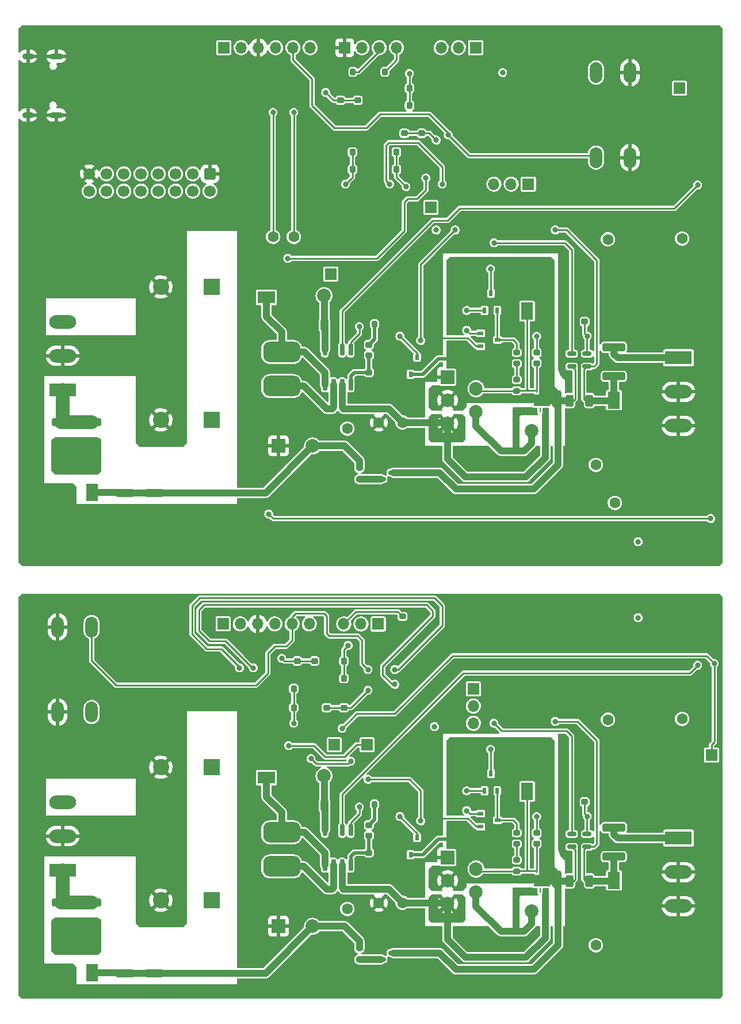
<source format=gbr>
%TF.GenerationSoftware,KiCad,Pcbnew,(6.0.4)*%
%TF.CreationDate,2022-10-24T13:46:34-04:00*%
%TF.ProjectId,LabPowerSupply,4c616250-6f77-4657-9253-7570706c792e,rev?*%
%TF.SameCoordinates,Original*%
%TF.FileFunction,Copper,L1,Top*%
%TF.FilePolarity,Positive*%
%FSLAX46Y46*%
G04 Gerber Fmt 4.6, Leading zero omitted, Abs format (unit mm)*
G04 Created by KiCad (PCBNEW (6.0.4)) date 2022-10-24 13:46:34*
%MOMM*%
%LPD*%
G01*
G04 APERTURE LIST*
G04 Aperture macros list*
%AMRoundRect*
0 Rectangle with rounded corners*
0 $1 Rounding radius*
0 $2 $3 $4 $5 $6 $7 $8 $9 X,Y pos of 4 corners*
0 Add a 4 corners polygon primitive as box body*
4,1,4,$2,$3,$4,$5,$6,$7,$8,$9,$2,$3,0*
0 Add four circle primitives for the rounded corners*
1,1,$1+$1,$2,$3*
1,1,$1+$1,$4,$5*
1,1,$1+$1,$6,$7*
1,1,$1+$1,$8,$9*
0 Add four rect primitives between the rounded corners*
20,1,$1+$1,$2,$3,$4,$5,0*
20,1,$1+$1,$4,$5,$6,$7,0*
20,1,$1+$1,$6,$7,$8,$9,0*
20,1,$1+$1,$8,$9,$2,$3,0*%
G04 Aperture macros list end*
%TA.AperFunction,ComponentPad*%
%ADD10R,1.700000X1.700000*%
%TD*%
%TA.AperFunction,ComponentPad*%
%ADD11O,1.700000X1.700000*%
%TD*%
%TA.AperFunction,ComponentPad*%
%ADD12C,1.600000*%
%TD*%
%TA.AperFunction,SMDPad,CuDef*%
%ADD13RoundRect,0.250000X1.450000X-0.312500X1.450000X0.312500X-1.450000X0.312500X-1.450000X-0.312500X0*%
%TD*%
%TA.AperFunction,SMDPad,CuDef*%
%ADD14RoundRect,0.225000X0.225000X0.250000X-0.225000X0.250000X-0.225000X-0.250000X0.225000X-0.250000X0*%
%TD*%
%TA.AperFunction,SMDPad,CuDef*%
%ADD15R,2.380000X1.660000*%
%TD*%
%TA.AperFunction,SMDPad,CuDef*%
%ADD16R,0.250000X0.700000*%
%TD*%
%TA.AperFunction,SMDPad,CuDef*%
%ADD17R,2.500000X1.800000*%
%TD*%
%TA.AperFunction,SMDPad,CuDef*%
%ADD18RoundRect,0.225000X-0.225000X-0.250000X0.225000X-0.250000X0.225000X0.250000X-0.225000X0.250000X0*%
%TD*%
%TA.AperFunction,ComponentPad*%
%ADD19R,3.960000X1.980000*%
%TD*%
%TA.AperFunction,ComponentPad*%
%ADD20O,3.960000X1.980000*%
%TD*%
%TA.AperFunction,SMDPad,CuDef*%
%ADD21R,1.800000X2.500000*%
%TD*%
%TA.AperFunction,SMDPad,CuDef*%
%ADD22RoundRect,0.250000X-1.100000X0.325000X-1.100000X-0.325000X1.100000X-0.325000X1.100000X0.325000X0*%
%TD*%
%TA.AperFunction,ComponentPad*%
%ADD23R,2.400000X2.400000*%
%TD*%
%TA.AperFunction,ComponentPad*%
%ADD24C,2.400000*%
%TD*%
%TA.AperFunction,SMDPad,CuDef*%
%ADD25RoundRect,0.250000X0.325000X0.650000X-0.325000X0.650000X-0.325000X-0.650000X0.325000X-0.650000X0*%
%TD*%
%TA.AperFunction,SMDPad,CuDef*%
%ADD26RoundRect,0.225000X-0.250000X0.225000X-0.250000X-0.225000X0.250000X-0.225000X0.250000X0.225000X0*%
%TD*%
%TA.AperFunction,SMDPad,CuDef*%
%ADD27R,0.600000X0.850000*%
%TD*%
%TA.AperFunction,SMDPad,CuDef*%
%ADD28RoundRect,0.200000X0.200000X0.275000X-0.200000X0.275000X-0.200000X-0.275000X0.200000X-0.275000X0*%
%TD*%
%TA.AperFunction,SMDPad,CuDef*%
%ADD29R,0.850000X0.600000*%
%TD*%
%TA.AperFunction,SMDPad,CuDef*%
%ADD30RoundRect,0.250000X0.475000X-0.250000X0.475000X0.250000X-0.475000X0.250000X-0.475000X-0.250000X0*%
%TD*%
%TA.AperFunction,SMDPad,CuDef*%
%ADD31RoundRect,0.225000X0.250000X-0.225000X0.250000X0.225000X-0.250000X0.225000X-0.250000X-0.225000X0*%
%TD*%
%TA.AperFunction,SMDPad,CuDef*%
%ADD32RoundRect,0.200000X-0.200000X-0.275000X0.200000X-0.275000X0.200000X0.275000X-0.200000X0.275000X0*%
%TD*%
%TA.AperFunction,SMDPad,CuDef*%
%ADD33RoundRect,0.150000X-0.587500X-0.150000X0.587500X-0.150000X0.587500X0.150000X-0.587500X0.150000X0*%
%TD*%
%TA.AperFunction,SMDPad,CuDef*%
%ADD34RoundRect,0.150000X0.150000X-0.725000X0.150000X0.725000X-0.150000X0.725000X-0.150000X-0.725000X0*%
%TD*%
%TA.AperFunction,ComponentPad*%
%ADD35R,2.000000X2.000000*%
%TD*%
%TA.AperFunction,ComponentPad*%
%ADD36C,2.000000*%
%TD*%
%TA.AperFunction,SMDPad,CuDef*%
%ADD37RoundRect,0.200000X-0.275000X0.200000X-0.275000X-0.200000X0.275000X-0.200000X0.275000X0.200000X0*%
%TD*%
%TA.AperFunction,SMDPad,CuDef*%
%ADD38RoundRect,0.200000X0.275000X-0.200000X0.275000X0.200000X-0.275000X0.200000X-0.275000X-0.200000X0*%
%TD*%
%TA.AperFunction,ComponentPad*%
%ADD39O,1.850000X3.048000*%
%TD*%
%TA.AperFunction,ComponentPad*%
%ADD40R,1.995000X1.995000*%
%TD*%
%TA.AperFunction,ComponentPad*%
%ADD41C,1.995000*%
%TD*%
%TA.AperFunction,SMDPad,CuDef*%
%ADD42RoundRect,0.150000X-0.512500X-0.150000X0.512500X-0.150000X0.512500X0.150000X-0.512500X0.150000X0*%
%TD*%
%TA.AperFunction,SMDPad,CuDef*%
%ADD43RoundRect,0.250000X-0.312500X-0.625000X0.312500X-0.625000X0.312500X0.625000X-0.312500X0.625000X0*%
%TD*%
%TA.AperFunction,SMDPad,CuDef*%
%ADD44RoundRect,0.999000X-1.751000X0.501000X-1.751000X-0.501000X1.751000X-0.501000X1.751000X0.501000X0*%
%TD*%
%TA.AperFunction,ComponentPad*%
%ADD45RoundRect,0.250000X-0.600000X0.600000X-0.600000X-0.600000X0.600000X-0.600000X0.600000X0.600000X0*%
%TD*%
%TA.AperFunction,ComponentPad*%
%ADD46C,1.700000*%
%TD*%
%TA.AperFunction,ComponentPad*%
%ADD47O,2.000000X0.900000*%
%TD*%
%TA.AperFunction,ComponentPad*%
%ADD48O,1.700000X0.900000*%
%TD*%
%TA.AperFunction,ViaPad*%
%ADD49C,0.800000*%
%TD*%
%TA.AperFunction,ViaPad*%
%ADD50C,1.600000*%
%TD*%
%TA.AperFunction,ViaPad*%
%ADD51C,2.000000*%
%TD*%
%TA.AperFunction,Conductor*%
%ADD52C,0.250000*%
%TD*%
%TA.AperFunction,Conductor*%
%ADD53C,1.000000*%
%TD*%
%TA.AperFunction,Conductor*%
%ADD54C,0.500000*%
%TD*%
%TA.AperFunction,Conductor*%
%ADD55C,2.000000*%
%TD*%
G04 APERTURE END LIST*
D10*
%TO.P,J_Boot2,1,Pin_1*%
%TO.N,Net-(J_Boot2-Pad1)*%
X79995000Y-97307000D03*
D11*
%TO.P,J_Boot2,2,Pin_2*%
%TO.N,Net-(J_Boot2-Pad2)*%
X77455000Y-97307000D03*
%TO.P,J_Boot2,3,Pin_3*%
%TO.N,Net-(J_Boot2-Pad3)*%
X74915000Y-97307000D03*
%TD*%
D10*
%TO.P,D2_2,1,Pin_1*%
%TO.N,/Channel Power Supply 2/DAC 2*%
X129032000Y-116586000D03*
%TD*%
%TO.P,D2_1,1,Pin_1*%
%TO.N,/Channel Power Supply 1/DAC 2*%
X124333000Y-18542000D03*
%TD*%
%TO.P,D1_2,1,Pin_1*%
%TO.N,/Channel Power Supply 2/DAC 1*%
X73533000Y-115062000D03*
%TD*%
%TO.P,D1_1,1,Pin_1*%
%TO.N,/Channel Power Supply 1/DAC 1*%
X73025000Y-45847000D03*
%TD*%
%TO.P,A1_2,1,Pin_1*%
%TO.N,/Channel Power Supply 2/ADC 1*%
X78359000Y-115062000D03*
%TD*%
%TO.P,A1_1,1,Pin_1*%
%TO.N,/Channel Power Supply 1/ADC 1*%
X87757000Y-36068000D03*
%TD*%
%TO.P,ADC342_2,1,Pin_1*%
%TO.N,/Channel Power Supply 2/ADC 2*%
X93980000Y-106822000D03*
D11*
%TO.P,ADC342_2,2,Pin_2*%
%TO.N,/Channel Power Supply 2/ADC 4*%
X93980000Y-109362000D03*
%TO.P,ADC342_2,3,Pin_3*%
%TO.N,/Channel Power Supply 2/ADC 3*%
X93980000Y-111902000D03*
%TD*%
D10*
%TO.P,ADC342_1,1,Pin_1*%
%TO.N,/Channel Power Supply 1/ADC 2*%
X102093000Y-32639000D03*
D11*
%TO.P,ADC342_1,2,Pin_2*%
%TO.N,/Channel Power Supply 1/ADC 4*%
X99553000Y-32639000D03*
%TO.P,ADC342_1,3,Pin_3*%
%TO.N,/Channel Power Supply 1/ADC 3*%
X97013000Y-32639000D03*
%TD*%
D12*
%TO.P,C2_SVR1,1*%
%TO.N,/Channel Power Supply 1/Linear Voltage Regulator /Linear Input*%
X83566000Y-67691000D03*
%TO.P,C2_SVR1,2*%
%TO.N,GND1*%
X80066000Y-67691000D03*
%TD*%
D13*
%TO.P,F_CS1,1*%
%TO.N,/Channel Power Supply 1/Current Sense /Output*%
X114671000Y-60899500D03*
%TO.P,F_CS1,2*%
%TO.N,Net-(F_CS1-Pad2)*%
X114671000Y-56624500D03*
%TD*%
D14*
%TO.P,C5_Power2,1*%
%TO.N,GND2*%
X69114000Y-106807000D03*
%TO.P,C5_Power2,2*%
%TO.N,+3.3VA*%
X67564000Y-106807000D03*
%TD*%
D10*
%TO.P,J_Boot1,1,Pin_1*%
%TO.N,Net-(J_Boot1-Pad1)*%
X94321000Y-12573000D03*
D11*
%TO.P,J_Boot1,2,Pin_2*%
%TO.N,Net-(J_Boot1-Pad2)*%
X91781000Y-12573000D03*
%TO.P,J_Boot1,3,Pin_3*%
%TO.N,Net-(J_Boot1-Pad3)*%
X89241000Y-12573000D03*
%TD*%
D15*
%TO.P,Linear1_1,9,OUT*%
%TO.N,/Channel Power Supply 1/Charge Pump/Charge*%
X104062000Y-64416500D03*
D16*
%TO.P,Linear1_1,8,IN*%
%TO.N,/Channel Power Supply 1/Linear Voltage Regulator /Linear Input*%
X104812000Y-65816500D03*
%TO.P,Linear1_1,7,IN*%
X104312000Y-65816500D03*
%TO.P,Linear1_1,6,NC*%
%TO.N,unconnected-(Linear1_1-Pad6)*%
X103812000Y-65816500D03*
%TO.P,Linear1_1,5,VCONTROL*%
%TO.N,VCC*%
X103312000Y-65816500D03*
%TO.P,Linear1_1,4,SET*%
%TO.N,Net-(C4_LVR1-Pad1)*%
X103312000Y-63016500D03*
%TO.P,Linear1_1,3,OUT*%
%TO.N,/Channel Power Supply 1/Charge Pump/Charge*%
X103812000Y-63016500D03*
%TO.P,Linear1_1,2,OUT*%
X104312000Y-63016500D03*
%TO.P,Linear1_1,1,OUT*%
X104812000Y-63016500D03*
%TD*%
D17*
%TO.P,D_SVR1,1,K*%
%TO.N,Net-(D_SVR1-Pad1)*%
X63532000Y-49276000D03*
%TO.P,D_SVR1,2,A*%
%TO.N,GND1*%
X67532000Y-49276000D03*
%TD*%
D18*
%TO.P,C6_Power1,1*%
%TO.N,GND1*%
X83045000Y-21082000D03*
%TO.P,C6_Power1,2*%
%TO.N,+3.3V*%
X84595000Y-21082000D03*
%TD*%
D19*
%TO.P,Output1,1,Pin_1*%
%TO.N,Net-(F_CS1-Pad2)*%
X124186000Y-58166000D03*
D20*
%TO.P,Output1,2,Pin_2*%
%TO.N,GND1*%
X124186000Y-63166000D03*
%TO.P,Output1,3,Pin_3*%
X124186000Y-68166000D03*
%TD*%
D21*
%TO.P,D2_CP2,1,K*%
%TO.N,GND2*%
X33274000Y-148572323D03*
%TO.P,D2_CP2,2,A*%
%TO.N,Net-(C1_CP2-Pad2)*%
X33274000Y-144572323D03*
%TD*%
D22*
%TO.P,C3_CP2,1*%
%TO.N,/Channel Power Supply 2/Charge Pump/Negative*%
X42672000Y-148639000D03*
%TO.P,C3_CP2,2*%
%TO.N,GND2*%
X42672000Y-151589000D03*
%TD*%
D21*
%TO.P,D1_CP2,1,K*%
%TO.N,Net-(C1_CP2-Pad2)*%
X37846000Y-144572323D03*
%TO.P,D1_CP2,2,A*%
%TO.N,/Channel Power Supply 2/Charge Pump/Negative*%
X37846000Y-148572323D03*
%TD*%
D23*
%TO.P,C1_BR2,1*%
%TO.N,VDD*%
X55499000Y-118364000D03*
D24*
%TO.P,C1_BR2,2*%
%TO.N,GND2*%
X47999000Y-118364000D03*
%TD*%
D21*
%TO.P,D_LVR2,1,K*%
%TO.N,Net-(C4_LVR2-Pad1)*%
X101903000Y-121917500D03*
%TO.P,D_LVR2,2,A*%
%TO.N,/Channel Power Supply 2/Charge Pump/Charge*%
X101903000Y-117917500D03*
%TD*%
D25*
%TO.P,C3_LVR2,1*%
%TO.N,/Channel Power Supply 2/Charge Pump/Charge*%
X91567000Y-127283500D03*
%TO.P,C3_LVR2,2*%
%TO.N,GND2*%
X88617000Y-127283500D03*
%TD*%
D21*
%TO.P,D_LVR1,1,K*%
%TO.N,Net-(C4_LVR1-Pad1)*%
X101903000Y-51305500D03*
%TO.P,D_LVR1,2,A*%
%TO.N,/Channel Power Supply 1/Charge Pump/Charge*%
X101903000Y-47305500D03*
%TD*%
D26*
%TO.P,C3_SVR1,1*%
%TO.N,Net-(C3_SVR1-Pad1)*%
X78613000Y-60312000D03*
%TO.P,C3_SVR1,2*%
%TO.N,GND1*%
X78613000Y-61862000D03*
%TD*%
D22*
%TO.P,C1_CP1,1*%
%TO.N,/Channel Power Supply 1/AC 2*%
X37846000Y-67613000D03*
%TO.P,C1_CP1,2*%
%TO.N,Net-(C1_CP1-Pad2)*%
X37846000Y-70563000D03*
%TD*%
D27*
%TO.P,Q1_LVR1,1,G*%
%TO.N,Net-(Q1_LVR1-Pad1)*%
X95619000Y-51188500D03*
%TO.P,Q1_LVR1,2,S*%
%TO.N,Net-(Q1_LVR1-Pad2)*%
X97519000Y-51188500D03*
%TO.P,Q1_LVR1,3,D*%
%TO.N,/Channel Power Supply 1/Differential Op-Amp Circuit/Set Voltage*%
X96569000Y-48688500D03*
%TD*%
D28*
%TO.P,R_I2C1,1*%
%TO.N,/Primary Controller/I2C SCL*%
X80962000Y-16129000D03*
%TO.P,R_I2C1,2*%
%TO.N,GND1*%
X79312000Y-16129000D03*
%TD*%
D13*
%TO.P,F_CS2,1*%
%TO.N,/Channel Power Supply 2/Current Sense /Output*%
X114671000Y-131511500D03*
%TO.P,F_CS2,2*%
%TO.N,Net-(F_CS2-Pad2)*%
X114671000Y-127236500D03*
%TD*%
D29*
%TO.P,Q2_LVR1,1,G*%
%TO.N,Net-(Q2_LVR1-Pad1)*%
X95065000Y-54576500D03*
%TO.P,Q2_LVR1,2,S*%
%TO.N,GND1*%
X95065000Y-56476500D03*
%TO.P,Q2_LVR1,3,D*%
%TO.N,Net-(Q1_LVR1-Pad2)*%
X97565000Y-55526500D03*
%TD*%
D30*
%TO.P,C1_LVR2,1*%
%TO.N,GND2*%
X100252000Y-144362500D03*
%TO.P,C1_LVR2,2*%
%TO.N,VDD*%
X100252000Y-142462500D03*
%TD*%
D21*
%TO.P,D1_CP1,1,K*%
%TO.N,Net-(C1_CP1-Pad2)*%
X37846000Y-73960323D03*
%TO.P,D1_CP1,2,A*%
%TO.N,/Channel Power Supply 1/Charge Pump/Negative*%
X37846000Y-77960323D03*
%TD*%
D31*
%TO.P,C4_LVR1,1*%
%TO.N,Net-(C4_LVR1-Pad1)*%
X103300000Y-58970500D03*
%TO.P,C4_LVR1,2*%
%TO.N,GND1*%
X103300000Y-57420500D03*
%TD*%
D23*
%TO.P,C1_BR1,1*%
%TO.N,VCC*%
X55499000Y-47752000D03*
D24*
%TO.P,C1_BR1,2*%
%TO.N,GND1*%
X47999000Y-47752000D03*
%TD*%
D26*
%TO.P,C7_Power1,1*%
%TO.N,GND1*%
X83820000Y-23596000D03*
%TO.P,C7_Power1,2*%
%TO.N,+3.3V*%
X83820000Y-25146000D03*
%TD*%
D32*
%TO.P,R5_SVR1,1*%
%TO.N,Net-(C4_SVR1-Pad2)*%
X79439000Y-53213000D03*
%TO.P,R5_SVR1,2*%
%TO.N,GND1*%
X81089000Y-53213000D03*
%TD*%
D27*
%TO.P,Q3_LVR1,1,G*%
%TO.N,Net-(Q3_LVR1-Pad1)*%
X85708000Y-58086500D03*
%TO.P,Q3_LVR1,2,S*%
%TO.N,GND1*%
X83808000Y-58086500D03*
%TO.P,Q3_LVR1,3,D*%
%TO.N,/Channel Power Supply 1/Charge Pump/Charge*%
X84758000Y-60586500D03*
%TD*%
D26*
%TO.P,C3_SVR2,1*%
%TO.N,Net-(C3_SVR2-Pad1)*%
X78613000Y-130924000D03*
%TO.P,C3_SVR2,2*%
%TO.N,GND2*%
X78613000Y-132474000D03*
%TD*%
%TO.P,C8_Power2,1*%
%TO.N,GND2*%
X72390000Y-108064000D03*
%TO.P,C8_Power2,2*%
%TO.N,+3.3VA*%
X72390000Y-109614000D03*
%TD*%
D25*
%TO.P,C3_LVR1,1*%
%TO.N,/Channel Power Supply 1/Charge Pump/Charge*%
X91567000Y-56671500D03*
%TO.P,C3_LVR1,2*%
%TO.N,GND1*%
X88617000Y-56671500D03*
%TD*%
D33*
%TO.P,Q1_CP1,1,E*%
%TO.N,Net-(Q1_CP1-Pad1)*%
X80342500Y-76007000D03*
%TO.P,Q1_CP1,2,B*%
%TO.N,GND1*%
X80342500Y-74107000D03*
%TO.P,Q1_CP1,3,C*%
%TO.N,/Channel Power Supply 1/Charge Pump/Charge*%
X82217500Y-75057000D03*
%TD*%
D34*
%TO.P,Switching1,1,OUT*%
%TO.N,Net-(D_SVR1-Pad1)*%
X72136000Y-62138000D03*
%TO.P,Switching1,2,CS+*%
%TO.N,Net-(L_SVR1-Pad2)*%
X73406000Y-62138000D03*
%TO.P,Switching1,3,CS-*%
%TO.N,/Channel Power Supply 1/Linear Voltage Regulator /Linear Input*%
X74676000Y-62138000D03*
%TO.P,Switching1,4,COMP*%
%TO.N,Net-(C3_SVR1-Pad1)*%
X75946000Y-62138000D03*
%TO.P,Switching1,5,FB*%
%TO.N,/Channel Power Supply 1/Switching Voltage Regulator/FeedBack*%
X75946000Y-56988000D03*
%TO.P,Switching1,6,VREF*%
%TO.N,/Channel Power Supply 1/Differential Op-Amp Circuit/3.3 Volts*%
X74676000Y-56988000D03*
%TO.P,Switching1,7,GND*%
%TO.N,GND1*%
X73406000Y-56988000D03*
%TO.P,Switching1,8,VCC*%
%TO.N,VCC*%
X72136000Y-56988000D03*
%TD*%
D23*
%TO.P,C2_BR2,1*%
%TO.N,VDD*%
X55499000Y-137922000D03*
D24*
%TO.P,C2_BR2,2*%
%TO.N,GND2*%
X47999000Y-137922000D03*
%TD*%
D35*
%TO.P,C5_CP2,1*%
%TO.N,GND2*%
X65323323Y-141732000D03*
D36*
%TO.P,C5_CP2,2*%
%TO.N,/Channel Power Supply 2/Charge Pump/Negative*%
X70323323Y-141732000D03*
%TD*%
D31*
%TO.P,C4_LVR2,1*%
%TO.N,Net-(C4_LVR2-Pad1)*%
X103300000Y-129582500D03*
%TO.P,C4_LVR2,2*%
%TO.N,GND2*%
X103300000Y-128032500D03*
%TD*%
D18*
%TO.P,C7_Power2,1*%
%TO.N,GND2*%
X73393000Y-105283000D03*
%TO.P,C7_Power2,2*%
%TO.N,+3.3VA*%
X74943000Y-105283000D03*
%TD*%
D14*
%TO.P,C5_Power1,1*%
%TO.N,GND1*%
X77750000Y-30480000D03*
%TO.P,C5_Power1,2*%
%TO.N,+3.3V*%
X76200000Y-30480000D03*
%TD*%
D22*
%TO.P,C4_CP1,1*%
%TO.N,/Channel Power Supply 1/Charge Pump/Negative*%
X46990000Y-78027000D03*
%TO.P,C4_CP1,2*%
%TO.N,GND1*%
X46990000Y-80977000D03*
%TD*%
D37*
%TO.P,R_CP1,1*%
%TO.N,/Channel Power Supply 1/Charge Pump/Negative*%
X77216000Y-74359000D03*
%TO.P,R_CP1,2*%
%TO.N,Net-(Q1_CP1-Pad1)*%
X77216000Y-76009000D03*
%TD*%
D32*
%TO.P,R1_SVR1,1*%
%TO.N,Net-(L_SVR1-Pad2)*%
X73216000Y-65659000D03*
%TO.P,R1_SVR1,2*%
%TO.N,/Channel Power Supply 1/Linear Voltage Regulator /Linear Input*%
X74866000Y-65659000D03*
%TD*%
D38*
%TO.P,R12_LVR1,1*%
%TO.N,Net-(C4_LVR1-Pad1)*%
X100379000Y-63019500D03*
%TO.P,R12_LVR1,2*%
%TO.N,Net-(R11_LVR1-Pad1)*%
X100379000Y-61369500D03*
%TD*%
D16*
%TO.P,Linear1_2,1,OUT*%
%TO.N,/Channel Power Supply 2/Charge Pump/Charge*%
X104812000Y-133628500D03*
%TO.P,Linear1_2,2,OUT*%
X104312000Y-133628500D03*
%TO.P,Linear1_2,3,OUT*%
X103812000Y-133628500D03*
%TO.P,Linear1_2,4,SET*%
%TO.N,Net-(C4_LVR2-Pad1)*%
X103312000Y-133628500D03*
%TO.P,Linear1_2,5,VCONTROL*%
%TO.N,VDD*%
X103312000Y-136428500D03*
%TO.P,Linear1_2,6,NC*%
%TO.N,unconnected-(Linear1_2-Pad6)*%
X103812000Y-136428500D03*
%TO.P,Linear1_2,7,IN*%
%TO.N,/Channel Power Supply 2/Linear Voltage Regulator /Linear Input*%
X104312000Y-136428500D03*
%TO.P,Linear1_2,8,IN*%
X104812000Y-136428500D03*
D15*
%TO.P,Linear1_2,9,OUT*%
%TO.N,/Channel Power Supply 2/Charge Pump/Charge*%
X104062000Y-135028500D03*
%TD*%
D39*
%TO.P,SW_Reset1,1,1*%
%TO.N,GND1*%
X117054000Y-28739000D03*
X117054000Y-16239000D03*
%TO.P,SW_Reset1,2,2*%
%TO.N,Net-(MCU_1-Pad7)*%
X112054000Y-28739000D03*
X112054000Y-16239000D03*
%TD*%
D14*
%TO.P,C10_Power1,1*%
%TO.N,GND1*%
X77737000Y-27940000D03*
%TO.P,C10_Power1,2*%
%TO.N,+3.3V*%
X76187000Y-27940000D03*
%TD*%
D22*
%TO.P,C4_CP2,1*%
%TO.N,/Channel Power Supply 2/Charge Pump/Negative*%
X46990000Y-148639000D03*
%TO.P,C4_CP2,2*%
%TO.N,GND2*%
X46990000Y-151589000D03*
%TD*%
D32*
%TO.P,R5_SVR2,1*%
%TO.N,Net-(C4_SVR2-Pad2)*%
X79439000Y-123825000D03*
%TO.P,R5_SVR2,2*%
%TO.N,GND2*%
X81089000Y-123825000D03*
%TD*%
D27*
%TO.P,Q3_LVR2,1,G*%
%TO.N,Net-(Q3_LVR2-Pad1)*%
X85708000Y-128698500D03*
%TO.P,Q3_LVR2,2,S*%
%TO.N,GND2*%
X83808000Y-128698500D03*
%TO.P,Q3_LVR2,3,D*%
%TO.N,/Channel Power Supply 2/Charge Pump/Charge*%
X84758000Y-131198500D03*
%TD*%
D23*
%TO.P,C2_BR1,1*%
%TO.N,VCC*%
X55499000Y-67310000D03*
D24*
%TO.P,C2_BR1,2*%
%TO.N,GND1*%
X47999000Y-67310000D03*
%TD*%
D14*
%TO.P,C8_Power1,1*%
%TO.N,GND1*%
X84214000Y-27940000D03*
%TO.P,C8_Power1,2*%
%TO.N,+3.3V*%
X82664000Y-27940000D03*
%TD*%
D22*
%TO.P,C2_CP1,1*%
%TO.N,/Channel Power Supply 1/AC 2*%
X33274000Y-67613000D03*
%TO.P,C2_CP1,2*%
%TO.N,Net-(C1_CP1-Pad2)*%
X33274000Y-70563000D03*
%TD*%
D26*
%TO.P,C_CUR1,1*%
%TO.N,GND1*%
X110363000Y-51295000D03*
%TO.P,C_CUR1,2*%
%TO.N,+3.3V*%
X110363000Y-52845000D03*
%TD*%
D19*
%TO.P,Input1,1,Pin_1*%
%TO.N,/Channel Power Supply 1/AC 2*%
X33538000Y-62865000D03*
D20*
%TO.P,Input1,2,Pin_2*%
%TO.N,GND1*%
X33538000Y-57865000D03*
%TO.P,Input1,3,Pin_3*%
%TO.N,/Channel Power Supply 1/AC 1*%
X33538000Y-52865000D03*
%TD*%
D31*
%TO.P,C4_SVR2,1*%
%TO.N,Net-(C3_SVR2-Pad1)*%
X78613000Y-128410000D03*
%TO.P,C4_SVR2,2*%
%TO.N,Net-(C4_SVR2-Pad2)*%
X78613000Y-126860000D03*
%TD*%
D40*
%TO.P,Linear2,1,NC*%
%TO.N,GND2*%
X90191000Y-131628000D03*
D41*
%TO.P,Linear2,2,SET*%
%TO.N,Net-(C4_LVR2-Pad1)*%
X94382000Y-133328000D03*
%TO.P,Linear2,3,OUT*%
%TO.N,/Channel Power Supply 2/Charge Pump/Charge*%
X90191000Y-135028000D03*
%TO.P,Linear2,4,VCONTROL*%
%TO.N,VDD*%
X94382000Y-136728000D03*
%TO.P,Linear2,5,IN*%
%TO.N,/Channel Power Supply 2/Linear Voltage Regulator /Linear Input*%
X90191000Y-138428000D03*
%TD*%
D32*
%TO.P,R1_SVR2,1*%
%TO.N,Net-(L_SVR2-Pad2)*%
X73216000Y-136271000D03*
%TO.P,R1_SVR2,2*%
%TO.N,/Channel Power Supply 2/Linear Voltage Regulator /Linear Input*%
X74866000Y-136271000D03*
%TD*%
D19*
%TO.P,Input2,1,Pin_1*%
%TO.N,/Channel Power Supply 2/AC 2*%
X33538000Y-133477000D03*
D20*
%TO.P,Input2,2,Pin_2*%
%TO.N,GND2*%
X33538000Y-128477000D03*
%TO.P,Input2,3,Pin_3*%
%TO.N,/Channel Power Supply 2/AC 1*%
X33538000Y-123477000D03*
%TD*%
D38*
%TO.P,R11_LVR1,1*%
%TO.N,Net-(R11_LVR1-Pad1)*%
X100379000Y-59020500D03*
%TO.P,R11_LVR1,2*%
%TO.N,Net-(Q1_LVR1-Pad2)*%
X100379000Y-57370500D03*
%TD*%
D22*
%TO.P,C3_CP1,1*%
%TO.N,/Channel Power Supply 1/Charge Pump/Negative*%
X42672000Y-78027000D03*
%TO.P,C3_CP1,2*%
%TO.N,GND1*%
X42672000Y-80977000D03*
%TD*%
D37*
%TO.P,R2_Boot2,1*%
%TO.N,Net-(J_Boot2-Pad3)*%
X83566000Y-96203000D03*
%TO.P,R2_Boot2,2*%
%TO.N,GND2*%
X83566000Y-97853000D03*
%TD*%
D33*
%TO.P,Q1_CP2,1,E*%
%TO.N,Net-(Q1_CP2-Pad1)*%
X80342500Y-146619000D03*
%TO.P,Q1_CP2,2,B*%
%TO.N,GND2*%
X80342500Y-144719000D03*
%TO.P,Q1_CP2,3,C*%
%TO.N,/Channel Power Supply 2/Charge Pump/Charge*%
X82217500Y-145669000D03*
%TD*%
D12*
%TO.P,C2_SVR2,1*%
%TO.N,/Channel Power Supply 2/Linear Voltage Regulator /Linear Input*%
X83566000Y-138303000D03*
%TO.P,C2_SVR2,2*%
%TO.N,GND2*%
X80066000Y-138303000D03*
%TD*%
D42*
%TO.P,CurrentSense2,1*%
%TO.N,/Channel Power Supply 2/ADC 3*%
X108453500Y-128170000D03*
%TO.P,CurrentSense2,2,GND*%
%TO.N,GND2*%
X108453500Y-129120000D03*
%TO.P,CurrentSense2,3,+*%
%TO.N,/Channel Power Supply 2/Charge Pump/Charge*%
X108453500Y-130070000D03*
%TO.P,CurrentSense2,4,-*%
%TO.N,/Channel Power Supply 2/Current Sense /Output*%
X110728500Y-130070000D03*
%TO.P,CurrentSense2,5,V+*%
%TO.N,+3.3VA*%
X110728500Y-128170000D03*
%TD*%
D35*
%TO.P,C5_CP1,1*%
%TO.N,GND1*%
X65323323Y-71120000D03*
D36*
%TO.P,C5_CP1,2*%
%TO.N,/Channel Power Supply 1/Charge Pump/Negative*%
X70323323Y-71120000D03*
%TD*%
D22*
%TO.P,C1_CP2,1*%
%TO.N,/Channel Power Supply 2/AC 2*%
X37846000Y-138225000D03*
%TO.P,C1_CP2,2*%
%TO.N,Net-(C1_CP2-Pad2)*%
X37846000Y-141175000D03*
%TD*%
D42*
%TO.P,CurrentSense1,1*%
%TO.N,/Channel Power Supply 1/ADC 3*%
X108453500Y-57558000D03*
%TO.P,CurrentSense1,2,GND*%
%TO.N,GND1*%
X108453500Y-58508000D03*
%TO.P,CurrentSense1,3,+*%
%TO.N,/Channel Power Supply 1/Charge Pump/Charge*%
X108453500Y-59458000D03*
%TO.P,CurrentSense1,4,-*%
%TO.N,/Channel Power Supply 1/Current Sense /Output*%
X110728500Y-59458000D03*
%TO.P,CurrentSense1,5,V+*%
%TO.N,+3.3V*%
X110728500Y-57558000D03*
%TD*%
D21*
%TO.P,D2_CP1,1,K*%
%TO.N,GND1*%
X33274000Y-77960323D03*
%TO.P,D2_CP1,2,A*%
%TO.N,Net-(C1_CP1-Pad2)*%
X33274000Y-73960323D03*
%TD*%
D31*
%TO.P,C6_Power2,1*%
%TO.N,GND2*%
X70612000Y-104280000D03*
%TO.P,C6_Power2,2*%
%TO.N,+3.3VA*%
X70612000Y-102730000D03*
%TD*%
%TO.P,C9_Power1,1*%
%TO.N,GND1*%
X76962000Y-21857000D03*
%TO.P,C9_Power1,2*%
%TO.N,+3.3V*%
X76962000Y-20307000D03*
%TD*%
D43*
%TO.P,R1_CS1,1*%
%TO.N,/Channel Power Supply 1/Charge Pump/Charge*%
X108138500Y-64477000D03*
%TO.P,R1_CS1,2*%
%TO.N,/Channel Power Supply 1/Current Sense /Output*%
X111063500Y-64477000D03*
%TD*%
D25*
%TO.P,C1_SVR1,1*%
%TO.N,VCC*%
X72087000Y-53340000D03*
%TO.P,C1_SVR1,2*%
%TO.N,GND1*%
X69137000Y-53340000D03*
%TD*%
D44*
%TO.P,L_SVR1,1,1*%
%TO.N,Net-(D_SVR1-Pad1)*%
X65786000Y-57317000D03*
%TO.P,L_SVR1,2,2*%
%TO.N,Net-(L_SVR1-Pad2)*%
X65786000Y-62317000D03*
%TD*%
D26*
%TO.P,C_CUR2,1*%
%TO.N,GND2*%
X110363000Y-121907000D03*
%TO.P,C_CUR2,2*%
%TO.N,+3.3VA*%
X110363000Y-123457000D03*
%TD*%
D30*
%TO.P,C1_LVR1,1*%
%TO.N,GND1*%
X100252000Y-73750500D03*
%TO.P,C1_LVR1,2*%
%TO.N,VCC*%
X100252000Y-71850500D03*
%TD*%
D43*
%TO.P,R1_CS2,1*%
%TO.N,/Channel Power Supply 2/Charge Pump/Charge*%
X108138500Y-135089000D03*
%TO.P,R1_CS2,2*%
%TO.N,/Channel Power Supply 2/Current Sense /Output*%
X111063500Y-135089000D03*
%TD*%
D38*
%TO.P,R11_LVR2,1*%
%TO.N,Net-(R11_LVR2-Pad1)*%
X100379000Y-129632500D03*
%TO.P,R11_LVR2,2*%
%TO.N,Net-(Q1_LVR2-Pad2)*%
X100379000Y-127982500D03*
%TD*%
D31*
%TO.P,C4_SVR1,1*%
%TO.N,Net-(C3_SVR1-Pad1)*%
X78613000Y-57798000D03*
%TO.P,C4_SVR1,2*%
%TO.N,Net-(C4_SVR1-Pad2)*%
X78613000Y-56248000D03*
%TD*%
D40*
%TO.P,Linear1,1,NC*%
%TO.N,GND1*%
X90191000Y-61016000D03*
D41*
%TO.P,Linear1,2,SET*%
%TO.N,Net-(C4_LVR1-Pad1)*%
X94382000Y-62716000D03*
%TO.P,Linear1,3,OUT*%
%TO.N,/Channel Power Supply 1/Charge Pump/Charge*%
X90191000Y-64416000D03*
%TO.P,Linear1,4,VCONTROL*%
%TO.N,VCC*%
X94382000Y-66116000D03*
%TO.P,Linear1,5,IN*%
%TO.N,/Channel Power Supply 1/Linear Voltage Regulator /Linear Input*%
X90191000Y-67816000D03*
%TD*%
D26*
%TO.P,C2_Power1,1*%
%TO.N,GND1*%
X86360000Y-23609000D03*
%TO.P,C2_Power1,2*%
%TO.N,+3.3V*%
X86360000Y-25159000D03*
%TD*%
D25*
%TO.P,C1_SVR2,1*%
%TO.N,VDD*%
X72087000Y-123952000D03*
%TO.P,C1_SVR2,2*%
%TO.N,GND2*%
X69137000Y-123952000D03*
%TD*%
D19*
%TO.P,Output2,1,Pin_1*%
%TO.N,Net-(F_CS2-Pad2)*%
X124186000Y-128778000D03*
D20*
%TO.P,Output2,2,Pin_2*%
%TO.N,GND2*%
X124186000Y-133778000D03*
%TO.P,Output2,3,Pin_3*%
X124186000Y-138778000D03*
%TD*%
D10*
%TO.P,J_STLink1,1,Pin_1*%
%TO.N,+3.3V*%
X57277000Y-12573000D03*
D11*
%TO.P,J_STLink1,2,Pin_2*%
%TO.N,/Primary Controller/SW_CLK*%
X59817000Y-12573000D03*
%TO.P,J_STLink1,3,Pin_3*%
%TO.N,GND1*%
X62357000Y-12573000D03*
%TO.P,J_STLink1,4,Pin_4*%
%TO.N,/Primary Controller/SW_DIO*%
X64897000Y-12573000D03*
%TO.P,J_STLink1,5,Pin_5*%
%TO.N,Net-(MCU_1-Pad7)*%
X67437000Y-12573000D03*
%TO.P,J_STLink1,6,Pin_6*%
%TO.N,/Primary Controller/SWO*%
X69977000Y-12573000D03*
%TD*%
D22*
%TO.P,C2_CP2,1*%
%TO.N,/Channel Power Supply 2/AC 2*%
X33274000Y-138225000D03*
%TO.P,C2_CP2,2*%
%TO.N,Net-(C1_CP2-Pad2)*%
X33274000Y-141175000D03*
%TD*%
D38*
%TO.P,R12_LVR2,1*%
%TO.N,Net-(C4_LVR2-Pad1)*%
X100379000Y-133631500D03*
%TO.P,R12_LVR2,2*%
%TO.N,Net-(R11_LVR2-Pad1)*%
X100379000Y-131981500D03*
%TD*%
D45*
%TO.P,Front_Panel1,1,Pin_1*%
%TO.N,GND1*%
X55245000Y-31115000D03*
D46*
%TO.P,Front_Panel1,2,Pin_2*%
%TO.N,Net-(Front_Panel1-Pad2)*%
X55245000Y-33655000D03*
%TO.P,Front_Panel1,3,Pin_3*%
%TO.N,Net-(Front_Panel1-Pad3)*%
X52705000Y-31115000D03*
%TO.P,Front_Panel1,4,Pin_4*%
%TO.N,Net-(Front_Panel1-Pad4)*%
X52705000Y-33655000D03*
%TO.P,Front_Panel1,5,Pin_5*%
%TO.N,Net-(Front_Panel1-Pad5)*%
X50165000Y-31115000D03*
%TO.P,Front_Panel1,6,Pin_6*%
%TO.N,Net-(Front_Panel1-Pad6)*%
X50165000Y-33655000D03*
%TO.P,Front_Panel1,7,Pin_7*%
%TO.N,Net-(Front_Panel1-Pad7)*%
X47625000Y-31115000D03*
%TO.P,Front_Panel1,8,Pin_8*%
%TO.N,Net-(Front_Panel1-Pad8)*%
X47625000Y-33655000D03*
%TO.P,Front_Panel1,9,Pin_9*%
%TO.N,Net-(Front_Panel1-Pad9)*%
X45085000Y-31115000D03*
%TO.P,Front_Panel1,10,Pin_10*%
%TO.N,Net-(Front_Panel1-Pad10)*%
X45085000Y-33655000D03*
%TO.P,Front_Panel1,11,Pin_11*%
%TO.N,Net-(Front_Panel1-Pad11)*%
X42545000Y-31115000D03*
%TO.P,Front_Panel1,12,Pin_12*%
%TO.N,Net-(Front_Panel1-Pad12)*%
X42545000Y-33655000D03*
%TO.P,Front_Panel1,13,Pin_13*%
%TO.N,Net-(Front_Panel1-Pad13)*%
X40005000Y-31115000D03*
%TO.P,Front_Panel1,14,Pin_14*%
%TO.N,Net-(Front_Panel1-Pad14)*%
X40005000Y-33655000D03*
%TO.P,Front_Panel1,15,Pin_15*%
%TO.N,GND1*%
X37465000Y-31115000D03*
%TO.P,Front_Panel1,16,Pin_16*%
%TO.N,Net-(Front_Panel1-Pad16)*%
X37465000Y-33655000D03*
%TD*%
D18*
%TO.P,C3_Power2,1*%
%TO.N,GND2*%
X73393000Y-102743000D03*
%TO.P,C3_Power2,2*%
%TO.N,+3.3VA*%
X74943000Y-102743000D03*
%TD*%
%TO.P,C1_Power1,1*%
%TO.N,GND1*%
X83045000Y-18542000D03*
%TO.P,C1_Power1,2*%
%TO.N,+3.3V*%
X84595000Y-18542000D03*
%TD*%
D29*
%TO.P,Q2_LVR2,1,G*%
%TO.N,Net-(Q2_LVR2-Pad1)*%
X95065000Y-125188500D03*
%TO.P,Q2_LVR2,2,S*%
%TO.N,GND2*%
X95065000Y-127088500D03*
%TO.P,Q2_LVR2,3,D*%
%TO.N,Net-(Q1_LVR2-Pad2)*%
X97565000Y-126138500D03*
%TD*%
D10*
%TO.P,J_I2C1,1,Pin_1*%
%TO.N,GND1*%
X75057000Y-12573000D03*
D11*
%TO.P,J_I2C1,2,Pin_2*%
%TO.N,/Channel 1 Power Rails/5 Volts*%
X77597000Y-12573000D03*
%TO.P,J_I2C1,3,Pin_3*%
%TO.N,/Primary Controller/I2C SDA*%
X80137000Y-12573000D03*
%TO.P,J_I2C1,4,Pin_4*%
%TO.N,/Primary Controller/I2C SCL*%
X82677000Y-12573000D03*
%TD*%
D28*
%TO.P,R_I2C2,1*%
%TO.N,/Primary Controller/I2C SDA*%
X76263000Y-16129000D03*
%TO.P,R_I2C2,2*%
%TO.N,GND1*%
X74613000Y-16129000D03*
%TD*%
D10*
%TO.P,J_STLink2,1,Pin_1*%
%TO.N,+3.3VA*%
X57150000Y-97282000D03*
D11*
%TO.P,J_STLink2,2,Pin_2*%
%TO.N,Net-(J_STLink2-Pad2)*%
X59690000Y-97282000D03*
%TO.P,J_STLink2,3,Pin_3*%
%TO.N,GND2*%
X62230000Y-97282000D03*
%TO.P,J_STLink2,4,Pin_4*%
%TO.N,Net-(J_STLink2-Pad4)*%
X64770000Y-97282000D03*
%TO.P,J_STLink2,5,Pin_5*%
%TO.N,Net-(J_STLink2-Pad5)*%
X67310000Y-97282000D03*
%TO.P,J_STLink2,6,Pin_6*%
%TO.N,Net-(J_STLink2-Pad6)*%
X69850000Y-97282000D03*
%TD*%
D26*
%TO.P,C4_Power2,1*%
%TO.N,GND2*%
X74930000Y-108064000D03*
%TO.P,C4_Power2,2*%
%TO.N,+3.3VA*%
X74930000Y-109614000D03*
%TD*%
D39*
%TO.P,SW_Reset2,1,1*%
%TO.N,GND2*%
X32806000Y-110253000D03*
X32806000Y-97753000D03*
%TO.P,SW_Reset2,2,2*%
%TO.N,Net-(J_STLink2-Pad5)*%
X37806000Y-97753000D03*
X37806000Y-110253000D03*
%TD*%
D17*
%TO.P,D_SVR2,1,K*%
%TO.N,Net-(D_SVR2-Pad1)*%
X63532000Y-119888000D03*
%TO.P,D_SVR2,2,A*%
%TO.N,GND2*%
X67532000Y-119888000D03*
%TD*%
D14*
%TO.P,C3_Power1,1*%
%TO.N,GND1*%
X84214000Y-30480000D03*
%TO.P,C3_Power1,2*%
%TO.N,+3.3V*%
X82664000Y-30480000D03*
%TD*%
D31*
%TO.P,C4_Power1,1*%
%TO.N,GND1*%
X74422000Y-21857000D03*
%TO.P,C4_Power1,2*%
%TO.N,+3.3V*%
X74422000Y-20307000D03*
%TD*%
D27*
%TO.P,Q1_LVR2,1,G*%
%TO.N,Net-(Q1_LVR2-Pad1)*%
X95619000Y-121800500D03*
%TO.P,Q1_LVR2,2,S*%
%TO.N,Net-(Q1_LVR2-Pad2)*%
X97519000Y-121800500D03*
%TO.P,Q1_LVR2,3,D*%
%TO.N,/Channel Power Supply 2/Differential Op-Amp Circuit/Set Voltage*%
X96569000Y-119300500D03*
%TD*%
D21*
%TO.P,D_CS1,1,K*%
%TO.N,/Channel Power Supply 1/Current Sense /Output*%
X114671000Y-64382000D03*
%TO.P,D_CS1,2,A*%
%TO.N,GND1*%
X114671000Y-68382000D03*
%TD*%
D31*
%TO.P,C2_Power2,1*%
%TO.N,GND2*%
X68072000Y-104280000D03*
%TO.P,C2_Power2,2*%
%TO.N,+3.3VA*%
X68072000Y-102730000D03*
%TD*%
D14*
%TO.P,C1_Power2,1*%
%TO.N,GND2*%
X69114000Y-109601000D03*
%TO.P,C1_Power2,2*%
%TO.N,+3.3VA*%
X67564000Y-109601000D03*
%TD*%
D34*
%TO.P,Switching2,1,OUT*%
%TO.N,Net-(D_SVR2-Pad1)*%
X72136000Y-132750000D03*
%TO.P,Switching2,2,CS+*%
%TO.N,Net-(L_SVR2-Pad2)*%
X73406000Y-132750000D03*
%TO.P,Switching2,3,CS-*%
%TO.N,/Channel Power Supply 2/Linear Voltage Regulator /Linear Input*%
X74676000Y-132750000D03*
%TO.P,Switching2,4,COMP*%
%TO.N,Net-(C3_SVR2-Pad1)*%
X75946000Y-132750000D03*
%TO.P,Switching2,5,FB*%
%TO.N,/Channel Power Supply 2/Switching Voltage Regulator/FeedBack*%
X75946000Y-127600000D03*
%TO.P,Switching2,6,VREF*%
%TO.N,/Channel Power Supply 2/Differential Op-Amp Circuit/3.3 Volts*%
X74676000Y-127600000D03*
%TO.P,Switching2,7,GND*%
%TO.N,GND2*%
X73406000Y-127600000D03*
%TO.P,Switching2,8,VCC*%
%TO.N,VDD*%
X72136000Y-127600000D03*
%TD*%
D21*
%TO.P,D_CS2,1,K*%
%TO.N,/Channel Power Supply 2/Current Sense /Output*%
X114671000Y-134994000D03*
%TO.P,D_CS2,2,A*%
%TO.N,GND2*%
X114671000Y-138994000D03*
%TD*%
D44*
%TO.P,L_SVR2,1,1*%
%TO.N,Net-(D_SVR2-Pad1)*%
X65786000Y-127929000D03*
%TO.P,L_SVR2,2,2*%
%TO.N,Net-(L_SVR2-Pad2)*%
X65786000Y-132929000D03*
%TD*%
D37*
%TO.P,R_CP2,1*%
%TO.N,/Channel Power Supply 2/Charge Pump/Negative*%
X77216000Y-144971000D03*
%TO.P,R_CP2,2*%
%TO.N,Net-(Q1_CP2-Pad1)*%
X77216000Y-146621000D03*
%TD*%
D47*
%TO.P,J_USB1,S1,SHIELD*%
%TO.N,GND1*%
X32618000Y-22481000D03*
X32618000Y-13841000D03*
D48*
X28448000Y-13841000D03*
X28448000Y-22481000D03*
%TD*%
D49*
%TO.N,GND1*%
X104140000Y-35370000D03*
%TO.N,GND2*%
X104140000Y-106807000D03*
%TO.N,GND1*%
X110363000Y-43815000D03*
%TO.N,GND2*%
X110363000Y-114427000D03*
X118364000Y-99822000D03*
X97536000Y-94361000D03*
%TO.N,GND1*%
X94107000Y-21209000D03*
%TO.N,GND2*%
X128778000Y-98171000D03*
%TO.N,GND1*%
X104902000Y-86487000D03*
X107442000Y-54356000D03*
%TO.N,GND2*%
X107442000Y-124968000D03*
X110744000Y-119888000D03*
%TO.N,GND1*%
X110744000Y-49276000D03*
X88265000Y-43688000D03*
%TO.N,GND2*%
X88265000Y-114300000D03*
D50*
%TO.N,GND1*%
X74549000Y-49022000D03*
%TO.N,GND2*%
X74676000Y-120396000D03*
D49*
%TO.N,GND1*%
X81915000Y-58039000D03*
X81915000Y-60579000D03*
%TO.N,GND2*%
X81915000Y-128651000D03*
X81915000Y-131191000D03*
X88138000Y-106553000D03*
%TO.N,GND1*%
X63881000Y-43561000D03*
%TO.N,GND2*%
X63881000Y-115189000D03*
%TO.N,GND1*%
X55626000Y-18288000D03*
X44196000Y-18288000D03*
X33274000Y-80645000D03*
%TO.N,GND2*%
X33274000Y-151257000D03*
%TO.N,/Channel Power Supply 2/On{slash}Off*%
X70104000Y-117094000D03*
X75946000Y-117475000D03*
%TO.N,/Channel Power Supply 2/DAC 2*%
X129445500Y-103124000D03*
X74676000Y-112649000D03*
D51*
%TO.N,VDD*%
X72009000Y-119634000D03*
X102538000Y-139475500D03*
D50*
X124714000Y-111252000D03*
X75438000Y-139192000D03*
D49*
%TO.N,GND2*%
X78486000Y-105537000D03*
X68961000Y-111887000D03*
X65786000Y-103759000D03*
X118523500Y-121920000D03*
X74168000Y-100457000D03*
X103300000Y-125631500D03*
D51*
X93521000Y-142904500D03*
D49*
%TO.N,GND1*%
X72263000Y-20574000D03*
X88519000Y-24765000D03*
X85471000Y-33020000D03*
X76581000Y-32639000D03*
X83185000Y-16383000D03*
X118523500Y-51308000D03*
X103300000Y-55019500D03*
D51*
X93521000Y-72292500D03*
D49*
%TO.N,+3.3VA*%
X110744000Y-125603000D03*
X67564000Y-111887000D03*
D50*
X112014000Y-144526000D03*
D49*
X75565000Y-100457000D03*
X78486000Y-107061000D03*
X88265000Y-112395000D03*
X118237000Y-96393000D03*
X65786000Y-102362000D03*
%TO.N,+3.3V*%
X84074000Y-33020000D03*
X84582000Y-16383000D03*
X72263000Y-19177000D03*
X75184000Y-32639000D03*
X88519000Y-39370000D03*
X118237000Y-85217000D03*
X110744000Y-54991000D03*
D50*
X112014000Y-73914000D03*
D49*
X88519000Y-26162000D03*
X98298000Y-16256000D03*
D50*
%TO.N,/Channel Power Supply 2/Charge Pump/Negative*%
X113792000Y-111379000D03*
%TO.N,/Channel Power Supply 1/Charge Pump/Negative*%
X113792000Y-40767000D03*
%TO.N,VCC*%
X75438000Y-68580000D03*
X124714000Y-40640000D03*
D51*
X102538000Y-68863500D03*
X72009000Y-49022000D03*
D49*
%TO.N,/Channel Power Supply 2/Differential Op-Amp Circuit/Set Voltage*%
X96520000Y-115726500D03*
%TO.N,/Channel Power Supply 1/Differential Op-Amp Circuit/Set Voltage*%
X96520000Y-45114500D03*
D50*
%TO.N,/Channel 1 Power Rails/5 Volts*%
X114808000Y-79502000D03*
D49*
%TO.N,/Channel Power Supply 2/On{slash}Off*%
X86233000Y-126238000D03*
X78486000Y-120142000D03*
%TO.N,/Channel Power Supply 1/On{slash}Off*%
X81661000Y-32639000D03*
X91313000Y-39370000D03*
X89408000Y-32639000D03*
X86233000Y-55626000D03*
%TO.N,Net-(Q1_LVR1-Pad1)*%
X93013000Y-51208500D03*
%TO.N,/Channel Power Supply 2/Current Sense /Output*%
X106045000Y-111633000D03*
%TO.N,/Channel Power Supply 1/Current Sense /Output*%
X106045000Y-39370000D03*
%TO.N,Net-(Q1_LVR2-Pad1)*%
X93013000Y-121820500D03*
%TO.N,Net-(Q2_LVR1-Pad1)*%
X93013000Y-54129500D03*
%TO.N,/Channel Power Supply 2/Differential Op-Amp Circuit/3.3 Volts*%
X127000000Y-103378000D03*
%TO.N,/Channel Power Supply 1/Differential Op-Amp Circuit/3.3 Volts*%
X127000000Y-32766000D03*
%TO.N,/Channel Power Supply 2/ADC 1*%
X66802000Y-115189000D03*
%TO.N,/Channel Power Supply 1/ADC 1*%
X66675000Y-43561000D03*
X86995000Y-31750000D03*
%TO.N,/Channel Power Supply 2/Switching Voltage Regulator/FeedBack*%
X77216000Y-124206000D03*
%TO.N,/Channel Power Supply 1/Switching Voltage Regulator/FeedBack*%
X77216000Y-53594000D03*
%TO.N,Net-(Q2_LVR2-Pad1)*%
X93013000Y-124741500D03*
%TO.N,Net-(Q3_LVR1-Pad1)*%
X83185000Y-54991000D03*
%TO.N,Net-(Q3_LVR2-Pad1)*%
X83185000Y-125603000D03*
%TO.N,/Channel Power Supply 2/ADC 3*%
X97028000Y-111887000D03*
%TO.N,/Optocouplers/TX1*%
X63881000Y-81153000D03*
X64516000Y-22098000D03*
X128905000Y-81788000D03*
D50*
X64516000Y-40386000D03*
D49*
%TO.N,/Optocouplers/RX 1*%
X67564000Y-22098000D03*
D50*
X67564000Y-40386000D03*
D49*
%TO.N,/Optocouplers/TX 2*%
X82423000Y-104013000D03*
X59563000Y-103759000D03*
%TO.N,/Optocouplers/RX 2*%
X82423000Y-106172000D03*
X61595000Y-103759000D03*
%TO.N,/Channel Power Supply 1/ADC 3*%
X97028000Y-41275000D03*
%TO.N,Net-(MCU_1-Pad7)*%
X90297000Y-25400000D03*
%TO.N,Net-(J_STLink2-Pad5)*%
X78486000Y-104013000D03*
%TD*%
D52*
%TO.N,Net-(C4_LVR1-Pad1)*%
X102083500Y-62996500D02*
X101903000Y-62816000D01*
X102083500Y-63016500D02*
X103312000Y-63016500D01*
X101907000Y-63016500D02*
X102083500Y-63016500D01*
X102083500Y-63016500D02*
X102083500Y-62996500D01*
X101903000Y-62816000D02*
X101903000Y-63012500D01*
X101903000Y-51305500D02*
X101903000Y-62816000D01*
X101702500Y-63016500D02*
X101903000Y-62816000D01*
X101702500Y-63016500D02*
X101907000Y-63016500D01*
X100382000Y-63016500D02*
X101702500Y-63016500D01*
%TO.N,Net-(C4_LVR2-Pad1)*%
X102083500Y-133608500D02*
X101903000Y-133428000D01*
X102083500Y-133628500D02*
X103312000Y-133628500D01*
X101907000Y-133628500D02*
X102083500Y-133628500D01*
X102083500Y-133628500D02*
X102083500Y-133608500D01*
X101903000Y-133428000D02*
X101903000Y-133399000D01*
X101903000Y-121917500D02*
X101903000Y-133399000D01*
X101702500Y-133628500D02*
X101903000Y-133428000D01*
X101702500Y-133628500D02*
X101907000Y-133628500D01*
X100382000Y-133628500D02*
X101702500Y-133628500D01*
X101903000Y-133399000D02*
X101903000Y-133624500D01*
%TO.N,Net-(MCU_1-Pad7)*%
X93345000Y-28448000D02*
X111763000Y-28448000D01*
X90297000Y-25400000D02*
X93345000Y-28448000D01*
%TO.N,/Channel Power Supply 2/Differential Op-Amp Circuit/3.3 Volts*%
X125857000Y-104521000D02*
X127000000Y-103378000D01*
X92519500Y-104521000D02*
X125857000Y-104521000D01*
X74676000Y-122364500D02*
X92519500Y-104521000D01*
X74676000Y-127600000D02*
X74676000Y-122364500D01*
%TO.N,/Channel Power Supply 1/Differential Op-Amp Circuit/3.3 Volts*%
X123571000Y-36195000D02*
X127000000Y-32766000D01*
X91948000Y-36195000D02*
X123571000Y-36195000D01*
X90170000Y-37973000D02*
X91948000Y-36195000D01*
X74676000Y-51308000D02*
X88011000Y-37973000D01*
X88011000Y-37973000D02*
X90170000Y-37973000D01*
X74676000Y-56988000D02*
X74676000Y-51308000D01*
%TO.N,GND2*%
X89027000Y-125857000D02*
X88617000Y-126267000D01*
X88617000Y-126267000D02*
X88617000Y-127283500D01*
X93158500Y-125857000D02*
X89027000Y-125857000D01*
X94390000Y-127088500D02*
X93158500Y-125857000D01*
X95065000Y-127088500D02*
X94390000Y-127088500D01*
%TO.N,/Channel Power Supply 2/DAC 2*%
X129032000Y-115062000D02*
X129032000Y-116586000D01*
X129445500Y-103124000D02*
X129445500Y-114648500D01*
X129445500Y-114648500D02*
X129032000Y-115062000D01*
%TO.N,/Channel Power Supply 2/On{slash}Off*%
X70866000Y-117856000D02*
X70104000Y-117094000D01*
X71120000Y-117856000D02*
X70866000Y-117856000D01*
X75565000Y-117856000D02*
X71120000Y-117856000D01*
X75946000Y-117475000D02*
X75565000Y-117856000D01*
%TO.N,/Channel Power Supply 2/ADC 1*%
X72199500Y-116840000D02*
X75025250Y-116840000D01*
X76803250Y-115062000D02*
X78359000Y-115062000D01*
X70548500Y-115189000D02*
X72199500Y-116840000D01*
X75025250Y-116840000D02*
X76803250Y-115062000D01*
X66802000Y-115189000D02*
X70548500Y-115189000D01*
%TO.N,/Channel Power Supply 1/ADC 1*%
X79766010Y-43561000D02*
X66675000Y-43561000D01*
X83820000Y-35306000D02*
X83820000Y-39507010D01*
X83820000Y-39507010D02*
X79766010Y-43561000D01*
X84328000Y-34798000D02*
X83820000Y-35306000D01*
X85725000Y-34798000D02*
X84328000Y-34798000D01*
X86995000Y-33528000D02*
X85725000Y-34798000D01*
X86995000Y-31750000D02*
X86995000Y-33528000D01*
%TO.N,GND1*%
X85471000Y-33020000D02*
X84214000Y-31763000D01*
X84214000Y-31763000D02*
X84214000Y-30480000D01*
%TO.N,+3.3V*%
X82664000Y-31610000D02*
X82664000Y-30480000D01*
X84074000Y-33020000D02*
X82664000Y-31610000D01*
%TO.N,GND1*%
X93158500Y-55245000D02*
X89027000Y-55245000D01*
X88617000Y-55655000D02*
X88617000Y-56671500D01*
X89027000Y-55245000D02*
X88617000Y-55655000D01*
X94390000Y-56476500D02*
X93158500Y-55245000D01*
X95065000Y-56476500D02*
X94390000Y-56476500D01*
%TO.N,/Channel Power Supply 2/DAC 2*%
X76835000Y-110490000D02*
X82423000Y-110490000D01*
X90932000Y-101981000D02*
X128302500Y-101981000D01*
X128302500Y-101981000D02*
X129445500Y-103124000D01*
X82423000Y-110490000D02*
X90932000Y-101981000D01*
X74676000Y-112649000D02*
X76835000Y-110490000D01*
D53*
%TO.N,VDD*%
X100252000Y-142462500D02*
X101456000Y-142462500D01*
X72009000Y-119634000D02*
X72087000Y-119712000D01*
X72087000Y-119712000D02*
X72087000Y-123952000D01*
X94382000Y-138812500D02*
X94382000Y-136730000D01*
X72136000Y-124001000D02*
X72087000Y-123952000D01*
X98032000Y-142462500D02*
X94382000Y-138812500D01*
X100252000Y-142462500D02*
X100252000Y-137263000D01*
X100252000Y-142462500D02*
X98032000Y-142462500D01*
X100252000Y-137263000D02*
X100887000Y-136628000D01*
X102538000Y-141380500D02*
X102538000Y-139475500D01*
X72136000Y-127600000D02*
X72136000Y-124001000D01*
X101456000Y-142462500D02*
X102538000Y-141380500D01*
%TO.N,GND2*%
X94979000Y-144362500D02*
X100252000Y-144362500D01*
D52*
X66307000Y-104280000D02*
X65786000Y-103759000D01*
X73393000Y-101232000D02*
X74168000Y-100457000D01*
X103300000Y-128032500D02*
X103300000Y-125631500D01*
X69114000Y-109601000D02*
X69114000Y-111734000D01*
X69114000Y-106807000D02*
X69114000Y-109601000D01*
X78486000Y-105537000D02*
X75959000Y-108064000D01*
D53*
X93521000Y-142904500D02*
X94979000Y-144362500D01*
D52*
X73393000Y-102743000D02*
X73393000Y-101232000D01*
X72390000Y-108064000D02*
X74930000Y-108064000D01*
X73393000Y-105283000D02*
X73393000Y-102743000D01*
X70612000Y-104280000D02*
X68072000Y-104280000D01*
X69114000Y-111734000D02*
X68961000Y-111887000D01*
X75959000Y-108064000D02*
X74930000Y-108064000D01*
X68072000Y-104280000D02*
X66307000Y-104280000D01*
%TO.N,GND1*%
X73546000Y-21857000D02*
X74422000Y-21857000D01*
X87363000Y-23609000D02*
X88519000Y-24765000D01*
X77737000Y-27940000D02*
X77737000Y-30467000D01*
X83820000Y-23596000D02*
X86347000Y-23596000D01*
X76962000Y-21857000D02*
X74422000Y-21857000D01*
X83045000Y-18542000D02*
X83045000Y-16523000D01*
X76581000Y-32639000D02*
X77750000Y-31470000D01*
X86347000Y-23736000D02*
X86360000Y-23749000D01*
D53*
X93521000Y-72292500D02*
X94979000Y-73750500D01*
D52*
X83045000Y-16523000D02*
X83185000Y-16383000D01*
D53*
X94979000Y-73750500D02*
X100252000Y-73750500D01*
D52*
X72263000Y-20574000D02*
X73546000Y-21857000D01*
X83045000Y-21082000D02*
X83045000Y-18542000D01*
X103300000Y-57420500D02*
X103300000Y-55019500D01*
X77737000Y-30467000D02*
X77750000Y-30480000D01*
X86360000Y-23609000D02*
X87363000Y-23609000D01*
X86347000Y-23596000D02*
X86360000Y-23609000D01*
X77750000Y-31470000D02*
X77750000Y-30480000D01*
X84214000Y-27940000D02*
X84214000Y-30480000D01*
D54*
%TO.N,Net-(C3_SVR1-Pad1)*%
X78613000Y-60312000D02*
X78613000Y-57798000D01*
X75946000Y-60833000D02*
X76467000Y-60312000D01*
X75946000Y-62138000D02*
X75946000Y-60833000D01*
X76467000Y-60312000D02*
X78613000Y-60312000D01*
D52*
%TO.N,+3.3VA*%
X110363000Y-125222000D02*
X110744000Y-125603000D01*
X68072000Y-102730000D02*
X66154000Y-102730000D01*
X66154000Y-102730000D02*
X65786000Y-102362000D01*
X67564000Y-106807000D02*
X67564000Y-109601000D01*
X110728500Y-125618500D02*
X110744000Y-125603000D01*
X70612000Y-102730000D02*
X68072000Y-102730000D01*
X74943000Y-105283000D02*
X74943000Y-102743000D01*
X110363000Y-123457000D02*
X110363000Y-125222000D01*
X72390000Y-109614000D02*
X74930000Y-109614000D01*
X74943000Y-102743000D02*
X74943000Y-101079000D01*
X78486000Y-107061000D02*
X75933000Y-109614000D01*
X75933000Y-109614000D02*
X74930000Y-109614000D01*
X110728500Y-128170000D02*
X110728500Y-125618500D01*
X74943000Y-101079000D02*
X75565000Y-100457000D01*
X67564000Y-109601000D02*
X67564000Y-111887000D01*
%TO.N,+3.3V*%
X86347000Y-25146000D02*
X86360000Y-25159000D01*
X110728500Y-57558000D02*
X110728500Y-55006500D01*
X76200000Y-30480000D02*
X76200000Y-31623000D01*
X110728500Y-55006500D02*
X110744000Y-54991000D01*
X82664000Y-27940000D02*
X82664000Y-30480000D01*
X76187000Y-27940000D02*
X76187000Y-30467000D01*
X88519000Y-26162000D02*
X87516000Y-25159000D01*
X76962000Y-20307000D02*
X74422000Y-20307000D01*
X76187000Y-30467000D02*
X76200000Y-30480000D01*
X87516000Y-25159000D02*
X86360000Y-25159000D01*
X110363000Y-54610000D02*
X110744000Y-54991000D01*
X84595000Y-16396000D02*
X84582000Y-16383000D01*
X84595000Y-18542000D02*
X84595000Y-16396000D01*
X84595000Y-21082000D02*
X84595000Y-18542000D01*
X76200000Y-31623000D02*
X75184000Y-32639000D01*
X110363000Y-52845000D02*
X110363000Y-54610000D01*
X72263000Y-19177000D02*
X73393000Y-20307000D01*
X73393000Y-20307000D02*
X74422000Y-20307000D01*
X83820000Y-25146000D02*
X86347000Y-25146000D01*
D53*
%TO.N,/Channel Power Supply 2/Charge Pump/Negative*%
X75057000Y-141732000D02*
X70323323Y-141732000D01*
X42605323Y-148572323D02*
X42672000Y-148639000D01*
X42672000Y-148639000D02*
X46990000Y-148639000D01*
X63416323Y-148639000D02*
X70323323Y-141732000D01*
X37846000Y-148572323D02*
X42605323Y-148572323D01*
X46990000Y-148639000D02*
X63416323Y-148639000D01*
X77216000Y-144971000D02*
X77216000Y-143891000D01*
X77216000Y-143891000D02*
X75057000Y-141732000D01*
%TO.N,/Channel Power Supply 1/Charge Pump/Negative*%
X77216000Y-73279000D02*
X75057000Y-71120000D01*
X42605323Y-77960323D02*
X42672000Y-78027000D01*
X46990000Y-78027000D02*
X63416323Y-78027000D01*
X37846000Y-77960323D02*
X42605323Y-77960323D01*
X75057000Y-71120000D02*
X70323323Y-71120000D01*
X77216000Y-74359000D02*
X77216000Y-73279000D01*
X63416323Y-78027000D02*
X70323323Y-71120000D01*
X42672000Y-78027000D02*
X46990000Y-78027000D01*
%TO.N,VCC*%
X94382000Y-68200500D02*
X94382000Y-66118000D01*
X100252000Y-71850500D02*
X101456000Y-71850500D01*
X72009000Y-49022000D02*
X72087000Y-49100000D01*
X72136000Y-53389000D02*
X72087000Y-53340000D01*
X100252000Y-71850500D02*
X98032000Y-71850500D01*
X102538000Y-70768500D02*
X102538000Y-68863500D01*
X98032000Y-71850500D02*
X94382000Y-68200500D01*
X101456000Y-71850500D02*
X102538000Y-70768500D01*
X100252000Y-66651000D02*
X100887000Y-66016000D01*
X72136000Y-56988000D02*
X72136000Y-53389000D01*
X72087000Y-49100000D02*
X72087000Y-53340000D01*
X100252000Y-71850500D02*
X100252000Y-66651000D01*
%TO.N,/Channel Power Supply 2/Linear Voltage Regulator /Linear Input*%
X90066000Y-138303000D02*
X90191000Y-138428000D01*
X74676000Y-136081000D02*
X74866000Y-136271000D01*
X101727000Y-146304000D02*
X92837000Y-146304000D01*
X74866000Y-136271000D02*
X81534000Y-136271000D01*
X74676000Y-132750000D02*
X74676000Y-136081000D01*
X92837000Y-146304000D02*
X90191000Y-143658000D01*
X90191000Y-143658000D02*
X90191000Y-138430000D01*
X104570000Y-143461000D02*
X101727000Y-146304000D01*
X74866000Y-136271000D02*
X81534000Y-136271000D01*
X83566000Y-138303000D02*
X90066000Y-138303000D01*
X81534000Y-136271000D02*
X83566000Y-138303000D01*
X104570000Y-139168000D02*
X104570000Y-143461000D01*
X81534000Y-136271000D02*
X83566000Y-138303000D01*
%TO.N,/Channel Power Supply 1/Linear Voltage Regulator /Linear Input*%
X92837000Y-75692000D02*
X90191000Y-73046000D01*
X74866000Y-65659000D02*
X81534000Y-65659000D01*
X74676000Y-62138000D02*
X74676000Y-65469000D01*
X81534000Y-65659000D02*
X83566000Y-67691000D01*
X74676000Y-65469000D02*
X74866000Y-65659000D01*
X101727000Y-75692000D02*
X92837000Y-75692000D01*
X104570000Y-68556000D02*
X104570000Y-72849000D01*
X90066000Y-67691000D02*
X90191000Y-67816000D01*
X74866000Y-65659000D02*
X81534000Y-65659000D01*
X83566000Y-67691000D02*
X90066000Y-67691000D01*
X104570000Y-72849000D02*
X101727000Y-75692000D01*
X90191000Y-73046000D02*
X90191000Y-67818000D01*
X81534000Y-65659000D02*
X83566000Y-67691000D01*
%TO.N,/Channel Power Supply 2/Charge Pump/Charge*%
X89027000Y-145669000D02*
X91440000Y-148082000D01*
D54*
X91567000Y-127283500D02*
X91567000Y-128601500D01*
X86557000Y-131198500D02*
X84758000Y-131198500D01*
D53*
X102870000Y-148082000D02*
X106426000Y-144526000D01*
X104122500Y-135089000D02*
X104062000Y-135028500D01*
D52*
X108956000Y-130572500D02*
X108453500Y-130070000D01*
D54*
X91567000Y-128601500D02*
X91235000Y-128933500D01*
X91235000Y-128933500D02*
X88822000Y-128933500D01*
D53*
X108138500Y-135089000D02*
X104122500Y-135089000D01*
X91440000Y-148082000D02*
X102870000Y-148082000D01*
X82217500Y-145669000D02*
X89027000Y-145669000D01*
X106426000Y-144526000D02*
X106426000Y-136525000D01*
D54*
X88822000Y-128933500D02*
X86557000Y-131198500D01*
D52*
X108956000Y-134835000D02*
X108956000Y-130572500D01*
X108702000Y-135089000D02*
X108956000Y-134835000D01*
X108138500Y-135089000D02*
X108702000Y-135089000D01*
D53*
%TO.N,/Channel Power Supply 1/Charge Pump/Charge*%
X106426000Y-73914000D02*
X106426000Y-65913000D01*
X108138500Y-64477000D02*
X104122500Y-64477000D01*
D52*
X108956000Y-59960500D02*
X108453500Y-59458000D01*
D54*
X91567000Y-56671500D02*
X91567000Y-57989500D01*
D52*
X108702000Y-64477000D02*
X108956000Y-64223000D01*
D53*
X102870000Y-77470000D02*
X106426000Y-73914000D01*
X91440000Y-77470000D02*
X102870000Y-77470000D01*
D54*
X91567000Y-57989500D02*
X91235000Y-58321500D01*
D53*
X104122500Y-64477000D02*
X104062000Y-64416500D01*
X89027000Y-75057000D02*
X91440000Y-77470000D01*
D54*
X86557000Y-60586500D02*
X84758000Y-60586500D01*
D52*
X108138500Y-64477000D02*
X108702000Y-64477000D01*
D54*
X88822000Y-58321500D02*
X86557000Y-60586500D01*
D53*
X82217500Y-75057000D02*
X89027000Y-75057000D01*
D52*
X108956000Y-64223000D02*
X108956000Y-59960500D01*
D54*
X91235000Y-58321500D02*
X88822000Y-58321500D01*
D55*
%TO.N,/Channel Power Supply 2/AC 2*%
X33538000Y-133477000D02*
X33538000Y-137961000D01*
X33274000Y-138225000D02*
X37846000Y-138225000D01*
X33538000Y-137961000D02*
X33274000Y-138225000D01*
D53*
%TO.N,Net-(D_SVR1-Pad1)*%
X72136000Y-60325000D02*
X69128000Y-57317000D01*
X72136000Y-62138000D02*
X72136000Y-60325000D01*
X69128000Y-57317000D02*
X65786000Y-57317000D01*
X63532000Y-52102000D02*
X63532000Y-49276000D01*
X65786000Y-57317000D02*
X65786000Y-54356000D01*
X65786000Y-54356000D02*
X63532000Y-52102000D01*
D55*
%TO.N,/Channel Power Supply 1/AC 2*%
X33538000Y-62865000D02*
X33538000Y-67349000D01*
X33274000Y-67613000D02*
X37846000Y-67613000D01*
X33538000Y-67349000D02*
X33274000Y-67613000D01*
D52*
%TO.N,/Channel Power Supply 2/Differential Op-Amp Circuit/Set Voltage*%
X96569000Y-115775500D02*
X96569000Y-119300500D01*
X96520000Y-115726500D02*
X96569000Y-115775500D01*
%TO.N,/Channel Power Supply 1/Differential Op-Amp Circuit/Set Voltage*%
X96520000Y-45114500D02*
X96569000Y-45163500D01*
X96569000Y-45163500D02*
X96569000Y-48688500D01*
%TO.N,/Channel Power Supply 2/On{slash}Off*%
X86233000Y-126238000D02*
X86233000Y-121793000D01*
X86233000Y-121793000D02*
X84582000Y-120142000D01*
X84582000Y-120142000D02*
X78486000Y-120142000D01*
D53*
%TO.N,Net-(F_CS2-Pad2)*%
X114671000Y-127236500D02*
X114671000Y-128231000D01*
X114671000Y-128231000D02*
X115218000Y-128778000D01*
X115218000Y-128778000D02*
X124186000Y-128778000D01*
D52*
%TO.N,/Channel Power Supply 1/On{slash}Off*%
X81661000Y-32639000D02*
X81153000Y-32131000D01*
X85852000Y-26543000D02*
X89408000Y-30099000D01*
X81153000Y-26924000D02*
X81534000Y-26543000D01*
X81534000Y-26543000D02*
X85852000Y-26543000D01*
X86233000Y-55626000D02*
X86233000Y-44450000D01*
X86233000Y-44450000D02*
X91313000Y-39370000D01*
X81153000Y-32131000D02*
X81153000Y-26924000D01*
X89408000Y-30099000D02*
X89408000Y-32639000D01*
%TO.N,Net-(J_Boot2-Pad3)*%
X83566000Y-96203000D02*
X82867000Y-95504000D01*
X82867000Y-95504000D02*
X76718000Y-95504000D01*
X76718000Y-95504000D02*
X74915000Y-97307000D01*
%TO.N,/Primary Controller/I2C SCL*%
X82677000Y-14414000D02*
X82677000Y-12573000D01*
X80962000Y-16129000D02*
X82677000Y-14414000D01*
%TO.N,/Primary Controller/I2C SDA*%
X80137000Y-13081000D02*
X80137000Y-12573000D01*
X76263000Y-16129000D02*
X77089000Y-16129000D01*
X77089000Y-16129000D02*
X80137000Y-13081000D01*
%TO.N,Net-(Q1_LVR1-Pad1)*%
X93033000Y-51188500D02*
X95619000Y-51188500D01*
X93013000Y-51208500D02*
X93033000Y-51188500D01*
D53*
%TO.N,Net-(Q1_CP1-Pad1)*%
X80340500Y-76009000D02*
X80342500Y-76007000D01*
X77216000Y-76009000D02*
X80340500Y-76009000D01*
%TO.N,Net-(Q1_CP2-Pad1)*%
X80340500Y-146621000D02*
X80342500Y-146619000D01*
X77216000Y-146621000D02*
X80340500Y-146621000D01*
D52*
%TO.N,/Channel Power Supply 2/Current Sense /Output*%
X112141000Y-114427000D02*
X112141000Y-129667000D01*
X110226000Y-130572500D02*
X110728500Y-130070000D01*
X110480000Y-135089000D02*
X110226000Y-134835000D01*
X111738000Y-130070000D02*
X110728500Y-130070000D01*
X111063500Y-135089000D02*
X110480000Y-135089000D01*
D53*
X114576000Y-135089000D02*
X114671000Y-134994000D01*
D52*
X110226000Y-134835000D02*
X110226000Y-130572500D01*
D53*
X111063500Y-135089000D02*
X114576000Y-135089000D01*
D52*
X112141000Y-129667000D02*
X111738000Y-130070000D01*
X109347000Y-111633000D02*
X112141000Y-114427000D01*
X106045000Y-111633000D02*
X109347000Y-111633000D01*
D53*
X114671000Y-134994000D02*
X114671000Y-131511500D01*
D52*
%TO.N,/Channel Power Supply 1/Current Sense /Output*%
X107696000Y-39370000D02*
X112141000Y-43815000D01*
X110226000Y-64223000D02*
X110226000Y-59960500D01*
X111063500Y-64477000D02*
X110480000Y-64477000D01*
X111738000Y-59458000D02*
X110728500Y-59458000D01*
D53*
X114576000Y-64477000D02*
X114671000Y-64382000D01*
D52*
X110480000Y-64477000D02*
X110226000Y-64223000D01*
X110226000Y-59960500D02*
X110728500Y-59458000D01*
X106045000Y-39370000D02*
X107696000Y-39370000D01*
X112141000Y-59055000D02*
X111738000Y-59458000D01*
D53*
X114671000Y-64382000D02*
X114671000Y-60899500D01*
X111063500Y-64477000D02*
X114576000Y-64477000D01*
D52*
X112141000Y-43815000D02*
X112141000Y-59055000D01*
%TO.N,Net-(Q1_LVR2-Pad1)*%
X93013000Y-121820500D02*
X93033000Y-121800500D01*
X93033000Y-121800500D02*
X95619000Y-121800500D01*
%TO.N,Net-(Q2_LVR1-Pad1)*%
X95065000Y-54576500D02*
X93460000Y-54576500D01*
X93460000Y-54576500D02*
X93013000Y-54129500D01*
%TO.N,/Channel Power Supply 2/Switching Voltage Regulator/FeedBack*%
X77216000Y-124206000D02*
X77216000Y-125222000D01*
X77216000Y-125222000D02*
X75946000Y-126492000D01*
X75946000Y-126492000D02*
X75946000Y-127600000D01*
%TO.N,/Channel Power Supply 1/Switching Voltage Regulator/FeedBack*%
X77216000Y-54610000D02*
X75946000Y-55880000D01*
X75946000Y-55880000D02*
X75946000Y-56988000D01*
X77216000Y-53594000D02*
X77216000Y-54610000D01*
%TO.N,Net-(Q2_LVR2-Pad1)*%
X93460000Y-125188500D02*
X93013000Y-124741500D01*
X95065000Y-125188500D02*
X93460000Y-125188500D01*
%TO.N,Net-(Q3_LVR1-Pad1)*%
X83185000Y-54991000D02*
X85708000Y-57514000D01*
X85708000Y-57514000D02*
X85708000Y-58086500D01*
%TO.N,Net-(Q3_LVR2-Pad1)*%
X85708000Y-128126000D02*
X85708000Y-128698500D01*
X83185000Y-125603000D02*
X85708000Y-128126000D01*
%TO.N,/Channel Power Supply 2/ADC 3*%
X107696000Y-113030000D02*
X108453500Y-113787500D01*
X98171000Y-113030000D02*
X107696000Y-113030000D01*
X97028000Y-111887000D02*
X98171000Y-113030000D01*
X108453500Y-113787500D02*
X108453500Y-128170000D01*
%TO.N,/Optocouplers/TX1*%
X128905000Y-81788000D02*
X64516000Y-81788000D01*
X64516000Y-81788000D02*
X63881000Y-81153000D01*
X64516000Y-22098000D02*
X64516000Y-40386000D01*
%TO.N,/Optocouplers/RX 1*%
X67564000Y-22098000D02*
X67564000Y-40386000D01*
%TO.N,/Optocouplers/TX 2*%
X89408000Y-97536000D02*
X82931000Y-104013000D01*
X89408000Y-94615000D02*
X89408000Y-97536000D01*
X88265000Y-93472000D02*
X89408000Y-94615000D01*
X52578000Y-98806000D02*
X52578000Y-94615000D01*
X59563000Y-103632000D02*
X56896000Y-100965000D01*
X52578000Y-94615000D02*
X53721000Y-93472000D01*
X54737000Y-100965000D02*
X52578000Y-98806000D01*
X53721000Y-93472000D02*
X88265000Y-93472000D01*
X59563000Y-103759000D02*
X59563000Y-103632000D01*
X56896000Y-100965000D02*
X54737000Y-100965000D01*
X82931000Y-104013000D02*
X82423000Y-104013000D01*
%TO.N,/Optocouplers/RX 2*%
X53594000Y-98298000D02*
X53594000Y-95250000D01*
X55118000Y-99822000D02*
X53594000Y-98298000D01*
X80645000Y-103505000D02*
X80645000Y-104775000D01*
X80645000Y-104775000D02*
X82042000Y-106172000D01*
X61468000Y-103759000D02*
X57531000Y-99822000D01*
X82042000Y-106172000D02*
X82423000Y-106172000D01*
X87122000Y-94488000D02*
X88011000Y-95377000D01*
X88011000Y-95377000D02*
X88011000Y-96139000D01*
X88011000Y-96139000D02*
X80645000Y-103505000D01*
X61595000Y-103759000D02*
X61468000Y-103759000D01*
X57531000Y-99822000D02*
X55118000Y-99822000D01*
X54356000Y-94488000D02*
X87122000Y-94488000D01*
X53594000Y-95250000D02*
X54356000Y-94488000D01*
%TO.N,/Channel Power Supply 1/ADC 3*%
X108453500Y-42286500D02*
X108453500Y-57558000D01*
X107442000Y-41275000D02*
X108453500Y-42286500D01*
X97028000Y-41275000D02*
X107442000Y-41275000D01*
D53*
%TO.N,Net-(L_SVR1-Pad2)*%
X73216000Y-65659000D02*
X72390000Y-65659000D01*
X72390000Y-65659000D02*
X69048000Y-62317000D01*
X73216000Y-65659000D02*
X73406000Y-65469000D01*
X73406000Y-65469000D02*
X73406000Y-62138000D01*
X69048000Y-62317000D02*
X65786000Y-62317000D01*
D54*
%TO.N,Net-(C3_SVR2-Pad1)*%
X75946000Y-131445000D02*
X76467000Y-130924000D01*
X76467000Y-130924000D02*
X78613000Y-130924000D01*
X78613000Y-130924000D02*
X78613000Y-128410000D01*
X75946000Y-132750000D02*
X75946000Y-131445000D01*
D53*
%TO.N,Net-(D_SVR2-Pad1)*%
X72136000Y-130937000D02*
X69128000Y-127929000D01*
X65786000Y-127929000D02*
X65786000Y-124968000D01*
X69128000Y-127929000D02*
X65786000Y-127929000D01*
X65786000Y-124968000D02*
X63532000Y-122714000D01*
X63532000Y-122714000D02*
X63532000Y-119888000D01*
X72136000Y-132750000D02*
X72136000Y-130937000D01*
%TO.N,Net-(F_CS1-Pad2)*%
X114671000Y-57619000D02*
X115218000Y-58166000D01*
X115218000Y-58166000D02*
X124186000Y-58166000D01*
X114671000Y-56624500D02*
X114671000Y-57619000D01*
%TO.N,Net-(L_SVR2-Pad2)*%
X72390000Y-136271000D02*
X69048000Y-132929000D01*
X73216000Y-136271000D02*
X72390000Y-136271000D01*
X73406000Y-136081000D02*
X73406000Y-132750000D01*
X69048000Y-132929000D02*
X65786000Y-132929000D01*
X73216000Y-136271000D02*
X73406000Y-136081000D01*
D52*
%TO.N,Net-(R11_LVR1-Pad1)*%
X100379000Y-59020500D02*
X100379000Y-61369500D01*
%TO.N,Net-(C4_LVR1-Pad1)*%
X103300000Y-58970500D02*
X103312000Y-58982500D01*
X100379000Y-63019500D02*
X100382000Y-63016500D01*
X94686500Y-63020500D02*
X94382000Y-62716000D01*
X100379000Y-63019500D02*
X96824000Y-63019500D01*
X96824000Y-63019500D02*
X96823000Y-63020500D01*
X96823000Y-63020500D02*
X94686500Y-63020500D01*
X103312000Y-58982500D02*
X103312000Y-63016500D01*
X101903000Y-63012500D02*
X101907000Y-63016500D01*
%TO.N,Net-(C4_LVR2-Pad1)*%
X103312000Y-129594500D02*
X103312000Y-133628500D01*
X96824000Y-133631500D02*
X96823000Y-133632500D01*
X100379000Y-133631500D02*
X100382000Y-133628500D01*
X94686500Y-133632500D02*
X94382000Y-133328000D01*
X101903000Y-133624500D02*
X101907000Y-133628500D01*
X103300000Y-129582500D02*
X103312000Y-129594500D01*
X96823000Y-133632500D02*
X94686500Y-133632500D01*
X100379000Y-133631500D02*
X96824000Y-133631500D01*
%TO.N,Net-(Q1_LVR1-Pad2)*%
X97519000Y-51188500D02*
X97519000Y-55480500D01*
X99871000Y-55526500D02*
X97565000Y-55526500D01*
X100379000Y-57370500D02*
X100379000Y-56034500D01*
X97519000Y-55480500D02*
X97565000Y-55526500D01*
X100379000Y-56034500D02*
X99871000Y-55526500D01*
%TO.N,Net-(Q1_LVR2-Pad2)*%
X99871000Y-126138500D02*
X97565000Y-126138500D01*
X97519000Y-121800500D02*
X97519000Y-126092500D01*
X100379000Y-127982500D02*
X100379000Y-126646500D01*
X100379000Y-126646500D02*
X99871000Y-126138500D01*
X97519000Y-126092500D02*
X97565000Y-126138500D01*
D54*
%TO.N,Net-(C4_SVR1-Pad2)*%
X79438000Y-55423000D02*
X78613000Y-56248000D01*
X79438000Y-53213000D02*
X79438000Y-55423000D01*
%TO.N,Net-(C4_SVR2-Pad2)*%
X79438000Y-126035000D02*
X78613000Y-126860000D01*
X79438000Y-123825000D02*
X79438000Y-126035000D01*
D52*
%TO.N,Net-(R11_LVR2-Pad1)*%
X100379000Y-129632500D02*
X100379000Y-131981500D01*
%TO.N,Net-(MCU_1-Pad7)*%
X80264000Y-22352000D02*
X87503000Y-22352000D01*
X70231000Y-17145000D02*
X70231000Y-21082000D01*
X73533000Y-24384000D02*
X78232000Y-24384000D01*
X78232000Y-24384000D02*
X80264000Y-22352000D01*
X67437000Y-14351000D02*
X70231000Y-17145000D01*
X87503000Y-22352000D02*
X90297000Y-25146000D01*
X67437000Y-12573000D02*
X67437000Y-14351000D01*
X70231000Y-21082000D02*
X73533000Y-24384000D01*
X90297000Y-25146000D02*
X90297000Y-25400000D01*
%TO.N,Net-(J_STLink2-Pad5)*%
X66421000Y-100584000D02*
X64770000Y-100584000D01*
X67310000Y-99695000D02*
X66421000Y-100584000D01*
X61976000Y-106299000D02*
X41402000Y-106299000D01*
X76962000Y-99060000D02*
X72771000Y-99060000D01*
X67818000Y-95758000D02*
X67310000Y-96266000D01*
X67310000Y-96266000D02*
X67310000Y-97282000D01*
X72771000Y-99060000D02*
X72390000Y-98679000D01*
X77597000Y-103124000D02*
X77597000Y-99695000D01*
X37806000Y-102703000D02*
X37806000Y-97753000D01*
X77597000Y-99695000D02*
X76962000Y-99060000D01*
X64770000Y-100584000D02*
X63754000Y-101600000D01*
X72009000Y-95758000D02*
X67818000Y-95758000D01*
X67310000Y-97282000D02*
X67310000Y-99695000D01*
X78486000Y-104013000D02*
X77597000Y-103124000D01*
X63754000Y-101600000D02*
X63754000Y-104521000D01*
X41402000Y-106299000D02*
X37806000Y-102703000D01*
X63754000Y-104521000D02*
X61976000Y-106299000D01*
X72390000Y-96139000D02*
X72009000Y-95758000D01*
X72390000Y-98679000D02*
X72390000Y-96139000D01*
%TD*%
%TA.AperFunction,Conductor*%
%TO.N,GND1*%
G36*
X51816000Y-49403000D02*
G01*
X48436885Y-49403000D01*
X48552107Y-49372665D01*
X48560926Y-49369628D01*
X48785584Y-49273107D01*
X48793856Y-49268800D01*
X49001777Y-49140135D01*
X49003620Y-49138796D01*
X49011038Y-49127541D01*
X49004974Y-49117184D01*
X48011812Y-48124022D01*
X47997868Y-48116408D01*
X47996035Y-48116539D01*
X47989420Y-48120790D01*
X46997044Y-49113166D01*
X46990386Y-49125359D01*
X46999099Y-49136879D01*
X47087586Y-49201760D01*
X47095505Y-49206708D01*
X47311877Y-49320547D01*
X47320451Y-49324275D01*
X47545884Y-49403000D01*
X27051000Y-49403000D01*
X27051000Y-47711835D01*
X46287022Y-47711835D01*
X46298754Y-47956064D01*
X46299891Y-47965324D01*
X46347593Y-48205143D01*
X46350082Y-48214118D01*
X46432708Y-48444250D01*
X46436505Y-48452778D01*
X46552234Y-48668160D01*
X46557245Y-48676027D01*
X46614173Y-48752263D01*
X46625431Y-48760712D01*
X46637850Y-48753940D01*
X47626978Y-47764812D01*
X47633356Y-47753132D01*
X48363408Y-47753132D01*
X48363539Y-47754965D01*
X48367790Y-47761580D01*
X49362732Y-48756522D01*
X49375112Y-48763282D01*
X49383453Y-48757038D01*
X49501700Y-48573202D01*
X49506147Y-48565011D01*
X49606572Y-48342076D01*
X49609767Y-48333298D01*
X49676135Y-48097973D01*
X49677993Y-48088844D01*
X49709044Y-47844770D01*
X49709525Y-47838483D01*
X49711706Y-47755160D01*
X49711555Y-47748851D01*
X49693321Y-47503486D01*
X49691944Y-47494280D01*
X49637979Y-47255786D01*
X49635255Y-47246875D01*
X49546633Y-47018983D01*
X49542619Y-47010567D01*
X49421284Y-46798276D01*
X49416074Y-46790553D01*
X49384787Y-46750865D01*
X49372863Y-46742395D01*
X49361328Y-46748882D01*
X48371022Y-47739188D01*
X48363408Y-47753132D01*
X47633356Y-47753132D01*
X47634592Y-47750868D01*
X47634461Y-47749035D01*
X47630210Y-47742420D01*
X46635828Y-46748038D01*
X46622520Y-46740771D01*
X46612481Y-46747893D01*
X46607581Y-46753784D01*
X46602168Y-46761373D01*
X46475322Y-46970409D01*
X46471084Y-46978726D01*
X46376529Y-47204214D01*
X46373572Y-47213052D01*
X46313384Y-47450042D01*
X46311763Y-47459232D01*
X46287267Y-47702510D01*
X46287022Y-47711835D01*
X27051000Y-47711835D01*
X27051000Y-46376917D01*
X46988330Y-46376917D01*
X46992903Y-46386693D01*
X47986188Y-47379978D01*
X48000132Y-47387592D01*
X48001965Y-47387461D01*
X48008580Y-47383210D01*
X49001488Y-46390302D01*
X49007872Y-46378612D01*
X48998460Y-46366502D01*
X48872144Y-46278873D01*
X48864116Y-46274145D01*
X48644810Y-46165995D01*
X48636177Y-46162507D01*
X48403288Y-46087958D01*
X48394238Y-46085785D01*
X48152891Y-46046480D01*
X48143602Y-46045668D01*
X47899114Y-46042467D01*
X47889803Y-46043037D01*
X47647522Y-46076010D01*
X47638403Y-46077948D01*
X47403668Y-46146367D01*
X47394915Y-46149639D01*
X47172869Y-46252004D01*
X47164714Y-46256524D01*
X46997468Y-46366175D01*
X46988330Y-46376917D01*
X27051000Y-46376917D01*
X27051000Y-39497000D01*
X51816000Y-39497000D01*
X51816000Y-49403000D01*
G37*
%TD.AperFunction*%
%TD*%
%TA.AperFunction,Conductor*%
%TO.N,GND2*%
G36*
X36626500Y-110906993D02*
G01*
X36641282Y-111067868D01*
X36642850Y-111073427D01*
X36642850Y-111073428D01*
X36648051Y-111091867D01*
X36700125Y-111276506D01*
X36796003Y-111470927D01*
X36799457Y-111475553D01*
X36799458Y-111475554D01*
X36818973Y-111501688D01*
X36925706Y-111644621D01*
X37084890Y-111791769D01*
X37268224Y-111907444D01*
X37469569Y-111987773D01*
X37475229Y-111988899D01*
X37475233Y-111988900D01*
X37676513Y-112028937D01*
X37676516Y-112028937D01*
X37682180Y-112030064D01*
X37687955Y-112030140D01*
X37687959Y-112030140D01*
X37796426Y-112031559D01*
X37898939Y-112032901D01*
X37904636Y-112031922D01*
X37904637Y-112031922D01*
X38106888Y-111997169D01*
X38106889Y-111997169D01*
X38112585Y-111996190D01*
X38315963Y-111921160D01*
X38340058Y-111906825D01*
X38497300Y-111813277D01*
X38497303Y-111813275D01*
X38502263Y-111810324D01*
X38599567Y-111724990D01*
X38660899Y-111671203D01*
X38660902Y-111671200D01*
X38665244Y-111667392D01*
X38668821Y-111662855D01*
X38795876Y-111501688D01*
X38795878Y-111501685D01*
X38799450Y-111497154D01*
X38813249Y-111470927D01*
X38897695Y-111310421D01*
X38897697Y-111310416D01*
X38900384Y-111305309D01*
X38964668Y-111098282D01*
X38985500Y-110922271D01*
X38985500Y-110109000D01*
X51816000Y-110109000D01*
X51816000Y-120015000D01*
X48436885Y-120015000D01*
X48552107Y-119984665D01*
X48560926Y-119981628D01*
X48785584Y-119885107D01*
X48793856Y-119880800D01*
X49001777Y-119752135D01*
X49003620Y-119750796D01*
X49011038Y-119739541D01*
X49004974Y-119729184D01*
X48011812Y-118736022D01*
X47997868Y-118728408D01*
X47996035Y-118728539D01*
X47989420Y-118732790D01*
X46997044Y-119725166D01*
X46990386Y-119737359D01*
X46999099Y-119748879D01*
X47087586Y-119813760D01*
X47095505Y-119818708D01*
X47311877Y-119932547D01*
X47320451Y-119936275D01*
X47545884Y-120015000D01*
X27051000Y-120015000D01*
X27051000Y-118323835D01*
X46287022Y-118323835D01*
X46298754Y-118568064D01*
X46299891Y-118577324D01*
X46347593Y-118817143D01*
X46350082Y-118826118D01*
X46432708Y-119056250D01*
X46436505Y-119064778D01*
X46552234Y-119280160D01*
X46557245Y-119288027D01*
X46614173Y-119364263D01*
X46625431Y-119372712D01*
X46637850Y-119365940D01*
X47626978Y-118376812D01*
X47633356Y-118365132D01*
X48363408Y-118365132D01*
X48363539Y-118366965D01*
X48367790Y-118373580D01*
X49362732Y-119368522D01*
X49375112Y-119375282D01*
X49383453Y-119369038D01*
X49501700Y-119185202D01*
X49506147Y-119177011D01*
X49606572Y-118954076D01*
X49609767Y-118945298D01*
X49676135Y-118709973D01*
X49677993Y-118700844D01*
X49709044Y-118456770D01*
X49709525Y-118450483D01*
X49711706Y-118367160D01*
X49711555Y-118360851D01*
X49693321Y-118115486D01*
X49691944Y-118106280D01*
X49637979Y-117867786D01*
X49635255Y-117858875D01*
X49546633Y-117630983D01*
X49542619Y-117622567D01*
X49421284Y-117410276D01*
X49416074Y-117402553D01*
X49384787Y-117362865D01*
X49372863Y-117354395D01*
X49361328Y-117360882D01*
X48371022Y-118351188D01*
X48363408Y-118365132D01*
X47633356Y-118365132D01*
X47634592Y-118362868D01*
X47634461Y-118361035D01*
X47630210Y-118354420D01*
X46635828Y-117360038D01*
X46622520Y-117352771D01*
X46612481Y-117359893D01*
X46607581Y-117365784D01*
X46602168Y-117373373D01*
X46475322Y-117582409D01*
X46471084Y-117590726D01*
X46376529Y-117816214D01*
X46373572Y-117825052D01*
X46313384Y-118062042D01*
X46311763Y-118071232D01*
X46287267Y-118314510D01*
X46287022Y-118323835D01*
X27051000Y-118323835D01*
X27051000Y-116988917D01*
X46988330Y-116988917D01*
X46992903Y-116998693D01*
X47986188Y-117991978D01*
X48000132Y-117999592D01*
X48001965Y-117999461D01*
X48008580Y-117995210D01*
X49001488Y-117002302D01*
X49007872Y-116990612D01*
X48998460Y-116978502D01*
X48872144Y-116890873D01*
X48864116Y-116886145D01*
X48644810Y-116777995D01*
X48636177Y-116774507D01*
X48403288Y-116699958D01*
X48394238Y-116697785D01*
X48152891Y-116658480D01*
X48143602Y-116657668D01*
X47899114Y-116654467D01*
X47889803Y-116655037D01*
X47647522Y-116688010D01*
X47638403Y-116689948D01*
X47403668Y-116758367D01*
X47394915Y-116761639D01*
X47172869Y-116864004D01*
X47164714Y-116868524D01*
X46997468Y-116978175D01*
X46988330Y-116988917D01*
X27051000Y-116988917D01*
X27051000Y-110909145D01*
X31373000Y-110909145D01*
X31373212Y-110914318D01*
X31386973Y-111081687D01*
X31388658Y-111091867D01*
X31443544Y-111310377D01*
X31446864Y-111320128D01*
X31536704Y-111526749D01*
X31541570Y-111535824D01*
X31663948Y-111724990D01*
X31670240Y-111733161D01*
X31821869Y-111899800D01*
X31829402Y-111906825D01*
X32006218Y-112046466D01*
X32014791Y-112052162D01*
X32212045Y-112161052D01*
X32221440Y-112165273D01*
X32433820Y-112240481D01*
X32443783Y-112243113D01*
X32534163Y-112259212D01*
X32547460Y-112257752D01*
X32551508Y-112244774D01*
X33060000Y-112244774D01*
X33063918Y-112258118D01*
X33078194Y-112260105D01*
X33134121Y-112251547D01*
X33144146Y-112249159D01*
X33358295Y-112179164D01*
X33367804Y-112175167D01*
X33567640Y-112071139D01*
X33576365Y-112065645D01*
X33756532Y-111930372D01*
X33764239Y-111923529D01*
X33919896Y-111760644D01*
X33926379Y-111752638D01*
X34053343Y-111566515D01*
X34058432Y-111557556D01*
X34153294Y-111353193D01*
X34156851Y-111343525D01*
X34217060Y-111126420D01*
X34218991Y-111116301D01*
X34238644Y-110932405D01*
X34239000Y-110925713D01*
X34239000Y-110525115D01*
X34234525Y-110509876D01*
X34233135Y-110508671D01*
X34225452Y-110507000D01*
X33078115Y-110507000D01*
X33062876Y-110511475D01*
X33061671Y-110512865D01*
X33060000Y-110520548D01*
X33060000Y-112244774D01*
X32551508Y-112244774D01*
X32552000Y-112243197D01*
X32552000Y-110525115D01*
X32547525Y-110509876D01*
X32546135Y-110508671D01*
X32538452Y-110507000D01*
X31391115Y-110507000D01*
X31375876Y-110511475D01*
X31374671Y-110512865D01*
X31373000Y-110520548D01*
X31373000Y-110909145D01*
X27051000Y-110909145D01*
X27051000Y-110109000D01*
X36626500Y-110109000D01*
X36626500Y-110906993D01*
G37*
%TD.AperFunction*%
%TD*%
%TA.AperFunction,Conductor*%
%TO.N,GND1*%
G36*
X59182000Y-11665504D02*
G01*
X59165010Y-11675612D01*
X59160670Y-11679418D01*
X59160666Y-11679421D01*
X59016733Y-11805648D01*
X59012392Y-11809455D01*
X58886720Y-11968869D01*
X58884031Y-11973980D01*
X58884029Y-11973983D01*
X58836128Y-12065027D01*
X58792203Y-12148515D01*
X58732007Y-12342378D01*
X58708148Y-12543964D01*
X58721424Y-12746522D01*
X58771392Y-12943269D01*
X58773809Y-12948512D01*
X58853959Y-13122371D01*
X58856377Y-13127616D01*
X58973533Y-13293389D01*
X59118938Y-13435035D01*
X59123742Y-13438245D01*
X59182000Y-13477172D01*
X59182000Y-39497000D01*
X46482000Y-39497000D01*
X46482000Y-33625964D01*
X46516148Y-33625964D01*
X46529424Y-33828522D01*
X46530845Y-33834118D01*
X46530846Y-33834123D01*
X46551119Y-33913945D01*
X46579392Y-34025269D01*
X46581809Y-34030512D01*
X46619010Y-34111208D01*
X46664377Y-34209616D01*
X46781533Y-34375389D01*
X46926938Y-34517035D01*
X47095720Y-34629812D01*
X47101023Y-34632090D01*
X47101026Y-34632092D01*
X47189707Y-34670192D01*
X47282228Y-34709942D01*
X47355244Y-34726464D01*
X47474579Y-34753467D01*
X47474584Y-34753468D01*
X47480216Y-34754742D01*
X47485987Y-34754969D01*
X47485989Y-34754969D01*
X47545756Y-34757317D01*
X47683053Y-34762712D01*
X47783499Y-34748148D01*
X47878231Y-34734413D01*
X47878236Y-34734412D01*
X47883945Y-34733584D01*
X47889409Y-34731729D01*
X47889414Y-34731728D01*
X48070693Y-34670192D01*
X48070698Y-34670190D01*
X48076165Y-34668334D01*
X48253276Y-34569147D01*
X48315934Y-34517035D01*
X48404913Y-34443031D01*
X48409345Y-34439345D01*
X48539147Y-34283276D01*
X48638334Y-34106165D01*
X48640190Y-34100698D01*
X48640192Y-34100693D01*
X48701728Y-33919414D01*
X48701729Y-33919409D01*
X48703584Y-33913945D01*
X48704412Y-33908236D01*
X48704413Y-33908231D01*
X48732179Y-33716727D01*
X48732712Y-33713053D01*
X48734232Y-33655000D01*
X48731564Y-33625964D01*
X49056148Y-33625964D01*
X49069424Y-33828522D01*
X49070845Y-33834118D01*
X49070846Y-33834123D01*
X49091119Y-33913945D01*
X49119392Y-34025269D01*
X49121809Y-34030512D01*
X49159010Y-34111208D01*
X49204377Y-34209616D01*
X49321533Y-34375389D01*
X49466938Y-34517035D01*
X49635720Y-34629812D01*
X49641023Y-34632090D01*
X49641026Y-34632092D01*
X49729707Y-34670192D01*
X49822228Y-34709942D01*
X49895244Y-34726464D01*
X50014579Y-34753467D01*
X50014584Y-34753468D01*
X50020216Y-34754742D01*
X50025987Y-34754969D01*
X50025989Y-34754969D01*
X50085756Y-34757317D01*
X50223053Y-34762712D01*
X50323499Y-34748148D01*
X50418231Y-34734413D01*
X50418236Y-34734412D01*
X50423945Y-34733584D01*
X50429409Y-34731729D01*
X50429414Y-34731728D01*
X50610693Y-34670192D01*
X50610698Y-34670190D01*
X50616165Y-34668334D01*
X50793276Y-34569147D01*
X50855934Y-34517035D01*
X50944913Y-34443031D01*
X50949345Y-34439345D01*
X51079147Y-34283276D01*
X51178334Y-34106165D01*
X51180190Y-34100698D01*
X51180192Y-34100693D01*
X51241728Y-33919414D01*
X51241729Y-33919409D01*
X51243584Y-33913945D01*
X51244412Y-33908236D01*
X51244413Y-33908231D01*
X51272179Y-33716727D01*
X51272712Y-33713053D01*
X51274232Y-33655000D01*
X51271564Y-33625964D01*
X51596148Y-33625964D01*
X51609424Y-33828522D01*
X51610845Y-33834118D01*
X51610846Y-33834123D01*
X51631119Y-33913945D01*
X51659392Y-34025269D01*
X51661809Y-34030512D01*
X51699010Y-34111208D01*
X51744377Y-34209616D01*
X51861533Y-34375389D01*
X52006938Y-34517035D01*
X52175720Y-34629812D01*
X52181023Y-34632090D01*
X52181026Y-34632092D01*
X52269707Y-34670192D01*
X52362228Y-34709942D01*
X52435244Y-34726464D01*
X52554579Y-34753467D01*
X52554584Y-34753468D01*
X52560216Y-34754742D01*
X52565987Y-34754969D01*
X52565989Y-34754969D01*
X52625756Y-34757317D01*
X52763053Y-34762712D01*
X52863499Y-34748148D01*
X52958231Y-34734413D01*
X52958236Y-34734412D01*
X52963945Y-34733584D01*
X52969409Y-34731729D01*
X52969414Y-34731728D01*
X53150693Y-34670192D01*
X53150698Y-34670190D01*
X53156165Y-34668334D01*
X53333276Y-34569147D01*
X53395934Y-34517035D01*
X53484913Y-34443031D01*
X53489345Y-34439345D01*
X53619147Y-34283276D01*
X53718334Y-34106165D01*
X53720190Y-34100698D01*
X53720192Y-34100693D01*
X53781728Y-33919414D01*
X53781729Y-33919409D01*
X53783584Y-33913945D01*
X53784412Y-33908236D01*
X53784413Y-33908231D01*
X53812179Y-33716727D01*
X53812712Y-33713053D01*
X53814232Y-33655000D01*
X53795658Y-33452859D01*
X53794090Y-33447299D01*
X53742125Y-33263046D01*
X53742124Y-33263044D01*
X53740557Y-33257487D01*
X53729978Y-33236033D01*
X53653331Y-33080609D01*
X53650776Y-33075428D01*
X53529320Y-32912779D01*
X53380258Y-32774987D01*
X53375375Y-32771906D01*
X53375371Y-32771903D01*
X53213464Y-32669748D01*
X53208581Y-32666667D01*
X53020039Y-32591446D01*
X53014379Y-32590320D01*
X53014375Y-32590319D01*
X52826613Y-32552971D01*
X52826610Y-32552971D01*
X52820946Y-32551844D01*
X52815171Y-32551768D01*
X52815167Y-32551768D01*
X52713793Y-32550441D01*
X52617971Y-32549187D01*
X52612274Y-32550166D01*
X52612273Y-32550166D01*
X52426389Y-32582107D01*
X52417910Y-32583564D01*
X52227463Y-32653824D01*
X52053010Y-32757612D01*
X52048670Y-32761418D01*
X52048666Y-32761421D01*
X52028723Y-32778911D01*
X51900392Y-32891455D01*
X51774720Y-33050869D01*
X51772031Y-33055980D01*
X51772029Y-33055983D01*
X51759073Y-33080609D01*
X51680203Y-33230515D01*
X51620007Y-33424378D01*
X51596148Y-33625964D01*
X51271564Y-33625964D01*
X51255658Y-33452859D01*
X51254090Y-33447299D01*
X51202125Y-33263046D01*
X51202124Y-33263044D01*
X51200557Y-33257487D01*
X51189978Y-33236033D01*
X51113331Y-33080609D01*
X51110776Y-33075428D01*
X50989320Y-32912779D01*
X50840258Y-32774987D01*
X50835375Y-32771906D01*
X50835371Y-32771903D01*
X50673464Y-32669748D01*
X50668581Y-32666667D01*
X50480039Y-32591446D01*
X50474379Y-32590320D01*
X50474375Y-32590319D01*
X50286613Y-32552971D01*
X50286610Y-32552971D01*
X50280946Y-32551844D01*
X50275171Y-32551768D01*
X50275167Y-32551768D01*
X50173793Y-32550441D01*
X50077971Y-32549187D01*
X50072274Y-32550166D01*
X50072273Y-32550166D01*
X49886389Y-32582107D01*
X49877910Y-32583564D01*
X49687463Y-32653824D01*
X49513010Y-32757612D01*
X49508670Y-32761418D01*
X49508666Y-32761421D01*
X49488723Y-32778911D01*
X49360392Y-32891455D01*
X49234720Y-33050869D01*
X49232031Y-33055980D01*
X49232029Y-33055983D01*
X49219073Y-33080609D01*
X49140203Y-33230515D01*
X49080007Y-33424378D01*
X49056148Y-33625964D01*
X48731564Y-33625964D01*
X48715658Y-33452859D01*
X48714090Y-33447299D01*
X48662125Y-33263046D01*
X48662124Y-33263044D01*
X48660557Y-33257487D01*
X48649978Y-33236033D01*
X48573331Y-33080609D01*
X48570776Y-33075428D01*
X48449320Y-32912779D01*
X48300258Y-32774987D01*
X48295375Y-32771906D01*
X48295371Y-32771903D01*
X48133464Y-32669748D01*
X48128581Y-32666667D01*
X47940039Y-32591446D01*
X47934379Y-32590320D01*
X47934375Y-32590319D01*
X47746613Y-32552971D01*
X47746610Y-32552971D01*
X47740946Y-32551844D01*
X47735171Y-32551768D01*
X47735167Y-32551768D01*
X47633793Y-32550441D01*
X47537971Y-32549187D01*
X47532274Y-32550166D01*
X47532273Y-32550166D01*
X47346389Y-32582107D01*
X47337910Y-32583564D01*
X47147463Y-32653824D01*
X46973010Y-32757612D01*
X46968670Y-32761418D01*
X46968666Y-32761421D01*
X46948723Y-32778911D01*
X46820392Y-32891455D01*
X46694720Y-33050869D01*
X46692031Y-33055980D01*
X46692029Y-33055983D01*
X46679073Y-33080609D01*
X46600203Y-33230515D01*
X46540007Y-33424378D01*
X46516148Y-33625964D01*
X46482000Y-33625964D01*
X46482000Y-31085964D01*
X46516148Y-31085964D01*
X46529424Y-31288522D01*
X46530845Y-31294118D01*
X46530846Y-31294123D01*
X46577971Y-31479674D01*
X46579392Y-31485269D01*
X46581809Y-31490512D01*
X46619010Y-31571208D01*
X46664377Y-31669616D01*
X46781533Y-31835389D01*
X46926938Y-31977035D01*
X47095720Y-32089812D01*
X47101023Y-32092090D01*
X47101026Y-32092092D01*
X47189707Y-32130192D01*
X47282228Y-32169942D01*
X47355244Y-32186464D01*
X47474579Y-32213467D01*
X47474584Y-32213468D01*
X47480216Y-32214742D01*
X47485987Y-32214969D01*
X47485989Y-32214969D01*
X47545756Y-32217317D01*
X47683053Y-32222712D01*
X47783499Y-32208148D01*
X47878231Y-32194413D01*
X47878236Y-32194412D01*
X47883945Y-32193584D01*
X47889409Y-32191729D01*
X47889414Y-32191728D01*
X48070693Y-32130192D01*
X48070698Y-32130190D01*
X48076165Y-32128334D01*
X48253276Y-32029147D01*
X48315934Y-31977035D01*
X48404913Y-31903031D01*
X48409345Y-31899345D01*
X48466463Y-31830669D01*
X48535453Y-31747718D01*
X48535455Y-31747715D01*
X48539147Y-31743276D01*
X48638334Y-31566165D01*
X48640190Y-31560698D01*
X48640192Y-31560693D01*
X48701728Y-31379414D01*
X48701729Y-31379409D01*
X48703584Y-31373945D01*
X48704412Y-31368236D01*
X48704413Y-31368231D01*
X48732179Y-31176727D01*
X48732712Y-31173053D01*
X48734232Y-31115000D01*
X48731564Y-31085964D01*
X49056148Y-31085964D01*
X49069424Y-31288522D01*
X49070845Y-31294118D01*
X49070846Y-31294123D01*
X49117971Y-31479674D01*
X49119392Y-31485269D01*
X49121809Y-31490512D01*
X49159010Y-31571208D01*
X49204377Y-31669616D01*
X49321533Y-31835389D01*
X49466938Y-31977035D01*
X49635720Y-32089812D01*
X49641023Y-32092090D01*
X49641026Y-32092092D01*
X49729707Y-32130192D01*
X49822228Y-32169942D01*
X49895244Y-32186464D01*
X50014579Y-32213467D01*
X50014584Y-32213468D01*
X50020216Y-32214742D01*
X50025987Y-32214969D01*
X50025989Y-32214969D01*
X50085756Y-32217317D01*
X50223053Y-32222712D01*
X50323499Y-32208148D01*
X50418231Y-32194413D01*
X50418236Y-32194412D01*
X50423945Y-32193584D01*
X50429409Y-32191729D01*
X50429414Y-32191728D01*
X50610693Y-32130192D01*
X50610698Y-32130190D01*
X50616165Y-32128334D01*
X50793276Y-32029147D01*
X50855934Y-31977035D01*
X50944913Y-31903031D01*
X50949345Y-31899345D01*
X51006463Y-31830669D01*
X51075453Y-31747718D01*
X51075455Y-31747715D01*
X51079147Y-31743276D01*
X51178334Y-31566165D01*
X51180190Y-31560698D01*
X51180192Y-31560693D01*
X51241728Y-31379414D01*
X51241729Y-31379409D01*
X51243584Y-31373945D01*
X51244412Y-31368236D01*
X51244413Y-31368231D01*
X51272179Y-31176727D01*
X51272712Y-31173053D01*
X51274232Y-31115000D01*
X51271564Y-31085964D01*
X51596148Y-31085964D01*
X51609424Y-31288522D01*
X51610845Y-31294118D01*
X51610846Y-31294123D01*
X51657971Y-31479674D01*
X51659392Y-31485269D01*
X51661809Y-31490512D01*
X51699010Y-31571208D01*
X51744377Y-31669616D01*
X51861533Y-31835389D01*
X52006938Y-31977035D01*
X52175720Y-32089812D01*
X52181023Y-32092090D01*
X52181026Y-32092092D01*
X52269707Y-32130192D01*
X52362228Y-32169942D01*
X52435244Y-32186464D01*
X52554579Y-32213467D01*
X52554584Y-32213468D01*
X52560216Y-32214742D01*
X52565987Y-32214969D01*
X52565989Y-32214969D01*
X52625756Y-32217317D01*
X52763053Y-32222712D01*
X52863499Y-32208148D01*
X52958231Y-32194413D01*
X52958236Y-32194412D01*
X52963945Y-32193584D01*
X52969409Y-32191729D01*
X52969414Y-32191728D01*
X53150693Y-32130192D01*
X53150698Y-32130190D01*
X53156165Y-32128334D01*
X53333276Y-32029147D01*
X53395934Y-31977035D01*
X53484913Y-31903031D01*
X53489345Y-31899345D01*
X53546463Y-31830669D01*
X53615453Y-31747718D01*
X53615455Y-31747715D01*
X53619147Y-31743276D01*
X53621969Y-31738236D01*
X53621973Y-31738231D01*
X53651067Y-31686279D01*
X53701804Y-31636617D01*
X53771335Y-31622270D01*
X53837586Y-31647791D01*
X53879522Y-31705080D01*
X53887001Y-31747845D01*
X53887001Y-31762095D01*
X53887338Y-31768614D01*
X53897257Y-31864206D01*
X53900149Y-31877600D01*
X53951588Y-32031784D01*
X53957761Y-32044962D01*
X54043063Y-32182807D01*
X54052099Y-32194208D01*
X54166829Y-32308739D01*
X54178240Y-32317751D01*
X54316243Y-32402816D01*
X54329424Y-32408963D01*
X54483710Y-32460138D01*
X54497086Y-32463005D01*
X54591438Y-32472672D01*
X54597854Y-32473000D01*
X54613180Y-32473000D01*
X54681301Y-32493002D01*
X54727794Y-32546658D01*
X54737898Y-32616932D01*
X54708404Y-32681512D01*
X54677605Y-32707284D01*
X54593010Y-32757612D01*
X54588670Y-32761418D01*
X54588666Y-32761421D01*
X54568723Y-32778911D01*
X54440392Y-32891455D01*
X54314720Y-33050869D01*
X54312031Y-33055980D01*
X54312029Y-33055983D01*
X54299073Y-33080609D01*
X54220203Y-33230515D01*
X54160007Y-33424378D01*
X54136148Y-33625964D01*
X54149424Y-33828522D01*
X54150845Y-33834118D01*
X54150846Y-33834123D01*
X54171119Y-33913945D01*
X54199392Y-34025269D01*
X54201809Y-34030512D01*
X54239010Y-34111208D01*
X54284377Y-34209616D01*
X54401533Y-34375389D01*
X54546938Y-34517035D01*
X54715720Y-34629812D01*
X54721023Y-34632090D01*
X54721026Y-34632092D01*
X54809707Y-34670192D01*
X54902228Y-34709942D01*
X54975244Y-34726464D01*
X55094579Y-34753467D01*
X55094584Y-34753468D01*
X55100216Y-34754742D01*
X55105987Y-34754969D01*
X55105989Y-34754969D01*
X55165756Y-34757317D01*
X55303053Y-34762712D01*
X55403499Y-34748148D01*
X55498231Y-34734413D01*
X55498236Y-34734412D01*
X55503945Y-34733584D01*
X55509409Y-34731729D01*
X55509414Y-34731728D01*
X55690693Y-34670192D01*
X55690698Y-34670190D01*
X55696165Y-34668334D01*
X55873276Y-34569147D01*
X55935934Y-34517035D01*
X56024913Y-34443031D01*
X56029345Y-34439345D01*
X56159147Y-34283276D01*
X56258334Y-34106165D01*
X56260190Y-34100698D01*
X56260192Y-34100693D01*
X56321728Y-33919414D01*
X56321729Y-33919409D01*
X56323584Y-33913945D01*
X56324412Y-33908236D01*
X56324413Y-33908231D01*
X56352179Y-33716727D01*
X56352712Y-33713053D01*
X56354232Y-33655000D01*
X56335658Y-33452859D01*
X56334090Y-33447299D01*
X56282125Y-33263046D01*
X56282124Y-33263044D01*
X56280557Y-33257487D01*
X56269978Y-33236033D01*
X56193331Y-33080609D01*
X56190776Y-33075428D01*
X56069320Y-32912779D01*
X55920258Y-32774987D01*
X55915375Y-32771906D01*
X55915371Y-32771903D01*
X55810224Y-32705561D01*
X55763285Y-32652294D01*
X55752596Y-32582107D01*
X55781550Y-32517283D01*
X55840955Y-32478403D01*
X55877459Y-32472999D01*
X55892095Y-32472999D01*
X55898614Y-32472662D01*
X55994206Y-32462743D01*
X56007600Y-32459851D01*
X56161784Y-32408412D01*
X56174962Y-32402239D01*
X56312807Y-32316937D01*
X56324208Y-32307901D01*
X56438739Y-32193171D01*
X56447751Y-32181760D01*
X56532816Y-32043757D01*
X56538963Y-32030576D01*
X56590138Y-31876290D01*
X56593005Y-31862914D01*
X56602672Y-31768562D01*
X56603000Y-31762146D01*
X56603000Y-31387115D01*
X56598525Y-31371876D01*
X56597135Y-31370671D01*
X56589452Y-31369000D01*
X55117000Y-31369000D01*
X55048879Y-31348998D01*
X55002386Y-31295342D01*
X54991000Y-31243000D01*
X54991000Y-30842885D01*
X55499000Y-30842885D01*
X55503475Y-30858124D01*
X55504865Y-30859329D01*
X55512548Y-30861000D01*
X56584884Y-30861000D01*
X56600123Y-30856525D01*
X56601328Y-30855135D01*
X56602999Y-30847452D01*
X56602999Y-30467905D01*
X56602662Y-30461386D01*
X56592743Y-30365794D01*
X56589851Y-30352400D01*
X56538412Y-30198216D01*
X56532239Y-30185038D01*
X56446937Y-30047193D01*
X56437901Y-30035792D01*
X56323171Y-29921261D01*
X56311760Y-29912249D01*
X56173757Y-29827184D01*
X56160576Y-29821037D01*
X56006290Y-29769862D01*
X55992914Y-29766995D01*
X55898562Y-29757328D01*
X55892145Y-29757000D01*
X55517115Y-29757000D01*
X55501876Y-29761475D01*
X55500671Y-29762865D01*
X55499000Y-29770548D01*
X55499000Y-30842885D01*
X54991000Y-30842885D01*
X54991000Y-29775116D01*
X54986525Y-29759877D01*
X54985135Y-29758672D01*
X54977452Y-29757001D01*
X54597905Y-29757001D01*
X54591386Y-29757338D01*
X54495794Y-29767257D01*
X54482400Y-29770149D01*
X54328216Y-29821588D01*
X54315038Y-29827761D01*
X54177193Y-29913063D01*
X54165792Y-29922099D01*
X54051261Y-30036829D01*
X54042249Y-30048240D01*
X53957184Y-30186243D01*
X53951037Y-30199424D01*
X53899862Y-30353710D01*
X53896995Y-30367086D01*
X53887328Y-30461438D01*
X53887000Y-30467855D01*
X53887000Y-30475160D01*
X53866998Y-30543281D01*
X53813342Y-30589774D01*
X53743068Y-30599878D01*
X53678488Y-30570384D01*
X53653567Y-30540994D01*
X53653331Y-30540608D01*
X53650776Y-30535428D01*
X53529320Y-30372779D01*
X53380258Y-30234987D01*
X53375375Y-30231906D01*
X53375371Y-30231903D01*
X53213464Y-30129748D01*
X53208581Y-30126667D01*
X53020039Y-30051446D01*
X53014379Y-30050320D01*
X53014375Y-30050319D01*
X52826613Y-30012971D01*
X52826610Y-30012971D01*
X52820946Y-30011844D01*
X52815171Y-30011768D01*
X52815167Y-30011768D01*
X52713793Y-30010441D01*
X52617971Y-30009187D01*
X52612274Y-30010166D01*
X52612273Y-30010166D01*
X52463140Y-30035792D01*
X52417910Y-30043564D01*
X52227463Y-30113824D01*
X52053010Y-30217612D01*
X52048670Y-30221418D01*
X52048666Y-30221421D01*
X52028723Y-30238911D01*
X51900392Y-30351455D01*
X51774720Y-30510869D01*
X51772031Y-30515980D01*
X51772029Y-30515983D01*
X51759073Y-30540609D01*
X51680203Y-30690515D01*
X51620007Y-30884378D01*
X51596148Y-31085964D01*
X51271564Y-31085964D01*
X51255658Y-30912859D01*
X51254090Y-30907299D01*
X51202125Y-30723046D01*
X51202124Y-30723044D01*
X51200557Y-30717487D01*
X51189978Y-30696033D01*
X51113331Y-30540609D01*
X51110776Y-30535428D01*
X50989320Y-30372779D01*
X50840258Y-30234987D01*
X50835375Y-30231906D01*
X50835371Y-30231903D01*
X50673464Y-30129748D01*
X50668581Y-30126667D01*
X50480039Y-30051446D01*
X50474379Y-30050320D01*
X50474375Y-30050319D01*
X50286613Y-30012971D01*
X50286610Y-30012971D01*
X50280946Y-30011844D01*
X50275171Y-30011768D01*
X50275167Y-30011768D01*
X50173793Y-30010441D01*
X50077971Y-30009187D01*
X50072274Y-30010166D01*
X50072273Y-30010166D01*
X49923140Y-30035792D01*
X49877910Y-30043564D01*
X49687463Y-30113824D01*
X49513010Y-30217612D01*
X49508670Y-30221418D01*
X49508666Y-30221421D01*
X49488723Y-30238911D01*
X49360392Y-30351455D01*
X49234720Y-30510869D01*
X49232031Y-30515980D01*
X49232029Y-30515983D01*
X49219073Y-30540609D01*
X49140203Y-30690515D01*
X49080007Y-30884378D01*
X49056148Y-31085964D01*
X48731564Y-31085964D01*
X48715658Y-30912859D01*
X48714090Y-30907299D01*
X48662125Y-30723046D01*
X48662124Y-30723044D01*
X48660557Y-30717487D01*
X48649978Y-30696033D01*
X48573331Y-30540609D01*
X48570776Y-30535428D01*
X48449320Y-30372779D01*
X48300258Y-30234987D01*
X48295375Y-30231906D01*
X48295371Y-30231903D01*
X48133464Y-30129748D01*
X48128581Y-30126667D01*
X47940039Y-30051446D01*
X47934379Y-30050320D01*
X47934375Y-30050319D01*
X47746613Y-30012971D01*
X47746610Y-30012971D01*
X47740946Y-30011844D01*
X47735171Y-30011768D01*
X47735167Y-30011768D01*
X47633793Y-30010441D01*
X47537971Y-30009187D01*
X47532274Y-30010166D01*
X47532273Y-30010166D01*
X47383140Y-30035792D01*
X47337910Y-30043564D01*
X47147463Y-30113824D01*
X46973010Y-30217612D01*
X46968670Y-30221418D01*
X46968666Y-30221421D01*
X46948723Y-30238911D01*
X46820392Y-30351455D01*
X46694720Y-30510869D01*
X46692031Y-30515980D01*
X46692029Y-30515983D01*
X46679073Y-30540609D01*
X46600203Y-30690515D01*
X46540007Y-30884378D01*
X46516148Y-31085964D01*
X46482000Y-31085964D01*
X46482000Y-11697933D01*
X56172500Y-11697933D01*
X56172501Y-13448066D01*
X56187266Y-13522301D01*
X56243516Y-13606484D01*
X56327699Y-13662734D01*
X56401933Y-13677500D01*
X57276858Y-13677500D01*
X58152066Y-13677499D01*
X58187818Y-13670388D01*
X58214126Y-13665156D01*
X58214128Y-13665155D01*
X58226301Y-13662734D01*
X58236621Y-13655839D01*
X58236622Y-13655838D01*
X58300168Y-13613377D01*
X58310484Y-13606484D01*
X58366734Y-13522301D01*
X58381500Y-13448067D01*
X58381499Y-11697934D01*
X58366734Y-11623699D01*
X58340654Y-11584667D01*
X58317377Y-11549832D01*
X58310484Y-11539516D01*
X58226301Y-11483266D01*
X58152067Y-11468500D01*
X57277142Y-11468500D01*
X56401934Y-11468501D01*
X56366182Y-11475612D01*
X56339874Y-11480844D01*
X56339872Y-11480845D01*
X56327699Y-11483266D01*
X56317379Y-11490161D01*
X56317378Y-11490162D01*
X56300314Y-11501564D01*
X56243516Y-11539516D01*
X56187266Y-11623699D01*
X56172500Y-11697933D01*
X46482000Y-11697933D01*
X46482000Y-9271000D01*
X59182000Y-9271000D01*
X59182000Y-11665504D01*
G37*
%TD.AperFunction*%
%TD*%
%TA.AperFunction,Conductor*%
%TO.N,GND2*%
G36*
X107554737Y-113429502D02*
G01*
X107575711Y-113446405D01*
X108037095Y-113907789D01*
X108071121Y-113970101D01*
X108074000Y-113996884D01*
X108074000Y-124968000D01*
X106426000Y-124968000D01*
X106426000Y-113409500D01*
X107486616Y-113409500D01*
X107554737Y-113429502D01*
G37*
%TD.AperFunction*%
%TA.AperFunction,Conductor*%
G36*
X109205737Y-112032502D02*
G01*
X109226711Y-112049405D01*
X111724595Y-114547289D01*
X111758621Y-114609601D01*
X111761500Y-114636384D01*
X111761500Y-124968000D01*
X110902707Y-124968000D01*
X110837805Y-124951698D01*
X110776609Y-124915703D01*
X110744588Y-124852338D01*
X110742500Y-124829494D01*
X110742500Y-124232908D01*
X110762502Y-124164787D01*
X110816158Y-124118294D01*
X110824271Y-124114926D01*
X110828712Y-124113261D01*
X110845635Y-124106917D01*
X110852814Y-124101537D01*
X110852817Y-124101535D01*
X110948367Y-124029923D01*
X110955544Y-124024544D01*
X110960923Y-124017367D01*
X111032535Y-123921817D01*
X111032537Y-123921814D01*
X111037917Y-123914635D01*
X111086130Y-123786024D01*
X111092500Y-123727389D01*
X111092499Y-123186612D01*
X111086130Y-123127976D01*
X111037917Y-122999365D01*
X111032537Y-122992186D01*
X111032535Y-122992183D01*
X110960923Y-122896633D01*
X110955544Y-122889456D01*
X110948367Y-122884077D01*
X110852817Y-122812465D01*
X110852814Y-122812463D01*
X110845635Y-122807083D01*
X110837230Y-122803932D01*
X110724419Y-122761642D01*
X110724418Y-122761642D01*
X110717024Y-122758870D01*
X110709174Y-122758017D01*
X110709173Y-122758017D01*
X110661786Y-122752869D01*
X110661785Y-122752869D01*
X110658389Y-122752500D01*
X110363044Y-122752500D01*
X110067612Y-122752501D01*
X110064218Y-122752870D01*
X110064212Y-122752870D01*
X110016834Y-122758016D01*
X110016830Y-122758017D01*
X110008976Y-122758870D01*
X109880365Y-122807083D01*
X109873186Y-122812463D01*
X109873183Y-122812465D01*
X109777633Y-122884077D01*
X109770456Y-122889456D01*
X109765077Y-122896633D01*
X109693465Y-122992183D01*
X109693463Y-122992186D01*
X109688083Y-122999365D01*
X109639870Y-123127976D01*
X109633500Y-123186611D01*
X109633501Y-123727388D01*
X109639870Y-123786024D01*
X109688083Y-123914635D01*
X109693463Y-123921814D01*
X109693465Y-123921817D01*
X109765077Y-124017367D01*
X109770456Y-124024544D01*
X109777633Y-124029923D01*
X109873183Y-124101535D01*
X109873186Y-124101537D01*
X109880365Y-124106917D01*
X109897288Y-124113261D01*
X109901729Y-124114926D01*
X109958494Y-124157567D01*
X109983194Y-124224129D01*
X109983500Y-124232908D01*
X109983500Y-124968000D01*
X108833000Y-124968000D01*
X108833000Y-113841420D01*
X108835549Y-113817472D01*
X108835628Y-113815807D01*
X108837820Y-113805624D01*
X108833873Y-113772277D01*
X108833523Y-113766346D01*
X108833428Y-113766354D01*
X108833000Y-113761176D01*
X108833000Y-113755976D01*
X108832146Y-113750844D01*
X108829831Y-113736935D01*
X108828994Y-113731057D01*
X108824194Y-113690499D01*
X108824194Y-113690498D01*
X108822970Y-113680159D01*
X108819007Y-113671907D01*
X108817504Y-113662874D01*
X108793165Y-113617766D01*
X108790469Y-113612475D01*
X108771713Y-113573413D01*
X108771709Y-113573407D01*
X108768281Y-113566268D01*
X108764687Y-113561992D01*
X108762748Y-113560053D01*
X108760992Y-113558138D01*
X108760945Y-113558052D01*
X108761067Y-113557939D01*
X108760595Y-113557404D01*
X108757510Y-113551686D01*
X108717925Y-113515095D01*
X108714358Y-113511664D01*
X108002478Y-112799784D01*
X107987336Y-112781036D01*
X107986221Y-112779811D01*
X107980571Y-112771060D01*
X107972393Y-112764613D01*
X107972391Y-112764611D01*
X107954200Y-112750271D01*
X107949759Y-112746325D01*
X107949697Y-112746398D01*
X107945733Y-112743039D01*
X107942056Y-112739362D01*
X107926308Y-112728108D01*
X107921638Y-112724602D01*
X107881353Y-112692844D01*
X107872719Y-112689812D01*
X107865266Y-112684486D01*
X107816150Y-112669797D01*
X107810508Y-112667964D01*
X107769633Y-112653610D01*
X107769632Y-112653610D01*
X107762149Y-112650982D01*
X107756584Y-112650500D01*
X107753876Y-112650500D01*
X107751242Y-112650386D01*
X107751144Y-112650357D01*
X107751151Y-112650193D01*
X107750447Y-112650149D01*
X107744222Y-112648287D01*
X107690365Y-112650403D01*
X107685418Y-112650500D01*
X106426000Y-112650500D01*
X106426000Y-112168362D01*
X106524542Y-112084199D01*
X106524543Y-112084198D01*
X106530314Y-112079269D01*
X106540586Y-112064974D01*
X106596581Y-112021326D01*
X106642909Y-112012500D01*
X109137616Y-112012500D01*
X109205737Y-112032502D01*
G37*
%TD.AperFunction*%
%TA.AperFunction,Conductor*%
G36*
X130190931Y-92857002D02*
G01*
X130211905Y-92873905D01*
X130646095Y-93308095D01*
X130680121Y-93370407D01*
X130683000Y-93397190D01*
X130683000Y-124968000D01*
X112520500Y-124968000D01*
X112520500Y-114480925D01*
X112523050Y-114456967D01*
X112523128Y-114455308D01*
X112525321Y-114445124D01*
X112524097Y-114434782D01*
X112524097Y-114434779D01*
X112521374Y-114411779D01*
X112521024Y-114405848D01*
X112520928Y-114405856D01*
X112520500Y-114400680D01*
X112520500Y-114395476D01*
X112517327Y-114376412D01*
X112516496Y-114370566D01*
X112511694Y-114330001D01*
X112510470Y-114319659D01*
X112506507Y-114311407D01*
X112505004Y-114302374D01*
X112480665Y-114257266D01*
X112477969Y-114251975D01*
X112459215Y-114212919D01*
X112459214Y-114212918D01*
X112455781Y-114205768D01*
X112452187Y-114201493D01*
X112450262Y-114199568D01*
X112448491Y-114197638D01*
X112448445Y-114197553D01*
X112448568Y-114197441D01*
X112448096Y-114196906D01*
X112445010Y-114191186D01*
X112405413Y-114154583D01*
X112401848Y-114151154D01*
X109653478Y-111402784D01*
X109638336Y-111384036D01*
X109637221Y-111382811D01*
X109631571Y-111374060D01*
X109623393Y-111367613D01*
X109623391Y-111367611D01*
X109619072Y-111364206D01*
X112732501Y-111364206D01*
X112749806Y-111570278D01*
X112806807Y-111769066D01*
X112809625Y-111774548D01*
X112809626Y-111774552D01*
X112898514Y-111947509D01*
X112898517Y-111947513D01*
X112901334Y-111952995D01*
X113029786Y-112115061D01*
X113034479Y-112119055D01*
X113034480Y-112119056D01*
X113178412Y-112241551D01*
X113187271Y-112249091D01*
X113367789Y-112349980D01*
X113564466Y-112413884D01*
X113769809Y-112438370D01*
X113775944Y-112437898D01*
X113775946Y-112437898D01*
X113969856Y-112422977D01*
X113969860Y-112422976D01*
X113975998Y-112422504D01*
X114175178Y-112366892D01*
X114180682Y-112364112D01*
X114180684Y-112364111D01*
X114354262Y-112276431D01*
X114354264Y-112276430D01*
X114359763Y-112273652D01*
X114522722Y-112146334D01*
X114526748Y-112141670D01*
X114526751Y-112141667D01*
X114653819Y-111994457D01*
X114653820Y-111994455D01*
X114657848Y-111989789D01*
X114750897Y-111825995D01*
X114756950Y-111815340D01*
X114756952Y-111815336D01*
X114759995Y-111809979D01*
X114792633Y-111711866D01*
X114823325Y-111619601D01*
X114823326Y-111619598D01*
X114825270Y-111613753D01*
X114851189Y-111408586D01*
X114851602Y-111379000D01*
X114837699Y-111237206D01*
X123654501Y-111237206D01*
X123657336Y-111270964D01*
X123666703Y-111382505D01*
X123671806Y-111443278D01*
X123728807Y-111642066D01*
X123731625Y-111647548D01*
X123731626Y-111647552D01*
X123820514Y-111820509D01*
X123820517Y-111820513D01*
X123823334Y-111825995D01*
X123951786Y-111988061D01*
X123956479Y-111992055D01*
X123956480Y-111992056D01*
X124051713Y-112073105D01*
X124109271Y-112122091D01*
X124289789Y-112222980D01*
X124486466Y-112286884D01*
X124691809Y-112311370D01*
X124697944Y-112310898D01*
X124697946Y-112310898D01*
X124891856Y-112295977D01*
X124891860Y-112295976D01*
X124897998Y-112295504D01*
X125097178Y-112239892D01*
X125102682Y-112237112D01*
X125102684Y-112237111D01*
X125276262Y-112149431D01*
X125276264Y-112149430D01*
X125281763Y-112146652D01*
X125444722Y-112019334D01*
X125448748Y-112014670D01*
X125448751Y-112014667D01*
X125575819Y-111867457D01*
X125575820Y-111867455D01*
X125579848Y-111862789D01*
X125681995Y-111682979D01*
X125747270Y-111486753D01*
X125773189Y-111281586D01*
X125773602Y-111252000D01*
X125753422Y-111046189D01*
X125693651Y-110848217D01*
X125596565Y-110665625D01*
X125592674Y-110660855D01*
X125592672Y-110660851D01*
X125469758Y-110510143D01*
X125469755Y-110510140D01*
X125465863Y-110505368D01*
X125454809Y-110496223D01*
X125311271Y-110377478D01*
X125311266Y-110377475D01*
X125306522Y-110373550D01*
X125301103Y-110370620D01*
X125301100Y-110370618D01*
X125130032Y-110278122D01*
X125130027Y-110278120D01*
X125124612Y-110275192D01*
X124927063Y-110214040D01*
X124920938Y-110213396D01*
X124920937Y-110213396D01*
X124727526Y-110193068D01*
X124727524Y-110193068D01*
X124721397Y-110192424D01*
X124595229Y-110203906D01*
X124521591Y-110210607D01*
X124521590Y-110210607D01*
X124515450Y-110211166D01*
X124317066Y-110269554D01*
X124311601Y-110272411D01*
X124139261Y-110362508D01*
X124139257Y-110362511D01*
X124133801Y-110365363D01*
X123972635Y-110494943D01*
X123839708Y-110653360D01*
X123740082Y-110834578D01*
X123677553Y-111031696D01*
X123676867Y-111037813D01*
X123676866Y-111037817D01*
X123655188Y-111231081D01*
X123654501Y-111237206D01*
X114837699Y-111237206D01*
X114831422Y-111173189D01*
X114771651Y-110975217D01*
X114723108Y-110883921D01*
X114677459Y-110798067D01*
X114677457Y-110798064D01*
X114674565Y-110792625D01*
X114670674Y-110787855D01*
X114670672Y-110787851D01*
X114547758Y-110637143D01*
X114547755Y-110637140D01*
X114543863Y-110632368D01*
X114536966Y-110626662D01*
X114389271Y-110504478D01*
X114389266Y-110504475D01*
X114384522Y-110500550D01*
X114379103Y-110497620D01*
X114379100Y-110497618D01*
X114208032Y-110405122D01*
X114208027Y-110405120D01*
X114202612Y-110402192D01*
X114005063Y-110341040D01*
X113998938Y-110340396D01*
X113998937Y-110340396D01*
X113805526Y-110320068D01*
X113805524Y-110320068D01*
X113799397Y-110319424D01*
X113673229Y-110330906D01*
X113599591Y-110337607D01*
X113599590Y-110337607D01*
X113593450Y-110338166D01*
X113395066Y-110396554D01*
X113389601Y-110399411D01*
X113217261Y-110489508D01*
X113217257Y-110489511D01*
X113211801Y-110492363D01*
X113050635Y-110621943D01*
X112917708Y-110780360D01*
X112818082Y-110961578D01*
X112755553Y-111158696D01*
X112754867Y-111164813D01*
X112754866Y-111164817D01*
X112736610Y-111327574D01*
X112732501Y-111364206D01*
X109619072Y-111364206D01*
X109605200Y-111353271D01*
X109600759Y-111349325D01*
X109600697Y-111349398D01*
X109596733Y-111346039D01*
X109593056Y-111342362D01*
X109577308Y-111331108D01*
X109572638Y-111327602D01*
X109532353Y-111295844D01*
X109523719Y-111292812D01*
X109516266Y-111287486D01*
X109467150Y-111272797D01*
X109461508Y-111270964D01*
X109420633Y-111256610D01*
X109420632Y-111256610D01*
X109413149Y-111253982D01*
X109407584Y-111253500D01*
X109404876Y-111253500D01*
X109402242Y-111253386D01*
X109402144Y-111253357D01*
X109402151Y-111253193D01*
X109401447Y-111253149D01*
X109395222Y-111251287D01*
X109341365Y-111253403D01*
X109336418Y-111253500D01*
X106644682Y-111253500D01*
X106576561Y-111233498D01*
X106550114Y-111207860D01*
X106548878Y-111208949D01*
X106543855Y-111203251D01*
X106539553Y-111196992D01*
X106519721Y-111179322D01*
X106426946Y-111096664D01*
X106426000Y-111095821D01*
X106426000Y-104900500D01*
X125803080Y-104900500D01*
X125827028Y-104903049D01*
X125828693Y-104903128D01*
X125838876Y-104905320D01*
X125849217Y-104904096D01*
X125872223Y-104901373D01*
X125878154Y-104901023D01*
X125878146Y-104900928D01*
X125883324Y-104900500D01*
X125888524Y-104900500D01*
X125893653Y-104899646D01*
X125893656Y-104899646D01*
X125907565Y-104897331D01*
X125913443Y-104896494D01*
X125954001Y-104891694D01*
X125954002Y-104891694D01*
X125964341Y-104890470D01*
X125972593Y-104886507D01*
X125981626Y-104885004D01*
X125990795Y-104880057D01*
X125990797Y-104880056D01*
X126026732Y-104860666D01*
X126032025Y-104857969D01*
X126071082Y-104839215D01*
X126071086Y-104839212D01*
X126078232Y-104835781D01*
X126082508Y-104832186D01*
X126084431Y-104830263D01*
X126086363Y-104828491D01*
X126086442Y-104828448D01*
X126086555Y-104828572D01*
X126087095Y-104828096D01*
X126092814Y-104825010D01*
X126129417Y-104785413D01*
X126132846Y-104781848D01*
X126846178Y-104068516D01*
X126908490Y-104034490D01*
X126937252Y-104031627D01*
X127061318Y-104033576D01*
X127061321Y-104033576D01*
X127068916Y-104033695D01*
X127223332Y-103998329D01*
X127293742Y-103962917D01*
X127358072Y-103930563D01*
X127358075Y-103930561D01*
X127364855Y-103927151D01*
X127370626Y-103922222D01*
X127370629Y-103922220D01*
X127479536Y-103829204D01*
X127479536Y-103829203D01*
X127485314Y-103824269D01*
X127577755Y-103695624D01*
X127636842Y-103548641D01*
X127659162Y-103391807D01*
X127659307Y-103378000D01*
X127640276Y-103220733D01*
X127584280Y-103072546D01*
X127557276Y-103033255D01*
X127498855Y-102948251D01*
X127498854Y-102948249D01*
X127494553Y-102941992D01*
X127376275Y-102836611D01*
X127368889Y-102832700D01*
X127242988Y-102766039D01*
X127242989Y-102766039D01*
X127236274Y-102762484D01*
X127082633Y-102723892D01*
X127075034Y-102723852D01*
X127075033Y-102723852D01*
X127009181Y-102723507D01*
X126924221Y-102723062D01*
X126916841Y-102724834D01*
X126916839Y-102724834D01*
X126777563Y-102758271D01*
X126777560Y-102758272D01*
X126770184Y-102760043D01*
X126629414Y-102832700D01*
X126510039Y-102936838D01*
X126418950Y-103066444D01*
X126361406Y-103214037D01*
X126360414Y-103221570D01*
X126360414Y-103221571D01*
X126349866Y-103301695D01*
X126340729Y-103371096D01*
X126343544Y-103396591D01*
X126346963Y-103427566D01*
X126334557Y-103497470D01*
X126310819Y-103530487D01*
X125736711Y-104104595D01*
X125674399Y-104138621D01*
X125647616Y-104141500D01*
X106426000Y-104141500D01*
X106426000Y-102360500D01*
X128093116Y-102360500D01*
X128161237Y-102380502D01*
X128182211Y-102397405D01*
X128755749Y-102970943D01*
X128789775Y-103033255D01*
X128791576Y-103076482D01*
X128786229Y-103117096D01*
X128794921Y-103195824D01*
X128797764Y-103221571D01*
X128803613Y-103274553D01*
X128806223Y-103281684D01*
X128806223Y-103281686D01*
X128842982Y-103382134D01*
X128858053Y-103423319D01*
X128862289Y-103429622D01*
X128862289Y-103429623D01*
X128937209Y-103541115D01*
X128946408Y-103554805D01*
X128952027Y-103559918D01*
X128952028Y-103559919D01*
X129024799Y-103626135D01*
X129061722Y-103686775D01*
X129066000Y-103719329D01*
X129066000Y-114439116D01*
X129045998Y-114507237D01*
X129029095Y-114528211D01*
X128801784Y-114755522D01*
X128783036Y-114770664D01*
X128781811Y-114771779D01*
X128773060Y-114777429D01*
X128766613Y-114785607D01*
X128766611Y-114785609D01*
X128752271Y-114803800D01*
X128748325Y-114808241D01*
X128748398Y-114808303D01*
X128745039Y-114812267D01*
X128741362Y-114815944D01*
X128730108Y-114831692D01*
X128726602Y-114836362D01*
X128694844Y-114876647D01*
X128691812Y-114885281D01*
X128686486Y-114892734D01*
X128672400Y-114939836D01*
X128671799Y-114941844D01*
X128669964Y-114947492D01*
X128652982Y-114995851D01*
X128652500Y-115001416D01*
X128652500Y-115004124D01*
X128652386Y-115006758D01*
X128652357Y-115006856D01*
X128652193Y-115006849D01*
X128652149Y-115007553D01*
X128650287Y-115013778D01*
X128650696Y-115024183D01*
X128652403Y-115067635D01*
X128652500Y-115072582D01*
X128652500Y-115355501D01*
X128632498Y-115423622D01*
X128578842Y-115470115D01*
X128526500Y-115481501D01*
X128156934Y-115481501D01*
X128121182Y-115488612D01*
X128094874Y-115493844D01*
X128094872Y-115493845D01*
X128082699Y-115496266D01*
X128072379Y-115503161D01*
X128072378Y-115503162D01*
X128011985Y-115543516D01*
X127998516Y-115552516D01*
X127942266Y-115636699D01*
X127927500Y-115710933D01*
X127927501Y-117461066D01*
X127942266Y-117535301D01*
X127998516Y-117619484D01*
X128082699Y-117675734D01*
X128156933Y-117690500D01*
X129031858Y-117690500D01*
X129907066Y-117690499D01*
X129942818Y-117683388D01*
X129969126Y-117678156D01*
X129969128Y-117678155D01*
X129981301Y-117675734D01*
X129991621Y-117668839D01*
X129991622Y-117668838D01*
X130055168Y-117626377D01*
X130065484Y-117619484D01*
X130121734Y-117535301D01*
X130136500Y-117461067D01*
X130136499Y-115710934D01*
X130121734Y-115636699D01*
X130065484Y-115552516D01*
X129981301Y-115496266D01*
X129907067Y-115481500D01*
X129537500Y-115481500D01*
X129469379Y-115461498D01*
X129422886Y-115407842D01*
X129411500Y-115355500D01*
X129411500Y-115271384D01*
X129431502Y-115203263D01*
X129448405Y-115182289D01*
X129675716Y-114954978D01*
X129694464Y-114939836D01*
X129695689Y-114938721D01*
X129704440Y-114933071D01*
X129710887Y-114924893D01*
X129710889Y-114924891D01*
X129725229Y-114906700D01*
X129729178Y-114902256D01*
X129729104Y-114902194D01*
X129732457Y-114898237D01*
X129736138Y-114894556D01*
X129747365Y-114878846D01*
X129750921Y-114874109D01*
X129776208Y-114842032D01*
X129782656Y-114833853D01*
X129785689Y-114825216D01*
X129791013Y-114817766D01*
X129805702Y-114768651D01*
X129807534Y-114763014D01*
X129821890Y-114722133D01*
X129821890Y-114722132D01*
X129824518Y-114714649D01*
X129825000Y-114709084D01*
X129825000Y-114706376D01*
X129825114Y-114703742D01*
X129825143Y-114703644D01*
X129825307Y-114703651D01*
X129825351Y-114702947D01*
X129827213Y-114696722D01*
X129825097Y-114642865D01*
X129825000Y-114637918D01*
X129825000Y-103718730D01*
X129845002Y-103650609D01*
X129869169Y-103622919D01*
X129925036Y-103575204D01*
X129930814Y-103570269D01*
X130023255Y-103441624D01*
X130082342Y-103294641D01*
X130104662Y-103137807D01*
X130104807Y-103124000D01*
X130103061Y-103109567D01*
X130098699Y-103073524D01*
X130085776Y-102966733D01*
X130029780Y-102818546D01*
X129988354Y-102758271D01*
X129944355Y-102694251D01*
X129944354Y-102694249D01*
X129940053Y-102687992D01*
X129821775Y-102582611D01*
X129681774Y-102508484D01*
X129528133Y-102469892D01*
X129520534Y-102469852D01*
X129520533Y-102469852D01*
X129460126Y-102469536D01*
X129378835Y-102469110D01*
X129310821Y-102448752D01*
X129290401Y-102432207D01*
X128608978Y-101750784D01*
X128593836Y-101732036D01*
X128592721Y-101730811D01*
X128587071Y-101722060D01*
X128578893Y-101715613D01*
X128578891Y-101715611D01*
X128560700Y-101701271D01*
X128556259Y-101697325D01*
X128556197Y-101697398D01*
X128552233Y-101694039D01*
X128548556Y-101690362D01*
X128532808Y-101679108D01*
X128528138Y-101675602D01*
X128487853Y-101643844D01*
X128479219Y-101640812D01*
X128471766Y-101635486D01*
X128422650Y-101620797D01*
X128417008Y-101618964D01*
X128376133Y-101604610D01*
X128376132Y-101604610D01*
X128368649Y-101601982D01*
X128363084Y-101601500D01*
X128360376Y-101601500D01*
X128357742Y-101601386D01*
X128357644Y-101601357D01*
X128357651Y-101601193D01*
X128356947Y-101601149D01*
X128350722Y-101599287D01*
X128296865Y-101601403D01*
X128291918Y-101601500D01*
X106426000Y-101601500D01*
X106426000Y-96386096D01*
X117577729Y-96386096D01*
X117595113Y-96543553D01*
X117649553Y-96692319D01*
X117737908Y-96823805D01*
X117743527Y-96828918D01*
X117743528Y-96828919D01*
X117754903Y-96839269D01*
X117855076Y-96930419D01*
X117994293Y-97006008D01*
X118147522Y-97046207D01*
X118231477Y-97047526D01*
X118298319Y-97048576D01*
X118298322Y-97048576D01*
X118305916Y-97048695D01*
X118460332Y-97013329D01*
X118530742Y-96977917D01*
X118595072Y-96945563D01*
X118595075Y-96945561D01*
X118601855Y-96942151D01*
X118607626Y-96937222D01*
X118607629Y-96937220D01*
X118716536Y-96844204D01*
X118716536Y-96844203D01*
X118722314Y-96839269D01*
X118814755Y-96710624D01*
X118873842Y-96563641D01*
X118896162Y-96406807D01*
X118896307Y-96393000D01*
X118877276Y-96235733D01*
X118821280Y-96087546D01*
X118731553Y-95956992D01*
X118613275Y-95851611D01*
X118605889Y-95847700D01*
X118479988Y-95781039D01*
X118479989Y-95781039D01*
X118473274Y-95777484D01*
X118319633Y-95738892D01*
X118312034Y-95738852D01*
X118312033Y-95738852D01*
X118246181Y-95738507D01*
X118161221Y-95738062D01*
X118153841Y-95739834D01*
X118153839Y-95739834D01*
X118014563Y-95773271D01*
X118014560Y-95773272D01*
X118007184Y-95775043D01*
X117866414Y-95847700D01*
X117747039Y-95951838D01*
X117655950Y-96081444D01*
X117598406Y-96229037D01*
X117577729Y-96386096D01*
X106426000Y-96386096D01*
X106426000Y-92837000D01*
X130122810Y-92837000D01*
X130190931Y-92857002D01*
G37*
%TD.AperFunction*%
%TD*%
%TA.AperFunction,Conductor*%
%TO.N,GND1*%
G36*
X74760406Y-71894502D02*
G01*
X74781380Y-71911405D01*
X76424595Y-73554619D01*
X76458620Y-73616931D01*
X76461500Y-73643714D01*
X76461500Y-74403053D01*
X76469331Y-74470222D01*
X76473185Y-74503275D01*
X76476738Y-74533754D01*
X76479234Y-74540630D01*
X76480920Y-74547763D01*
X76480360Y-74547895D01*
X76486501Y-74582812D01*
X76486501Y-74613314D01*
X76489507Y-74645127D01*
X76534791Y-74774076D01*
X76615990Y-74884010D01*
X76725924Y-74965209D01*
X76794356Y-74989241D01*
X76815877Y-74999162D01*
X76913096Y-75055632D01*
X76920095Y-75057752D01*
X76920100Y-75057754D01*
X76941996Y-75064385D01*
X77001395Y-75103273D01*
X77030340Y-75168101D01*
X77019641Y-75238287D01*
X76972695Y-75291547D01*
X76948466Y-75303415D01*
X76875866Y-75329768D01*
X76869749Y-75333778D01*
X76869744Y-75333781D01*
X76821815Y-75365205D01*
X76794479Y-75378715D01*
X76734816Y-75399667D01*
X76734808Y-75399671D01*
X76725924Y-75402791D01*
X76615990Y-75483990D01*
X76534791Y-75593924D01*
X76489507Y-75722873D01*
X76486500Y-75754685D01*
X76486500Y-75795956D01*
X76481091Y-75832476D01*
X76468370Y-75874480D01*
X76457476Y-76050080D01*
X76458716Y-76057296D01*
X76458716Y-76057298D01*
X76484681Y-76208403D01*
X76486501Y-76229741D01*
X76486501Y-76263314D01*
X76486780Y-76266262D01*
X76486780Y-76266271D01*
X76488784Y-76287478D01*
X76489507Y-76295127D01*
X76534791Y-76424076D01*
X76615990Y-76534010D01*
X76725924Y-76615209D01*
X76752513Y-76624546D01*
X76777447Y-76633303D01*
X76794178Y-76641652D01*
X76794520Y-76640982D01*
X76944695Y-76717666D01*
X76944700Y-76717668D01*
X76951212Y-76720993D01*
X76958318Y-76722732D01*
X76958321Y-76722733D01*
X77039710Y-76742648D01*
X77122108Y-76762811D01*
X77127710Y-76763159D01*
X77127713Y-76763159D01*
X77131275Y-76763380D01*
X77131284Y-76763380D01*
X77133214Y-76763500D01*
X80273735Y-76763500D01*
X80292685Y-76764933D01*
X80306755Y-76767074D01*
X80306759Y-76767074D01*
X80313989Y-76768174D01*
X80321280Y-76767581D01*
X80321283Y-76767581D01*
X80366348Y-76763915D01*
X80376563Y-76763500D01*
X80384553Y-76763500D01*
X80391802Y-76762655D01*
X80412613Y-76760229D01*
X80416987Y-76759796D01*
X80482049Y-76754504D01*
X80482052Y-76754503D01*
X80489347Y-76753910D01*
X80496309Y-76751655D01*
X80502177Y-76750482D01*
X80507984Y-76749110D01*
X80515254Y-76748262D01*
X80583560Y-76723468D01*
X80587663Y-76722060D01*
X80656722Y-76699688D01*
X80662979Y-76695891D01*
X80668426Y-76693398D01*
X80673754Y-76690730D01*
X80680634Y-76688232D01*
X80741349Y-76648426D01*
X80745059Y-76646085D01*
X80802338Y-76611327D01*
X80802340Y-76611325D01*
X80807133Y-76608417D01*
X80815474Y-76601051D01*
X80815496Y-76601076D01*
X80818541Y-76598376D01*
X80821646Y-76595780D01*
X80827768Y-76591766D01*
X80829415Y-76590028D01*
X80892649Y-76562486D01*
X80908380Y-76561500D01*
X80961834Y-76561500D01*
X81056555Y-76546498D01*
X81170723Y-76488326D01*
X81261326Y-76397723D01*
X81319498Y-76283555D01*
X81334500Y-76188834D01*
X81334500Y-75825166D01*
X81319498Y-75730445D01*
X81322435Y-75729980D01*
X81320867Y-75674931D01*
X81357535Y-75614136D01*
X81421250Y-75582817D01*
X81484794Y-75590113D01*
X81485178Y-75588932D01*
X81491012Y-75590827D01*
X81491783Y-75590916D01*
X81492937Y-75591453D01*
X81494611Y-75591997D01*
X81503445Y-75596498D01*
X81598166Y-75611500D01*
X81658521Y-75611500D01*
X81726642Y-75631502D01*
X81740092Y-75641468D01*
X81796020Y-75688982D01*
X81839534Y-75711201D01*
X81946195Y-75765666D01*
X81946200Y-75765668D01*
X81952712Y-75768993D01*
X81959818Y-75770732D01*
X81959821Y-75770733D01*
X82041210Y-75790648D01*
X82123608Y-75810811D01*
X82129210Y-75811159D01*
X82129213Y-75811159D01*
X82132775Y-75811380D01*
X82132784Y-75811380D01*
X82134714Y-75811500D01*
X86868000Y-75811500D01*
X86868000Y-79629000D01*
X59182000Y-79629000D01*
X59182000Y-78907500D01*
X59202002Y-78839379D01*
X59255658Y-78792886D01*
X59308000Y-78781500D01*
X63349558Y-78781500D01*
X63368508Y-78782933D01*
X63382578Y-78785074D01*
X63382582Y-78785074D01*
X63389812Y-78786174D01*
X63397103Y-78785581D01*
X63397106Y-78785581D01*
X63442171Y-78781915D01*
X63452386Y-78781500D01*
X63460376Y-78781500D01*
X63467625Y-78780655D01*
X63488436Y-78778229D01*
X63492810Y-78777796D01*
X63557872Y-78772504D01*
X63557875Y-78772503D01*
X63565170Y-78771910D01*
X63572132Y-78769655D01*
X63578000Y-78768482D01*
X63583807Y-78767110D01*
X63591077Y-78766262D01*
X63659383Y-78741468D01*
X63663486Y-78740060D01*
X63732545Y-78717688D01*
X63738802Y-78713891D01*
X63744249Y-78711398D01*
X63749577Y-78708730D01*
X63756457Y-78706232D01*
X63817172Y-78666426D01*
X63820882Y-78664085D01*
X63878161Y-78629327D01*
X63878163Y-78629325D01*
X63882956Y-78626417D01*
X63891297Y-78619051D01*
X63891319Y-78619076D01*
X63894364Y-78616376D01*
X63897469Y-78613780D01*
X63903591Y-78609766D01*
X63956539Y-78553873D01*
X63958916Y-78551432D01*
X67029165Y-75481183D01*
X70104976Y-72405371D01*
X70167288Y-72371345D01*
X70205052Y-72368945D01*
X70317847Y-72378813D01*
X70317848Y-72378813D01*
X70323323Y-72379292D01*
X70541997Y-72360161D01*
X70754026Y-72303347D01*
X70847207Y-72259896D01*
X70947982Y-72212905D01*
X70947987Y-72212902D01*
X70952969Y-72210579D01*
X71018531Y-72164672D01*
X71128269Y-72087833D01*
X71128272Y-72087831D01*
X71132780Y-72084674D01*
X71287997Y-71929457D01*
X71291156Y-71924945D01*
X71294689Y-71920735D01*
X71296419Y-71922187D01*
X71344303Y-71883905D01*
X71392069Y-71874500D01*
X74692285Y-71874500D01*
X74760406Y-71894502D01*
G37*
%TD.AperFunction*%
%TA.AperFunction,Conductor*%
G36*
X62781707Y-61751153D02*
G01*
X62781500Y-61753703D01*
X62781501Y-62880296D01*
X62792976Y-63021389D01*
X62848623Y-63238118D01*
X62850959Y-63243221D01*
X62850960Y-63243223D01*
X62874995Y-63295720D01*
X62941769Y-63441568D01*
X63069471Y-63625307D01*
X63227693Y-63783529D01*
X63411432Y-63911231D01*
X63538724Y-63969509D01*
X63609777Y-64002040D01*
X63609779Y-64002041D01*
X63614882Y-64004377D01*
X63620323Y-64005774D01*
X63826407Y-64058688D01*
X63826409Y-64058688D01*
X63831611Y-64060024D01*
X63908732Y-64066297D01*
X63970153Y-64071293D01*
X63970163Y-64071293D01*
X63972703Y-64071500D01*
X65786000Y-64071500D01*
X67599296Y-64071499D01*
X67601835Y-64071292D01*
X67601847Y-64071292D01*
X67677717Y-64065121D01*
X67740389Y-64060024D01*
X67957118Y-64004377D01*
X67962221Y-64002041D01*
X67962223Y-64002040D01*
X68033276Y-63969509D01*
X68160568Y-63911231D01*
X68344307Y-63783529D01*
X68502529Y-63625307D01*
X68630231Y-63441568D01*
X68697005Y-63295720D01*
X68704036Y-63280364D01*
X68750580Y-63226752D01*
X68818720Y-63206815D01*
X68886822Y-63226882D01*
X68907695Y-63243720D01*
X71809279Y-66145304D01*
X71821657Y-66159706D01*
X71834437Y-66177071D01*
X71873221Y-66210021D01*
X71874479Y-66211089D01*
X71881995Y-66218019D01*
X71887638Y-66223662D01*
X71909798Y-66241194D01*
X71913173Y-66243961D01*
X71968520Y-66290982D01*
X71975040Y-66294311D01*
X71980018Y-66297631D01*
X71985091Y-66300764D01*
X71990833Y-66305307D01*
X71997467Y-66308407D01*
X71997466Y-66308407D01*
X72056617Y-66336053D01*
X72060567Y-66337984D01*
X72071037Y-66343330D01*
X72125212Y-66370993D01*
X72132322Y-66372733D01*
X72137942Y-66374823D01*
X72143593Y-66376703D01*
X72150222Y-66379801D01*
X72157386Y-66381291D01*
X72157389Y-66381292D01*
X72192041Y-66388499D01*
X72221314Y-66394587D01*
X72225573Y-66395551D01*
X72296108Y-66412811D01*
X72301705Y-66413158D01*
X72301710Y-66413159D01*
X72307214Y-66413500D01*
X72307212Y-66413534D01*
X72311270Y-66413777D01*
X72315306Y-66414137D01*
X72322473Y-66415628D01*
X72399431Y-66413546D01*
X72402839Y-66413500D01*
X73149235Y-66413500D01*
X73168185Y-66414933D01*
X73182255Y-66417074D01*
X73182259Y-66417074D01*
X73189489Y-66418174D01*
X73196780Y-66417581D01*
X73196783Y-66417581D01*
X73241848Y-66413915D01*
X73252063Y-66413500D01*
X73260053Y-66413500D01*
X73267302Y-66412655D01*
X73288113Y-66410229D01*
X73292487Y-66409796D01*
X73357549Y-66404504D01*
X73357552Y-66404503D01*
X73364847Y-66403910D01*
X73371807Y-66401655D01*
X73377684Y-66400481D01*
X73383488Y-66399109D01*
X73390754Y-66398262D01*
X73397628Y-66395767D01*
X73404764Y-66394080D01*
X73404896Y-66394640D01*
X73439812Y-66388499D01*
X73470314Y-66388499D01*
X73473262Y-66388220D01*
X73473271Y-66388220D01*
X73494478Y-66386216D01*
X73494480Y-66386216D01*
X73502127Y-66385493D01*
X73631076Y-66340209D01*
X73741010Y-66259010D01*
X73822209Y-66149076D01*
X73828543Y-66131040D01*
X73858329Y-66083696D01*
X73892304Y-66049721D01*
X73906717Y-66037334D01*
X73918172Y-66028904D01*
X73924071Y-66024563D01*
X73945535Y-65999298D01*
X74004883Y-65960333D01*
X74075876Y-65959640D01*
X74128213Y-65989404D01*
X74149126Y-66009215D01*
X74151568Y-66011593D01*
X74223671Y-66083696D01*
X74253457Y-66131040D01*
X74259791Y-66149076D01*
X74340990Y-66259010D01*
X74450924Y-66340209D01*
X74579873Y-66385493D01*
X74587515Y-66386215D01*
X74587518Y-66386216D01*
X74602421Y-66387624D01*
X74611685Y-66388500D01*
X74655077Y-66388500D01*
X74680735Y-66391140D01*
X74697327Y-66394591D01*
X74701612Y-66395561D01*
X74772108Y-66412811D01*
X74777710Y-66413159D01*
X74777713Y-66413159D01*
X74783214Y-66413500D01*
X74783212Y-66413534D01*
X74787250Y-66413777D01*
X74791311Y-66414139D01*
X74798473Y-66415629D01*
X74875452Y-66413546D01*
X74878860Y-66413500D01*
X79234817Y-66413500D01*
X79302938Y-66433502D01*
X79349431Y-66487158D01*
X79359535Y-66557432D01*
X79344445Y-66592287D01*
X79343455Y-66601854D01*
X79351644Y-66617434D01*
X80053188Y-67318978D01*
X80067132Y-67326592D01*
X80068965Y-67326461D01*
X80075580Y-67322210D01*
X80781077Y-66616713D01*
X80788691Y-66602769D01*
X80788148Y-66595175D01*
X80770666Y-66550480D01*
X80784656Y-66480875D01*
X80834056Y-66429884D01*
X80896187Y-66413500D01*
X81169285Y-66413500D01*
X81237406Y-66433502D01*
X81258380Y-66450405D01*
X82475942Y-67667966D01*
X82509967Y-67730278D01*
X82512405Y-67746517D01*
X82523290Y-67876136D01*
X82523806Y-67882278D01*
X82580807Y-68081066D01*
X82583625Y-68086548D01*
X82583626Y-68086552D01*
X82672514Y-68259509D01*
X82672517Y-68259513D01*
X82675334Y-68264995D01*
X82803786Y-68427061D01*
X82961271Y-68561091D01*
X83141789Y-68661980D01*
X83338466Y-68725884D01*
X83543809Y-68750370D01*
X83549944Y-68749898D01*
X83549946Y-68749898D01*
X83743856Y-68734977D01*
X83743860Y-68734976D01*
X83749998Y-68734504D01*
X83949178Y-68678892D01*
X83954682Y-68676112D01*
X83954684Y-68676111D01*
X84128262Y-68588431D01*
X84128264Y-68588430D01*
X84133763Y-68585652D01*
X84278961Y-68472211D01*
X84344955Y-68446033D01*
X84356534Y-68445500D01*
X86742000Y-68445500D01*
X86810121Y-68465502D01*
X86856614Y-68519158D01*
X86868000Y-68571500D01*
X86868000Y-74302500D01*
X82173447Y-74302500D01*
X82081550Y-74313214D01*
X82050018Y-74316890D01*
X82050016Y-74316890D01*
X82042746Y-74317738D01*
X82035869Y-74320234D01*
X82035866Y-74320235D01*
X81967621Y-74345007D01*
X81877366Y-74377768D01*
X81871249Y-74381778D01*
X81871246Y-74381780D01*
X81844387Y-74399390D01*
X81730232Y-74474234D01*
X81730131Y-74474340D01*
X81667744Y-74501514D01*
X81652012Y-74502500D01*
X81598166Y-74502500D01*
X81503445Y-74517502D01*
X81389277Y-74575674D01*
X81298674Y-74666277D01*
X81240502Y-74780445D01*
X81225500Y-74875166D01*
X81225500Y-75238834D01*
X81235241Y-75300335D01*
X81240502Y-75333555D01*
X81237565Y-75334020D01*
X81239133Y-75389069D01*
X81202465Y-75449864D01*
X81138750Y-75481183D01*
X81075206Y-75473887D01*
X81074822Y-75475068D01*
X81068988Y-75473173D01*
X81068217Y-75473084D01*
X81067063Y-75472547D01*
X81065389Y-75472003D01*
X81056555Y-75467502D01*
X80961834Y-75452500D01*
X80905269Y-75452500D01*
X80832548Y-75429396D01*
X80784102Y-75395157D01*
X80775246Y-75388288D01*
X80767561Y-75381759D01*
X80767559Y-75381758D01*
X80761980Y-75377018D01*
X80755461Y-75373689D01*
X80752778Y-75371900D01*
X80741826Y-75365280D01*
X80712111Y-75344279D01*
X80712109Y-75344278D01*
X80706131Y-75340053D01*
X80632821Y-75310508D01*
X80622643Y-75305869D01*
X80611806Y-75300335D01*
X80611804Y-75300334D01*
X80605288Y-75297007D01*
X80598182Y-75295268D01*
X80597123Y-75294874D01*
X80581723Y-75289914D01*
X80549739Y-75277025D01*
X80549738Y-75277025D01*
X80542947Y-75274288D01*
X80535715Y-75273188D01*
X80535712Y-75273187D01*
X80499048Y-75267609D01*
X80467847Y-75262863D01*
X80456852Y-75260685D01*
X80448350Y-75258605D01*
X80434392Y-75255189D01*
X80428795Y-75254842D01*
X80428790Y-75254841D01*
X80425225Y-75254620D01*
X80425216Y-75254620D01*
X80423286Y-75254500D01*
X80421350Y-75254500D01*
X80419380Y-75254439D01*
X80419385Y-75254271D01*
X80403461Y-75253067D01*
X80376244Y-75248926D01*
X80376241Y-75248926D01*
X80369011Y-75247826D01*
X80361720Y-75248419D01*
X80361717Y-75248419D01*
X80292064Y-75254085D01*
X80281849Y-75254500D01*
X77652720Y-75254500D01*
X77584599Y-75234498D01*
X77538106Y-75180842D01*
X77528002Y-75110568D01*
X77557496Y-75045988D01*
X77588588Y-75020452D01*
X77592368Y-75018844D01*
X77612822Y-75003792D01*
X77645752Y-74986394D01*
X77697190Y-74968330D01*
X77697192Y-74968329D01*
X77706076Y-74965209D01*
X77816010Y-74884010D01*
X77897209Y-74774076D01*
X77942493Y-74645127D01*
X77945500Y-74613315D01*
X77945500Y-74567434D01*
X77949111Y-74537486D01*
X77954001Y-74517502D01*
X77969811Y-74452892D01*
X77970500Y-74441786D01*
X77970500Y-73345766D01*
X77971933Y-73326816D01*
X77974074Y-73312746D01*
X77974074Y-73312740D01*
X77975174Y-73305511D01*
X77970915Y-73253152D01*
X77970500Y-73242937D01*
X77970500Y-73234947D01*
X77969655Y-73227698D01*
X77967229Y-73206887D01*
X77966796Y-73202513D01*
X77961504Y-73137451D01*
X77961503Y-73137448D01*
X77960910Y-73130153D01*
X77958655Y-73123191D01*
X77957482Y-73117323D01*
X77956110Y-73111516D01*
X77955262Y-73104246D01*
X77930468Y-73035940D01*
X77929053Y-73031817D01*
X77906688Y-72962778D01*
X77902888Y-72956516D01*
X77900390Y-72951059D01*
X77897729Y-72945744D01*
X77895232Y-72938866D01*
X77891224Y-72932752D01*
X77891220Y-72932745D01*
X77855408Y-72878124D01*
X77853061Y-72874404D01*
X77818329Y-72817167D01*
X77818327Y-72817165D01*
X77815416Y-72812367D01*
X77808051Y-72804026D01*
X77808076Y-72804004D01*
X77805374Y-72800956D01*
X77802778Y-72797851D01*
X77798766Y-72791732D01*
X77742873Y-72738784D01*
X77740432Y-72736407D01*
X75637723Y-70633699D01*
X75625335Y-70619285D01*
X75616903Y-70607827D01*
X75612563Y-70601929D01*
X75572521Y-70567911D01*
X75565005Y-70560981D01*
X75559362Y-70555338D01*
X75537202Y-70537806D01*
X75533816Y-70535030D01*
X75484058Y-70492757D01*
X75484059Y-70492757D01*
X75478480Y-70488018D01*
X75471960Y-70484689D01*
X75466982Y-70481369D01*
X75461909Y-70478236D01*
X75456167Y-70473693D01*
X75390383Y-70442947D01*
X75386433Y-70441016D01*
X75328307Y-70411336D01*
X75321788Y-70408007D01*
X75314678Y-70406267D01*
X75309058Y-70404177D01*
X75303407Y-70402297D01*
X75296778Y-70399199D01*
X75289614Y-70397709D01*
X75289611Y-70397708D01*
X75249505Y-70389367D01*
X75225686Y-70384413D01*
X75221427Y-70383449D01*
X75150892Y-70366189D01*
X75145295Y-70365842D01*
X75145290Y-70365841D01*
X75139786Y-70365500D01*
X75139788Y-70365466D01*
X75135729Y-70365223D01*
X75131695Y-70364863D01*
X75124527Y-70363372D01*
X75117210Y-70363570D01*
X75047585Y-70365454D01*
X75044177Y-70365500D01*
X71392069Y-70365500D01*
X71323948Y-70345498D01*
X71295739Y-70318384D01*
X71294689Y-70319265D01*
X71291156Y-70315054D01*
X71287997Y-70310543D01*
X71132780Y-70155326D01*
X71128272Y-70152169D01*
X71128269Y-70152167D01*
X70957478Y-70032578D01*
X70957476Y-70032577D01*
X70952969Y-70029421D01*
X70947987Y-70027098D01*
X70947982Y-70027095D01*
X70847207Y-69980104D01*
X70754026Y-69936653D01*
X70541997Y-69879839D01*
X70323323Y-69860708D01*
X70104649Y-69879839D01*
X69892620Y-69936653D01*
X69799439Y-69980104D01*
X69698664Y-70027095D01*
X69698659Y-70027098D01*
X69693677Y-70029421D01*
X69689170Y-70032577D01*
X69689168Y-70032578D01*
X69518377Y-70152167D01*
X69518374Y-70152169D01*
X69513866Y-70155326D01*
X69358649Y-70310543D01*
X69355492Y-70315051D01*
X69355490Y-70315054D01*
X69235901Y-70485845D01*
X69232744Y-70490354D01*
X69230421Y-70495336D01*
X69230418Y-70495341D01*
X69201231Y-70557934D01*
X69139976Y-70689297D01*
X69083162Y-70901326D01*
X69064031Y-71120000D01*
X69064510Y-71125475D01*
X69064510Y-71125476D01*
X69074378Y-71238271D01*
X69060389Y-71307875D01*
X69037952Y-71338347D01*
X63140704Y-77235595D01*
X63078392Y-77269621D01*
X63051609Y-77272500D01*
X59308000Y-77272500D01*
X59239879Y-77252498D01*
X59193386Y-77198842D01*
X59182000Y-77146500D01*
X59182000Y-72164669D01*
X63815324Y-72164669D01*
X63815694Y-72171490D01*
X63821218Y-72222352D01*
X63824844Y-72237604D01*
X63869999Y-72358054D01*
X63878537Y-72373649D01*
X63955038Y-72475724D01*
X63967599Y-72488285D01*
X64069674Y-72564786D01*
X64085269Y-72573324D01*
X64205717Y-72618478D01*
X64220972Y-72622105D01*
X64271837Y-72627631D01*
X64278651Y-72628000D01*
X65051208Y-72628000D01*
X65066447Y-72623525D01*
X65067652Y-72622135D01*
X65069323Y-72614452D01*
X65069323Y-72609884D01*
X65577323Y-72609884D01*
X65581798Y-72625123D01*
X65583188Y-72626328D01*
X65590871Y-72627999D01*
X66367992Y-72627999D01*
X66374813Y-72627629D01*
X66425675Y-72622105D01*
X66440927Y-72618479D01*
X66561377Y-72573324D01*
X66576972Y-72564786D01*
X66679047Y-72488285D01*
X66691608Y-72475724D01*
X66768109Y-72373649D01*
X66776647Y-72358054D01*
X66821801Y-72237606D01*
X66825428Y-72222351D01*
X66830954Y-72171486D01*
X66831323Y-72164672D01*
X66831323Y-71392115D01*
X66826848Y-71376876D01*
X66825458Y-71375671D01*
X66817775Y-71374000D01*
X65595438Y-71374000D01*
X65580199Y-71378475D01*
X65578994Y-71379865D01*
X65577323Y-71387548D01*
X65577323Y-72609884D01*
X65069323Y-72609884D01*
X65069323Y-71392115D01*
X65064848Y-71376876D01*
X65063458Y-71375671D01*
X65055775Y-71374000D01*
X63833439Y-71374000D01*
X63818200Y-71378475D01*
X63816995Y-71379865D01*
X63815324Y-71387548D01*
X63815324Y-72164669D01*
X59182000Y-72164669D01*
X59182000Y-70847885D01*
X63815323Y-70847885D01*
X63819798Y-70863124D01*
X63821188Y-70864329D01*
X63828871Y-70866000D01*
X65051208Y-70866000D01*
X65066447Y-70861525D01*
X65067652Y-70860135D01*
X65069323Y-70852452D01*
X65069323Y-70847885D01*
X65577323Y-70847885D01*
X65581798Y-70863124D01*
X65583188Y-70864329D01*
X65590871Y-70866000D01*
X66813207Y-70866000D01*
X66828446Y-70861525D01*
X66829651Y-70860135D01*
X66831322Y-70852452D01*
X66831322Y-70075331D01*
X66830952Y-70068510D01*
X66825428Y-70017648D01*
X66821802Y-70002396D01*
X66776647Y-69881946D01*
X66768109Y-69866351D01*
X66691608Y-69764276D01*
X66679047Y-69751715D01*
X66576972Y-69675214D01*
X66561377Y-69666676D01*
X66440929Y-69621522D01*
X66425674Y-69617895D01*
X66374809Y-69612369D01*
X66367995Y-69612000D01*
X65595438Y-69612000D01*
X65580199Y-69616475D01*
X65578994Y-69617865D01*
X65577323Y-69625548D01*
X65577323Y-70847885D01*
X65069323Y-70847885D01*
X65069323Y-69630116D01*
X65064848Y-69614877D01*
X65063458Y-69613672D01*
X65055775Y-69612001D01*
X64278654Y-69612001D01*
X64271833Y-69612371D01*
X64220971Y-69617895D01*
X64205719Y-69621521D01*
X64085269Y-69666676D01*
X64069674Y-69675214D01*
X63967599Y-69751715D01*
X63955038Y-69764276D01*
X63878537Y-69866351D01*
X63869999Y-69881946D01*
X63824845Y-70002394D01*
X63821218Y-70017649D01*
X63815692Y-70068514D01*
X63815323Y-70075328D01*
X63815323Y-70847885D01*
X59182000Y-70847885D01*
X59182000Y-68565206D01*
X74378501Y-68565206D01*
X74379743Y-68580000D01*
X74394011Y-68749898D01*
X74395806Y-68771278D01*
X74452807Y-68970066D01*
X74455625Y-68975548D01*
X74455626Y-68975552D01*
X74544514Y-69148509D01*
X74544517Y-69148513D01*
X74547334Y-69153995D01*
X74675786Y-69316061D01*
X74833271Y-69450091D01*
X75013789Y-69550980D01*
X75210466Y-69614884D01*
X75415809Y-69639370D01*
X75421944Y-69638898D01*
X75421946Y-69638898D01*
X75615856Y-69623977D01*
X75615860Y-69623976D01*
X75621998Y-69623504D01*
X75821178Y-69567892D01*
X75826682Y-69565112D01*
X75826684Y-69565111D01*
X76000262Y-69477431D01*
X76000264Y-69477430D01*
X76005763Y-69474652D01*
X76168722Y-69347334D01*
X76172748Y-69342670D01*
X76172751Y-69342667D01*
X76299819Y-69195457D01*
X76299820Y-69195455D01*
X76303848Y-69190789D01*
X76405995Y-69010979D01*
X76438633Y-68912866D01*
X76469325Y-68820601D01*
X76469326Y-68820598D01*
X76471270Y-68814753D01*
X76476032Y-68777062D01*
X79344493Y-68777062D01*
X79353789Y-68789077D01*
X79404994Y-68824931D01*
X79414489Y-68830414D01*
X79611947Y-68922490D01*
X79622239Y-68926236D01*
X79832688Y-68982625D01*
X79843481Y-68984528D01*
X80060525Y-69003517D01*
X80071475Y-69003517D01*
X80288519Y-68984528D01*
X80299312Y-68982625D01*
X80509761Y-68926236D01*
X80520053Y-68922490D01*
X80717511Y-68830414D01*
X80727006Y-68824931D01*
X80779048Y-68788491D01*
X80787424Y-68778012D01*
X80780356Y-68764566D01*
X80078812Y-68063022D01*
X80064868Y-68055408D01*
X80063035Y-68055539D01*
X80056420Y-68059790D01*
X79350923Y-68765287D01*
X79344493Y-68777062D01*
X76476032Y-68777062D01*
X76497189Y-68609586D01*
X76497602Y-68580000D01*
X76477422Y-68374189D01*
X76417651Y-68176217D01*
X76320565Y-67993625D01*
X76316674Y-67988855D01*
X76316672Y-67988851D01*
X76193758Y-67838143D01*
X76193755Y-67838140D01*
X76189863Y-67833368D01*
X76182966Y-67827662D01*
X76035271Y-67705478D01*
X76035266Y-67705475D01*
X76030522Y-67701550D01*
X76025103Y-67698620D01*
X76025100Y-67698618D01*
X76021137Y-67696475D01*
X78753483Y-67696475D01*
X78772472Y-67913519D01*
X78774375Y-67924312D01*
X78830764Y-68134761D01*
X78834510Y-68145053D01*
X78926586Y-68342511D01*
X78932069Y-68352006D01*
X78968509Y-68404048D01*
X78978988Y-68412424D01*
X78992434Y-68405356D01*
X79693978Y-67703812D01*
X79700356Y-67692132D01*
X80430408Y-67692132D01*
X80430539Y-67693965D01*
X80434790Y-67700580D01*
X81140287Y-68406077D01*
X81152062Y-68412507D01*
X81164077Y-68403211D01*
X81199931Y-68352006D01*
X81205414Y-68342511D01*
X81297490Y-68145053D01*
X81301236Y-68134761D01*
X81357625Y-67924312D01*
X81359528Y-67913519D01*
X81378517Y-67696475D01*
X81378517Y-67685525D01*
X81359528Y-67468481D01*
X81357625Y-67457688D01*
X81301236Y-67247239D01*
X81297490Y-67236947D01*
X81205414Y-67039489D01*
X81199931Y-67029994D01*
X81163491Y-66977952D01*
X81153012Y-66969576D01*
X81139566Y-66976644D01*
X80438022Y-67678188D01*
X80430408Y-67692132D01*
X79700356Y-67692132D01*
X79701592Y-67689868D01*
X79701461Y-67688035D01*
X79697210Y-67681420D01*
X78991713Y-66975923D01*
X78979938Y-66969493D01*
X78967923Y-66978789D01*
X78932069Y-67029994D01*
X78926586Y-67039489D01*
X78834510Y-67236947D01*
X78830764Y-67247239D01*
X78774375Y-67457688D01*
X78772472Y-67468481D01*
X78753483Y-67685525D01*
X78753483Y-67696475D01*
X76021137Y-67696475D01*
X75854032Y-67606122D01*
X75854027Y-67606120D01*
X75848612Y-67603192D01*
X75651063Y-67542040D01*
X75644938Y-67541396D01*
X75644937Y-67541396D01*
X75451526Y-67521068D01*
X75451524Y-67521068D01*
X75445397Y-67520424D01*
X75319229Y-67531906D01*
X75245591Y-67538607D01*
X75245590Y-67538607D01*
X75239450Y-67539166D01*
X75041066Y-67597554D01*
X75035601Y-67600411D01*
X74863261Y-67690508D01*
X74863257Y-67690511D01*
X74857801Y-67693363D01*
X74696635Y-67822943D01*
X74563708Y-67981360D01*
X74464082Y-68162578D01*
X74401553Y-68359696D01*
X74400867Y-68365813D01*
X74400866Y-68365817D01*
X74390489Y-68458334D01*
X74378501Y-68565206D01*
X59182000Y-68565206D01*
X59182000Y-61722000D01*
X62784078Y-61722000D01*
X62781707Y-61751153D01*
G37*
%TD.AperFunction*%
%TA.AperFunction,Conductor*%
G36*
X86868000Y-66810500D02*
G01*
X86847998Y-66878621D01*
X86794342Y-66925114D01*
X86742000Y-66936500D01*
X84353715Y-66936500D01*
X84285594Y-66916498D01*
X84273400Y-66907585D01*
X84163271Y-66816478D01*
X84163266Y-66816475D01*
X84158522Y-66812550D01*
X84153103Y-66809620D01*
X84153100Y-66809618D01*
X83982032Y-66717122D01*
X83982027Y-66717120D01*
X83976612Y-66714192D01*
X83779063Y-66653040D01*
X83772940Y-66652397D01*
X83772938Y-66652396D01*
X83684330Y-66643083D01*
X83617827Y-66636094D01*
X83552171Y-66609081D01*
X83541903Y-66599879D01*
X82114724Y-65172700D01*
X82102337Y-65158287D01*
X82093904Y-65146828D01*
X82089563Y-65140929D01*
X82049521Y-65106911D01*
X82042005Y-65099981D01*
X82036362Y-65094338D01*
X82014202Y-65076806D01*
X82010816Y-65074030D01*
X81961058Y-65031757D01*
X81961059Y-65031757D01*
X81955480Y-65027018D01*
X81948960Y-65023689D01*
X81943982Y-65020369D01*
X81938909Y-65017236D01*
X81933167Y-65012693D01*
X81867383Y-64981947D01*
X81863433Y-64980016D01*
X81805307Y-64950336D01*
X81798788Y-64947007D01*
X81791678Y-64945267D01*
X81786058Y-64943177D01*
X81780407Y-64941297D01*
X81773778Y-64938199D01*
X81766614Y-64936709D01*
X81766611Y-64936708D01*
X81726505Y-64928367D01*
X81702686Y-64923413D01*
X81698427Y-64922449D01*
X81627892Y-64905189D01*
X81622295Y-64904842D01*
X81622290Y-64904841D01*
X81616786Y-64904500D01*
X81616788Y-64904466D01*
X81612729Y-64904223D01*
X81608695Y-64903863D01*
X81601527Y-64902372D01*
X81594210Y-64902570D01*
X81524585Y-64904454D01*
X81521177Y-64904500D01*
X75556500Y-64904500D01*
X75488379Y-64884498D01*
X75441886Y-64830842D01*
X75430500Y-64778500D01*
X75430500Y-63336363D01*
X75450502Y-63268242D01*
X75504158Y-63221749D01*
X75574432Y-63211645D01*
X75613703Y-63224096D01*
X75641223Y-63238118D01*
X75669445Y-63252498D01*
X75764166Y-63267500D01*
X76127834Y-63267500D01*
X76222555Y-63252498D01*
X76336723Y-63194326D01*
X76427326Y-63103723D01*
X76485498Y-62989555D01*
X76500500Y-62894834D01*
X76500500Y-61722000D01*
X86868000Y-61722000D01*
X86868000Y-66810500D01*
G37*
%TD.AperFunction*%
%TA.AperFunction,Conductor*%
G36*
X71381500Y-62182053D02*
G01*
X71396738Y-62312754D01*
X71456768Y-62478134D01*
X71553234Y-62625268D01*
X71553340Y-62625369D01*
X71580514Y-62687756D01*
X71581500Y-62703488D01*
X71581500Y-62894834D01*
X71596502Y-62989555D01*
X71654674Y-63103723D01*
X71745277Y-63194326D01*
X71859445Y-63252498D01*
X71954166Y-63267500D01*
X72317834Y-63267500D01*
X72412555Y-63252498D01*
X72440777Y-63238118D01*
X72468297Y-63224096D01*
X72538074Y-63210992D01*
X72603859Y-63237692D01*
X72644765Y-63295720D01*
X72651500Y-63336363D01*
X72651500Y-64549286D01*
X72631498Y-64617407D01*
X72577842Y-64663900D01*
X72507568Y-64674004D01*
X72442988Y-64644510D01*
X72436405Y-64638381D01*
X69628724Y-61830700D01*
X69616337Y-61816287D01*
X69607904Y-61804828D01*
X69603563Y-61798929D01*
X69563521Y-61764911D01*
X69556005Y-61757981D01*
X69550362Y-61752338D01*
X69528202Y-61734806D01*
X69524816Y-61732029D01*
X69513011Y-61722000D01*
X71381500Y-61722000D01*
X71381500Y-62182053D01*
G37*
%TD.AperFunction*%
%TD*%
%TA.AperFunction,Conductor*%
%TO.N,GND2*%
G36*
X74445784Y-122058022D02*
G01*
X74427036Y-122073164D01*
X74425811Y-122074279D01*
X74417060Y-122079929D01*
X74410613Y-122088107D01*
X74410611Y-122088109D01*
X74396271Y-122106300D01*
X74392325Y-122110741D01*
X74392398Y-122110803D01*
X74389039Y-122114767D01*
X74385362Y-122118444D01*
X74374108Y-122134192D01*
X74370602Y-122138862D01*
X74338844Y-122179147D01*
X74335812Y-122187781D01*
X74330486Y-122195234D01*
X74327501Y-122205215D01*
X74315799Y-122244344D01*
X74313964Y-122249992D01*
X74296982Y-122298351D01*
X74296500Y-122303916D01*
X74296500Y-122306624D01*
X74296386Y-122309258D01*
X74296357Y-122309356D01*
X74296193Y-122309349D01*
X74296149Y-122310053D01*
X74294287Y-122316278D01*
X74294696Y-122326683D01*
X74296403Y-122370135D01*
X74296500Y-122375082D01*
X74296500Y-126480261D01*
X74276498Y-126548382D01*
X74259595Y-126569356D01*
X74194674Y-126634277D01*
X74136502Y-126748445D01*
X74121500Y-126843166D01*
X74121500Y-128356834D01*
X74136502Y-128451555D01*
X74194674Y-128565723D01*
X74285277Y-128656326D01*
X74399445Y-128714498D01*
X74494166Y-128729500D01*
X74857834Y-128729500D01*
X74952555Y-128714498D01*
X75066723Y-128656326D01*
X75157326Y-128565723D01*
X75198733Y-128484458D01*
X75247482Y-128432843D01*
X75316397Y-128415777D01*
X75383598Y-128438678D01*
X75423267Y-128484458D01*
X75464674Y-128565723D01*
X75555277Y-128656326D01*
X75669445Y-128714498D01*
X75764166Y-128729500D01*
X76127834Y-128729500D01*
X76222555Y-128714498D01*
X76336723Y-128656326D01*
X76427326Y-128565723D01*
X76485498Y-128451555D01*
X76500500Y-128356834D01*
X76500500Y-126843166D01*
X76485498Y-126748445D01*
X76439551Y-126658270D01*
X76426447Y-126588494D01*
X76453147Y-126522709D01*
X76462723Y-126511972D01*
X77446216Y-125528478D01*
X77464964Y-125513336D01*
X77466189Y-125512221D01*
X77474940Y-125506571D01*
X77481387Y-125498393D01*
X77481389Y-125498391D01*
X77495729Y-125480200D01*
X77499678Y-125475756D01*
X77499604Y-125475694D01*
X77502957Y-125471737D01*
X77506638Y-125468056D01*
X77517865Y-125452346D01*
X77521421Y-125447609D01*
X77522240Y-125446571D01*
X77553156Y-125407353D01*
X77556189Y-125398716D01*
X77561513Y-125391266D01*
X77576202Y-125342151D01*
X77578034Y-125336514D01*
X77592390Y-125295633D01*
X77592390Y-125295632D01*
X77595018Y-125288149D01*
X77595500Y-125282584D01*
X77595500Y-125279876D01*
X77595614Y-125277242D01*
X77595643Y-125277144D01*
X77595807Y-125277151D01*
X77595851Y-125276447D01*
X77597713Y-125270222D01*
X77595597Y-125216365D01*
X77595500Y-125211418D01*
X77595500Y-124800730D01*
X77615502Y-124732609D01*
X77639669Y-124704919D01*
X77695536Y-124657204D01*
X77701314Y-124652269D01*
X77793755Y-124523624D01*
X77852842Y-124376641D01*
X77875162Y-124219807D01*
X77875307Y-124206000D01*
X77873780Y-124193377D01*
X77869410Y-124157271D01*
X77856276Y-124048733D01*
X77800280Y-123900546D01*
X77710553Y-123769992D01*
X77592275Y-123664611D01*
X77584889Y-123660700D01*
X77458988Y-123594039D01*
X77458989Y-123594039D01*
X77452274Y-123590484D01*
X77298633Y-123551892D01*
X77291034Y-123551852D01*
X77291033Y-123551852D01*
X77225181Y-123551507D01*
X77140221Y-123551062D01*
X77132841Y-123552834D01*
X77132839Y-123552834D01*
X76993563Y-123586271D01*
X76993560Y-123586272D01*
X76986184Y-123588043D01*
X76845414Y-123660700D01*
X76726039Y-123764838D01*
X76634950Y-123894444D01*
X76577406Y-124042037D01*
X76576414Y-124049570D01*
X76576414Y-124049571D01*
X76559443Y-124178482D01*
X76556729Y-124199096D01*
X76574113Y-124356553D01*
X76576723Y-124363684D01*
X76576723Y-124363686D01*
X76625569Y-124497164D01*
X76628553Y-124505319D01*
X76632789Y-124511622D01*
X76632789Y-124511623D01*
X76667585Y-124563404D01*
X76716908Y-124636805D01*
X76722527Y-124641918D01*
X76722528Y-124641919D01*
X76795299Y-124708135D01*
X76832222Y-124768775D01*
X76836500Y-124801329D01*
X76836500Y-125012616D01*
X76816498Y-125080737D01*
X76799595Y-125101711D01*
X75715784Y-126185522D01*
X75697036Y-126200664D01*
X75695811Y-126201779D01*
X75687060Y-126207429D01*
X75680613Y-126215607D01*
X75680611Y-126215609D01*
X75666271Y-126233800D01*
X75662325Y-126238241D01*
X75662398Y-126238303D01*
X75659039Y-126242267D01*
X75655362Y-126245944D01*
X75644108Y-126261692D01*
X75640602Y-126266362D01*
X75608844Y-126306647D01*
X75605812Y-126315281D01*
X75600486Y-126322734D01*
X75586563Y-126369291D01*
X75585799Y-126371844D01*
X75583964Y-126377492D01*
X75572278Y-126410770D01*
X75566982Y-126425851D01*
X75566500Y-126431416D01*
X75566500Y-126434124D01*
X75566386Y-126436758D01*
X75566357Y-126436856D01*
X75566193Y-126436849D01*
X75566149Y-126437553D01*
X75564287Y-126443778D01*
X75564696Y-126454184D01*
X75565559Y-126476159D01*
X75548246Y-126545012D01*
X75528751Y-126570200D01*
X75464674Y-126634277D01*
X75439202Y-126684269D01*
X75423267Y-126715542D01*
X75374518Y-126767157D01*
X75305603Y-126784223D01*
X75238402Y-126761322D01*
X75198733Y-126715542D01*
X75182798Y-126684269D01*
X75157326Y-126634277D01*
X75092405Y-126569356D01*
X75058379Y-126507044D01*
X75055500Y-126480261D01*
X75055500Y-122573884D01*
X75075502Y-122505763D01*
X75092405Y-122484789D01*
X77622578Y-119954616D01*
X77684890Y-119920590D01*
X77755705Y-119925655D01*
X77812541Y-119968202D01*
X77837352Y-120034722D01*
X77836595Y-120060155D01*
X77826729Y-120135096D01*
X77827563Y-120142646D01*
X77840922Y-120263646D01*
X77844113Y-120292553D01*
X77898553Y-120441319D01*
X77902789Y-120447622D01*
X77902789Y-120447623D01*
X77977232Y-120558405D01*
X77986908Y-120572805D01*
X77992527Y-120577918D01*
X77992528Y-120577919D01*
X78047370Y-120627821D01*
X78104076Y-120679419D01*
X78243293Y-120755008D01*
X78396522Y-120795207D01*
X78480477Y-120796526D01*
X78547319Y-120797576D01*
X78547322Y-120797576D01*
X78554916Y-120797695D01*
X78709332Y-120762329D01*
X78779742Y-120726917D01*
X78844072Y-120694563D01*
X78844075Y-120694561D01*
X78850855Y-120691151D01*
X78856626Y-120686222D01*
X78856629Y-120686220D01*
X78965542Y-120593199D01*
X78965543Y-120593198D01*
X78971314Y-120588269D01*
X78981586Y-120573974D01*
X79037581Y-120530326D01*
X79083909Y-120521500D01*
X84372616Y-120521500D01*
X84440737Y-120541502D01*
X84461711Y-120558405D01*
X85816595Y-121913289D01*
X85850621Y-121975601D01*
X85853500Y-122002384D01*
X85853500Y-125643187D01*
X85833498Y-125711308D01*
X85810330Y-125738135D01*
X85743039Y-125796838D01*
X85651950Y-125926444D01*
X85594406Y-126074037D01*
X85593414Y-126081570D01*
X85593414Y-126081571D01*
X85575462Y-126217934D01*
X85573729Y-126231096D01*
X85580849Y-126295582D01*
X85589892Y-126377492D01*
X85591113Y-126388553D01*
X85593723Y-126395684D01*
X85593723Y-126395686D01*
X85640526Y-126523581D01*
X85645553Y-126537319D01*
X85649789Y-126543622D01*
X85649789Y-126543623D01*
X85716642Y-126643110D01*
X85733908Y-126668805D01*
X85739527Y-126673918D01*
X85739528Y-126673919D01*
X85841996Y-126767157D01*
X85851076Y-126775419D01*
X85990293Y-126851008D01*
X86143522Y-126891207D01*
X86227477Y-126892526D01*
X86294319Y-126893576D01*
X86294322Y-126893576D01*
X86301916Y-126893695D01*
X86456332Y-126858329D01*
X86553353Y-126809533D01*
X86591072Y-126790563D01*
X86591075Y-126790561D01*
X86597855Y-126787151D01*
X86603626Y-126782222D01*
X86603629Y-126782220D01*
X86712536Y-126689204D01*
X86712536Y-126689203D01*
X86718314Y-126684269D01*
X86810755Y-126555624D01*
X86869842Y-126408641D01*
X86880355Y-126334769D01*
X86891581Y-126255891D01*
X86891581Y-126255888D01*
X86892162Y-126251807D01*
X86892231Y-126245265D01*
X86892264Y-126242134D01*
X86892264Y-126242128D01*
X86892307Y-126238000D01*
X86873276Y-126080733D01*
X86817280Y-125932546D01*
X86727553Y-125801992D01*
X86654681Y-125737065D01*
X86617126Y-125676816D01*
X86612500Y-125642989D01*
X86612500Y-121846925D01*
X86615050Y-121822967D01*
X86615128Y-121821308D01*
X86617321Y-121811124D01*
X86616097Y-121800782D01*
X86616097Y-121800779D01*
X86613374Y-121777779D01*
X86613024Y-121771848D01*
X86612928Y-121771856D01*
X86612500Y-121766680D01*
X86612500Y-121761476D01*
X86609327Y-121742412D01*
X86608496Y-121736566D01*
X86603694Y-121696001D01*
X86602470Y-121685659D01*
X86598507Y-121677407D01*
X86597004Y-121668374D01*
X86572665Y-121623266D01*
X86569969Y-121617975D01*
X86551215Y-121578919D01*
X86551214Y-121578918D01*
X86547781Y-121571768D01*
X86544187Y-121567493D01*
X86542262Y-121565568D01*
X86540491Y-121563638D01*
X86540445Y-121563553D01*
X86540568Y-121563441D01*
X86540096Y-121562906D01*
X86537010Y-121557186D01*
X86497413Y-121520583D01*
X86493848Y-121517154D01*
X84888478Y-119911784D01*
X84873336Y-119893036D01*
X84872221Y-119891811D01*
X84866571Y-119883060D01*
X84858393Y-119876613D01*
X84858391Y-119876611D01*
X84840200Y-119862271D01*
X84835759Y-119858325D01*
X84835697Y-119858398D01*
X84831733Y-119855039D01*
X84828056Y-119851362D01*
X84812308Y-119840108D01*
X84807638Y-119836602D01*
X84767353Y-119804844D01*
X84758719Y-119801812D01*
X84751266Y-119796486D01*
X84702150Y-119781797D01*
X84696508Y-119779964D01*
X84655633Y-119765610D01*
X84655632Y-119765610D01*
X84648149Y-119762982D01*
X84642584Y-119762500D01*
X84639876Y-119762500D01*
X84637242Y-119762386D01*
X84637144Y-119762357D01*
X84637151Y-119762193D01*
X84636447Y-119762149D01*
X84630222Y-119760287D01*
X84576365Y-119762403D01*
X84571418Y-119762500D01*
X79085682Y-119762500D01*
X79017561Y-119742498D01*
X78991114Y-119716860D01*
X78989878Y-119717949D01*
X78984855Y-119712251D01*
X78980553Y-119705992D01*
X78862275Y-119600611D01*
X78854889Y-119596700D01*
X78728988Y-119530039D01*
X78728989Y-119530039D01*
X78722274Y-119526484D01*
X78568633Y-119487892D01*
X78561034Y-119487852D01*
X78561033Y-119487852D01*
X78490455Y-119487482D01*
X78410221Y-119487062D01*
X78405486Y-119488199D01*
X78336663Y-119476353D01*
X78284313Y-119428394D01*
X78266202Y-119359747D01*
X78288080Y-119292205D01*
X78303059Y-119274135D01*
X84166194Y-113411000D01*
X89535000Y-113411000D01*
X89535000Y-128303000D01*
X89514998Y-128371121D01*
X89461342Y-128417614D01*
X89409000Y-128429000D01*
X88892630Y-128429000D01*
X88880622Y-128427658D01*
X88880582Y-128428154D01*
X88871631Y-128427434D01*
X88862877Y-128425453D01*
X88832430Y-128427342D01*
X88809607Y-128428758D01*
X88801805Y-128429000D01*
X88785774Y-128429000D01*
X88775541Y-128430465D01*
X88765489Y-128431495D01*
X88736085Y-128433320D01*
X88727601Y-128433846D01*
X88727600Y-128433846D01*
X88718642Y-128434402D01*
X88710199Y-128437450D01*
X88706920Y-128438129D01*
X88691055Y-128442084D01*
X88687831Y-128443027D01*
X88678948Y-128444299D01*
X88670779Y-128448013D01*
X88670773Y-128448015D01*
X88636221Y-128463725D01*
X88626853Y-128467539D01*
X88582716Y-128483472D01*
X88575466Y-128488769D01*
X88572499Y-128490346D01*
X88558386Y-128498593D01*
X88555563Y-128500398D01*
X88547395Y-128504112D01*
X88540598Y-128509969D01*
X88540596Y-128509970D01*
X88511847Y-128534743D01*
X88503936Y-128541025D01*
X88493056Y-128548973D01*
X88482194Y-128559835D01*
X88475348Y-128566193D01*
X88437918Y-128598444D01*
X88433034Y-128605979D01*
X88427301Y-128612551D01*
X88418074Y-128623955D01*
X86384934Y-130657095D01*
X86322622Y-130691121D01*
X86295839Y-130694000D01*
X85378313Y-130694000D01*
X85310192Y-130673998D01*
X85273549Y-130638003D01*
X85248378Y-130600333D01*
X85248377Y-130600332D01*
X85241484Y-130590016D01*
X85157301Y-130533766D01*
X85083067Y-130519000D01*
X84758053Y-130519000D01*
X84432934Y-130519001D01*
X84401556Y-130525242D01*
X84370874Y-130531344D01*
X84370872Y-130531345D01*
X84358699Y-130533766D01*
X84348379Y-130540661D01*
X84348378Y-130540662D01*
X84290981Y-130579014D01*
X84274516Y-130590016D01*
X84218266Y-130674199D01*
X84203500Y-130748433D01*
X84203501Y-131648566D01*
X84209158Y-131677008D01*
X84214496Y-131703845D01*
X84218266Y-131722801D01*
X84225161Y-131733121D01*
X84225162Y-131733122D01*
X84254659Y-131777266D01*
X84274516Y-131806984D01*
X84358699Y-131863234D01*
X84432933Y-131878000D01*
X84757947Y-131878000D01*
X85083066Y-131877999D01*
X85118818Y-131870888D01*
X85145126Y-131865656D01*
X85145128Y-131865655D01*
X85157301Y-131863234D01*
X85167621Y-131856339D01*
X85167622Y-131856338D01*
X85231168Y-131813877D01*
X85241484Y-131806984D01*
X85248378Y-131796667D01*
X85273549Y-131758997D01*
X85328026Y-131713470D01*
X85378313Y-131703000D01*
X86486376Y-131703000D01*
X86498381Y-131704341D01*
X86498421Y-131703845D01*
X86507368Y-131704565D01*
X86516124Y-131706546D01*
X86569382Y-131703242D01*
X86577184Y-131703000D01*
X86593226Y-131703000D01*
X86597657Y-131702365D01*
X86597662Y-131702365D01*
X86601687Y-131701788D01*
X86603457Y-131701535D01*
X86613514Y-131700504D01*
X86635976Y-131699111D01*
X86651400Y-131698154D01*
X86651402Y-131698154D01*
X86660359Y-131697598D01*
X86668799Y-131694551D01*
X86672089Y-131693870D01*
X86687938Y-131689918D01*
X86691168Y-131688973D01*
X86700052Y-131687701D01*
X86708223Y-131683986D01*
X86742763Y-131668282D01*
X86752128Y-131664470D01*
X86787837Y-131651578D01*
X86787840Y-131651576D01*
X86796284Y-131648528D01*
X86803533Y-131643232D01*
X86806490Y-131641660D01*
X86820614Y-131633407D01*
X86823437Y-131631602D01*
X86831605Y-131627888D01*
X86838402Y-131622031D01*
X86838404Y-131622030D01*
X86867153Y-131597257D01*
X86875064Y-131590975D01*
X86885944Y-131583027D01*
X86896806Y-131572165D01*
X86903653Y-131565807D01*
X86934282Y-131539415D01*
X86941082Y-131533556D01*
X86945966Y-131526021D01*
X86951699Y-131519449D01*
X86960926Y-131508045D01*
X88994066Y-129474905D01*
X89056378Y-129440879D01*
X89083161Y-129438000D01*
X89409000Y-129438000D01*
X89477121Y-129458002D01*
X89523614Y-129511658D01*
X89535000Y-129564000D01*
X89535000Y-129996501D01*
X89514998Y-130064622D01*
X89461342Y-130111115D01*
X89409000Y-130122501D01*
X89148831Y-130122501D01*
X89142010Y-130122871D01*
X89091148Y-130128395D01*
X89075896Y-130132021D01*
X88955446Y-130177176D01*
X88939851Y-130185714D01*
X88837776Y-130262215D01*
X88825215Y-130274776D01*
X88748714Y-130376851D01*
X88740176Y-130392446D01*
X88695022Y-130512894D01*
X88691395Y-130528149D01*
X88685869Y-130579014D01*
X88685500Y-130585828D01*
X88685500Y-131355885D01*
X88689975Y-131371124D01*
X88691365Y-131372329D01*
X88699048Y-131374000D01*
X89535000Y-131374000D01*
X89535000Y-131826000D01*
X89479000Y-131882000D01*
X88703616Y-131882000D01*
X88688377Y-131886475D01*
X88687172Y-131887865D01*
X88685501Y-131895548D01*
X88685501Y-132208000D01*
X88665499Y-132276121D01*
X88611843Y-132322614D01*
X88559501Y-132334000D01*
X76500500Y-132334000D01*
X76500500Y-131993166D01*
X76485498Y-131898445D01*
X76468733Y-131865542D01*
X76464233Y-131856710D01*
X76450500Y-131799507D01*
X76450500Y-131706161D01*
X76470502Y-131638040D01*
X76487405Y-131617066D01*
X76639066Y-131465405D01*
X76701378Y-131431379D01*
X76728161Y-131428500D01*
X77910180Y-131428500D01*
X77978301Y-131448502D01*
X78011006Y-131478935D01*
X78020456Y-131491544D01*
X78075410Y-131532730D01*
X78123183Y-131568535D01*
X78123186Y-131568537D01*
X78130365Y-131573917D01*
X78138769Y-131577067D01*
X78138770Y-131577068D01*
X78251581Y-131619358D01*
X78251582Y-131619358D01*
X78258976Y-131622130D01*
X78266826Y-131622983D01*
X78266827Y-131622983D01*
X78314205Y-131628130D01*
X78317611Y-131628500D01*
X78612956Y-131628500D01*
X78908388Y-131628499D01*
X78911782Y-131628130D01*
X78911788Y-131628130D01*
X78959166Y-131622984D01*
X78959170Y-131622983D01*
X78967024Y-131622130D01*
X79095635Y-131573917D01*
X79102814Y-131568537D01*
X79102817Y-131568535D01*
X79198367Y-131496923D01*
X79205544Y-131491544D01*
X79210928Y-131484360D01*
X79282535Y-131388817D01*
X79282537Y-131388814D01*
X79287917Y-131381635D01*
X79304286Y-131337970D01*
X79333358Y-131260419D01*
X79333358Y-131260418D01*
X79336130Y-131253024D01*
X79342500Y-131194389D01*
X79342499Y-130653612D01*
X79340804Y-130638003D01*
X79336984Y-130602834D01*
X79336983Y-130602830D01*
X79336130Y-130594976D01*
X79287917Y-130466365D01*
X79282537Y-130459186D01*
X79282535Y-130459183D01*
X79210923Y-130363633D01*
X79205544Y-130356456D01*
X79198367Y-130351077D01*
X79198365Y-130351075D01*
X79167935Y-130328269D01*
X79125420Y-130271410D01*
X79117500Y-130227443D01*
X79117500Y-129106557D01*
X79137502Y-129038436D01*
X79167935Y-129005731D01*
X79198365Y-128982925D01*
X79198367Y-128982923D01*
X79205544Y-128977544D01*
X79210923Y-128970367D01*
X79282535Y-128874817D01*
X79282537Y-128874814D01*
X79287917Y-128867635D01*
X79295685Y-128846914D01*
X79333358Y-128746419D01*
X79333358Y-128746418D01*
X79336130Y-128739024D01*
X79338795Y-128714498D01*
X79342131Y-128683786D01*
X79342131Y-128683785D01*
X79342500Y-128680389D01*
X79342499Y-128139612D01*
X79339574Y-128112683D01*
X79336984Y-128088834D01*
X79336983Y-128088830D01*
X79336130Y-128080976D01*
X79287917Y-127952365D01*
X79282537Y-127945186D01*
X79282535Y-127945183D01*
X79210923Y-127849633D01*
X79205544Y-127842456D01*
X79198367Y-127837077D01*
X79102817Y-127765465D01*
X79102814Y-127765463D01*
X79095635Y-127760083D01*
X79076693Y-127752982D01*
X79019928Y-127710341D01*
X78995228Y-127643779D01*
X79010435Y-127574430D01*
X79060721Y-127524312D01*
X79076693Y-127517018D01*
X79080793Y-127515481D01*
X79095635Y-127509917D01*
X79102814Y-127504537D01*
X79102817Y-127504535D01*
X79198367Y-127432923D01*
X79205544Y-127427544D01*
X79213575Y-127416828D01*
X79282535Y-127324817D01*
X79282537Y-127324814D01*
X79287917Y-127317635D01*
X79297917Y-127290960D01*
X79333358Y-127196419D01*
X79333358Y-127196418D01*
X79336130Y-127189024D01*
X79342500Y-127130389D01*
X79342499Y-126896162D01*
X79362501Y-126828042D01*
X79379404Y-126807067D01*
X79744794Y-126441677D01*
X79754234Y-126434135D01*
X79753911Y-126433755D01*
X79760747Y-126427937D01*
X79768339Y-126423147D01*
X79803672Y-126383140D01*
X79809017Y-126377454D01*
X79820351Y-126366120D01*
X79826553Y-126357845D01*
X79832940Y-126350000D01*
X79858060Y-126321557D01*
X79864001Y-126314830D01*
X79867814Y-126306708D01*
X79869654Y-126303907D01*
X79878063Y-126289912D01*
X79879685Y-126286949D01*
X79885070Y-126279764D01*
X79888224Y-126271352D01*
X79901546Y-126235818D01*
X79905471Y-126226502D01*
X79912099Y-126212385D01*
X79925417Y-126184018D01*
X79926799Y-126175144D01*
X79927785Y-126171917D01*
X79931920Y-126156154D01*
X79932644Y-126152860D01*
X79935798Y-126144448D01*
X79939276Y-126097650D01*
X79940426Y-126087626D01*
X79942500Y-126074303D01*
X79942500Y-126058938D01*
X79942846Y-126049601D01*
X79945842Y-126009282D01*
X79946507Y-126000334D01*
X79944634Y-125991558D01*
X79944041Y-125982864D01*
X79942500Y-125968264D01*
X79942500Y-125596096D01*
X82525729Y-125596096D01*
X82528016Y-125616807D01*
X82541411Y-125738136D01*
X82543113Y-125753553D01*
X82545723Y-125760684D01*
X82545723Y-125760686D01*
X82558991Y-125796941D01*
X82597553Y-125902319D01*
X82601789Y-125908622D01*
X82601789Y-125908623D01*
X82613660Y-125926288D01*
X82685908Y-126033805D01*
X82691527Y-126038918D01*
X82691528Y-126038919D01*
X82756073Y-126097650D01*
X82803076Y-126140419D01*
X82942293Y-126216008D01*
X83095522Y-126256207D01*
X83192138Y-126257725D01*
X83253772Y-126258693D01*
X83321570Y-126279762D01*
X83340888Y-126295582D01*
X85129144Y-128083838D01*
X85163170Y-128146150D01*
X85163628Y-128197513D01*
X85154707Y-128242363D01*
X85153500Y-128248433D01*
X85153501Y-129148566D01*
X85168266Y-129222801D01*
X85175161Y-129233120D01*
X85175162Y-129233122D01*
X85180612Y-129241278D01*
X85224516Y-129306984D01*
X85308699Y-129363234D01*
X85382933Y-129378000D01*
X85707947Y-129378000D01*
X86033066Y-129377999D01*
X86068818Y-129370888D01*
X86095126Y-129365656D01*
X86095128Y-129365655D01*
X86107301Y-129363234D01*
X86117621Y-129356339D01*
X86117622Y-129356338D01*
X86181168Y-129313877D01*
X86191484Y-129306984D01*
X86247734Y-129222801D01*
X86262500Y-129148567D01*
X86262499Y-128248434D01*
X86247734Y-128174199D01*
X86237565Y-128158979D01*
X86198377Y-128100332D01*
X86191484Y-128090016D01*
X86107301Y-128033766D01*
X86109611Y-128030308D01*
X86072302Y-128000255D01*
X86064898Y-127988205D01*
X86050095Y-127960770D01*
X86047656Y-127956250D01*
X86044969Y-127950975D01*
X86026213Y-127911913D01*
X86026209Y-127911907D01*
X86022781Y-127904768D01*
X86019187Y-127900492D01*
X86017248Y-127898553D01*
X86015492Y-127896638D01*
X86015445Y-127896552D01*
X86015567Y-127896439D01*
X86015095Y-127895904D01*
X86012010Y-127890186D01*
X85972426Y-127853595D01*
X85968861Y-127850166D01*
X84923127Y-126804432D01*
X83875143Y-125756449D01*
X83841118Y-125694137D01*
X83839495Y-125649601D01*
X83843581Y-125620892D01*
X83843581Y-125620886D01*
X83844162Y-125616807D01*
X83844307Y-125603000D01*
X83825276Y-125445733D01*
X83769280Y-125297546D01*
X83750501Y-125270222D01*
X83683855Y-125173251D01*
X83683854Y-125173249D01*
X83679553Y-125166992D01*
X83561275Y-125061611D01*
X83553889Y-125057700D01*
X83448210Y-125001746D01*
X83421274Y-124987484D01*
X83267633Y-124948892D01*
X83260034Y-124948852D01*
X83260033Y-124948852D01*
X83194181Y-124948507D01*
X83109221Y-124948062D01*
X83101841Y-124949834D01*
X83101839Y-124949834D01*
X82962563Y-124983271D01*
X82962560Y-124983272D01*
X82955184Y-124985043D01*
X82814414Y-125057700D01*
X82695039Y-125161838D01*
X82603950Y-125291444D01*
X82601190Y-125298524D01*
X82560377Y-125403204D01*
X82546406Y-125439037D01*
X82545414Y-125446570D01*
X82545414Y-125446571D01*
X82535880Y-125518994D01*
X82525729Y-125596096D01*
X79942500Y-125596096D01*
X79942500Y-124495620D01*
X79962502Y-124427499D01*
X79967149Y-124420760D01*
X80039613Y-124322652D01*
X80045209Y-124315076D01*
X80090493Y-124186127D01*
X80093500Y-124154315D01*
X80093499Y-123495686D01*
X80090493Y-123463873D01*
X80045209Y-123334924D01*
X79964010Y-123224990D01*
X79854076Y-123143791D01*
X79725127Y-123098507D01*
X79717485Y-123097785D01*
X79717482Y-123097784D01*
X79702579Y-123096376D01*
X79693315Y-123095500D01*
X79439172Y-123095500D01*
X79184686Y-123095501D01*
X79181738Y-123095780D01*
X79181729Y-123095780D01*
X79160522Y-123097784D01*
X79160520Y-123097784D01*
X79152873Y-123098507D01*
X79023924Y-123143791D01*
X78913990Y-123224990D01*
X78832791Y-123334924D01*
X78787507Y-123463873D01*
X78784500Y-123495685D01*
X78784501Y-124154314D01*
X78787507Y-124186127D01*
X78832791Y-124315076D01*
X78838387Y-124322652D01*
X78908851Y-124418052D01*
X78933234Y-124484730D01*
X78933500Y-124492912D01*
X78933500Y-125773839D01*
X78913498Y-125841960D01*
X78896595Y-125862934D01*
X78640933Y-126118596D01*
X78578621Y-126152622D01*
X78551838Y-126155501D01*
X78317612Y-126155501D01*
X78314218Y-126155870D01*
X78314212Y-126155870D01*
X78266834Y-126161016D01*
X78266830Y-126161017D01*
X78258976Y-126161870D01*
X78130365Y-126210083D01*
X78123186Y-126215463D01*
X78123183Y-126215465D01*
X78037393Y-126279762D01*
X78020456Y-126292456D01*
X78015077Y-126299633D01*
X77943465Y-126395183D01*
X77943463Y-126395186D01*
X77938083Y-126402365D01*
X77934933Y-126410769D01*
X77934932Y-126410770D01*
X77910420Y-126476159D01*
X77889870Y-126530976D01*
X77889017Y-126538826D01*
X77889017Y-126538827D01*
X77885700Y-126569356D01*
X77883500Y-126589611D01*
X77883501Y-127130388D01*
X77883870Y-127133782D01*
X77883870Y-127133788D01*
X77888289Y-127174466D01*
X77889870Y-127189024D01*
X77938083Y-127317635D01*
X77943463Y-127324814D01*
X77943465Y-127324817D01*
X78012425Y-127416828D01*
X78020456Y-127427544D01*
X78027633Y-127432923D01*
X78123183Y-127504535D01*
X78123186Y-127504537D01*
X78130365Y-127509917D01*
X78145207Y-127515481D01*
X78149307Y-127517018D01*
X78206072Y-127559659D01*
X78230772Y-127626221D01*
X78215565Y-127695570D01*
X78165279Y-127745688D01*
X78149307Y-127752982D01*
X78130365Y-127760083D01*
X78123186Y-127765463D01*
X78123183Y-127765465D01*
X78027633Y-127837077D01*
X78020456Y-127842456D01*
X78015077Y-127849633D01*
X77943465Y-127945183D01*
X77943463Y-127945186D01*
X77938083Y-127952365D01*
X77934933Y-127960769D01*
X77934932Y-127960770D01*
X77912174Y-128021480D01*
X77889870Y-128080976D01*
X77883500Y-128139611D01*
X77883501Y-128680388D01*
X77883870Y-128683782D01*
X77883870Y-128683788D01*
X77888836Y-128729500D01*
X77889870Y-128739024D01*
X77938083Y-128867635D01*
X77943463Y-128874814D01*
X77943465Y-128874817D01*
X78015077Y-128970367D01*
X78020456Y-128977544D01*
X78027633Y-128982923D01*
X78027635Y-128982925D01*
X78058065Y-129005731D01*
X78100580Y-129062590D01*
X78108500Y-129106557D01*
X78108500Y-130227443D01*
X78088498Y-130295564D01*
X78058065Y-130328269D01*
X78027640Y-130351071D01*
X78027637Y-130351074D01*
X78020456Y-130356456D01*
X78015072Y-130363640D01*
X78011006Y-130369065D01*
X77954146Y-130411580D01*
X77910180Y-130419500D01*
X76537624Y-130419500D01*
X76525619Y-130418159D01*
X76525579Y-130418655D01*
X76516632Y-130417935D01*
X76507876Y-130415954D01*
X76464338Y-130418655D01*
X76454618Y-130419258D01*
X76446816Y-130419500D01*
X76430774Y-130419500D01*
X76426343Y-130420135D01*
X76426338Y-130420135D01*
X76422313Y-130420712D01*
X76420543Y-130420965D01*
X76410486Y-130421996D01*
X76388024Y-130423389D01*
X76372600Y-130424346D01*
X76372598Y-130424346D01*
X76363641Y-130424902D01*
X76355201Y-130427949D01*
X76351911Y-130428630D01*
X76336062Y-130432582D01*
X76332832Y-130433527D01*
X76323948Y-130434799D01*
X76291104Y-130449732D01*
X76281222Y-130454225D01*
X76271860Y-130458036D01*
X76236158Y-130470925D01*
X76236157Y-130470926D01*
X76227716Y-130473973D01*
X76220467Y-130479269D01*
X76217486Y-130480854D01*
X76203408Y-130489080D01*
X76200569Y-130490896D01*
X76192395Y-130494612D01*
X76185591Y-130500475D01*
X76156848Y-130525242D01*
X76148930Y-130531530D01*
X76138056Y-130539473D01*
X76127194Y-130550335D01*
X76120348Y-130556693D01*
X76082918Y-130588944D01*
X76078034Y-130596479D01*
X76072301Y-130603051D01*
X76063074Y-130614455D01*
X75639206Y-131038323D01*
X75629766Y-131045865D01*
X75630089Y-131046245D01*
X75623253Y-131052063D01*
X75615661Y-131056853D01*
X75609719Y-131063581D01*
X75580329Y-131096859D01*
X75574983Y-131102546D01*
X75563649Y-131113880D01*
X75560964Y-131117463D01*
X75560962Y-131117465D01*
X75557447Y-131122155D01*
X75551062Y-131129998D01*
X75519999Y-131165170D01*
X75516186Y-131173292D01*
X75514346Y-131176093D01*
X75505937Y-131190088D01*
X75504315Y-131193051D01*
X75498930Y-131200236D01*
X75495777Y-131208646D01*
X75495776Y-131208648D01*
X75482454Y-131244182D01*
X75478530Y-131253495D01*
X75458583Y-131295982D01*
X75457201Y-131304856D01*
X75456215Y-131308083D01*
X75452075Y-131323866D01*
X75451354Y-131327144D01*
X75448202Y-131335552D01*
X75447537Y-131344503D01*
X75444724Y-131382357D01*
X75443570Y-131392404D01*
X75441500Y-131405697D01*
X75441500Y-131421062D01*
X75441154Y-131430399D01*
X75437493Y-131479667D01*
X75439366Y-131488442D01*
X75439959Y-131497138D01*
X75441500Y-131511738D01*
X75441500Y-131799507D01*
X75427767Y-131856709D01*
X75423267Y-131865541D01*
X75374520Y-131917156D01*
X75305605Y-131934223D01*
X75238403Y-131911323D01*
X75198733Y-131865542D01*
X75172408Y-131813877D01*
X75157326Y-131784277D01*
X75066723Y-131693674D01*
X74952555Y-131635502D01*
X74857834Y-131620500D01*
X74494166Y-131620500D01*
X74399445Y-131635502D01*
X74285277Y-131693674D01*
X74194674Y-131784277D01*
X74179592Y-131813877D01*
X74153267Y-131865542D01*
X74104518Y-131917157D01*
X74035603Y-131934223D01*
X73968402Y-131911322D01*
X73928733Y-131865542D01*
X73902408Y-131813877D01*
X73887326Y-131784277D01*
X73796723Y-131693674D01*
X73682555Y-131635502D01*
X73587834Y-131620500D01*
X73224166Y-131620500D01*
X73129445Y-131635502D01*
X73120612Y-131640003D01*
X73120611Y-131640003D01*
X73073703Y-131663904D01*
X73003926Y-131677008D01*
X72938141Y-131650308D01*
X72897235Y-131592280D01*
X72890500Y-131551637D01*
X72890500Y-131003766D01*
X72891933Y-130984816D01*
X72894074Y-130970746D01*
X72894074Y-130970740D01*
X72895174Y-130963511D01*
X72890915Y-130911152D01*
X72890500Y-130900937D01*
X72890500Y-130892947D01*
X72887226Y-130864865D01*
X72886795Y-130860509D01*
X72881503Y-130795448D01*
X72880910Y-130788152D01*
X72878653Y-130781186D01*
X72877481Y-130775318D01*
X72876110Y-130769517D01*
X72875262Y-130762246D01*
X72850477Y-130693965D01*
X72849051Y-130689810D01*
X72828945Y-130627744D01*
X72828944Y-130627741D01*
X72826688Y-130620778D01*
X72822889Y-130614518D01*
X72820390Y-130609059D01*
X72817729Y-130603744D01*
X72815232Y-130596866D01*
X72811224Y-130590752D01*
X72811220Y-130590745D01*
X72775408Y-130536124D01*
X72773061Y-130532404D01*
X72746771Y-130489080D01*
X72735416Y-130470367D01*
X72728050Y-130462026D01*
X72728075Y-130462004D01*
X72725385Y-130458970D01*
X72722781Y-130455855D01*
X72718766Y-130449732D01*
X72662854Y-130396766D01*
X72660413Y-130394389D01*
X69708724Y-127442700D01*
X69696337Y-127428287D01*
X69695790Y-127427544D01*
X69683563Y-127410929D01*
X69643521Y-127376911D01*
X69636005Y-127369981D01*
X69630362Y-127364338D01*
X69608202Y-127346806D01*
X69604816Y-127344030D01*
X69573748Y-127317635D01*
X69549480Y-127297018D01*
X69542960Y-127293689D01*
X69537982Y-127290369D01*
X69532909Y-127287236D01*
X69527167Y-127282693D01*
X69461383Y-127251947D01*
X69457433Y-127250016D01*
X69418165Y-127229965D01*
X69392788Y-127217007D01*
X69385678Y-127215267D01*
X69380058Y-127213177D01*
X69374407Y-127211297D01*
X69367778Y-127208199D01*
X69360614Y-127206709D01*
X69360611Y-127206708D01*
X69320505Y-127198367D01*
X69296686Y-127193413D01*
X69292427Y-127192449D01*
X69221892Y-127175189D01*
X69216295Y-127174842D01*
X69216290Y-127174841D01*
X69210786Y-127174500D01*
X69210788Y-127174466D01*
X69206729Y-127174223D01*
X69202695Y-127173863D01*
X69195527Y-127172372D01*
X69188210Y-127172570D01*
X69118585Y-127174454D01*
X69115177Y-127174500D01*
X68863893Y-127174500D01*
X68795772Y-127154498D01*
X68749279Y-127100842D01*
X68741852Y-127079836D01*
X68724774Y-127013323D01*
X68723377Y-127007882D01*
X68630231Y-126804432D01*
X68618221Y-126787151D01*
X68539522Y-126673919D01*
X68502529Y-126620693D01*
X68344307Y-126462471D01*
X68160568Y-126334769D01*
X68011234Y-126266399D01*
X67962223Y-126243960D01*
X67962221Y-126243959D01*
X67957118Y-126241623D01*
X67855240Y-126215465D01*
X67745593Y-126187312D01*
X67745591Y-126187312D01*
X67740389Y-126185976D01*
X67663268Y-126179703D01*
X67601847Y-126174707D01*
X67601837Y-126174707D01*
X67599297Y-126174500D01*
X66666500Y-126174500D01*
X66598379Y-126154498D01*
X66551886Y-126100842D01*
X66540500Y-126048500D01*
X66540500Y-125034766D01*
X66541933Y-125015816D01*
X66544074Y-125001746D01*
X66544074Y-125001740D01*
X66545174Y-124994511D01*
X66540915Y-124942152D01*
X66540500Y-124931937D01*
X66540500Y-124923947D01*
X66537226Y-124895865D01*
X66536795Y-124891509D01*
X66533740Y-124853946D01*
X66530910Y-124819152D01*
X66528653Y-124812186D01*
X66527481Y-124806318D01*
X66526110Y-124800517D01*
X66525262Y-124793246D01*
X66500477Y-124724965D01*
X66499051Y-124720810D01*
X66478945Y-124658744D01*
X66478944Y-124658741D01*
X66476688Y-124651778D01*
X66472889Y-124645518D01*
X66470390Y-124640059D01*
X66467729Y-124634744D01*
X66465232Y-124627866D01*
X66461224Y-124621752D01*
X66461220Y-124621745D01*
X66425408Y-124567124D01*
X66423061Y-124563404D01*
X66388324Y-124506160D01*
X66385416Y-124501367D01*
X66378050Y-124493026D01*
X66378075Y-124493004D01*
X66375385Y-124489970D01*
X66372781Y-124486855D01*
X66368766Y-124480732D01*
X66312854Y-124427766D01*
X66310413Y-124425389D01*
X64323405Y-122438381D01*
X64289379Y-122376069D01*
X64286500Y-122349286D01*
X64286500Y-121168499D01*
X64306502Y-121100378D01*
X64360158Y-121053885D01*
X64412500Y-121042499D01*
X64807066Y-121042499D01*
X64842818Y-121035388D01*
X64869126Y-121030156D01*
X64869128Y-121030155D01*
X64881301Y-121027734D01*
X64891621Y-121020839D01*
X64891622Y-121020838D01*
X64955168Y-120978377D01*
X64965484Y-120971484D01*
X65021734Y-120887301D01*
X65036500Y-120813067D01*
X65036499Y-118962934D01*
X65021734Y-118888699D01*
X64965484Y-118804516D01*
X64881301Y-118748266D01*
X64807067Y-118733500D01*
X63532207Y-118733500D01*
X62256934Y-118733501D01*
X62221182Y-118740612D01*
X62194874Y-118745844D01*
X62194872Y-118745845D01*
X62182699Y-118748266D01*
X62172379Y-118755161D01*
X62172378Y-118755162D01*
X62111985Y-118795516D01*
X62098516Y-118804516D01*
X62042266Y-118888699D01*
X62027500Y-118962933D01*
X62027501Y-120813066D01*
X62042266Y-120887301D01*
X62098516Y-120971484D01*
X62182699Y-121027734D01*
X62256933Y-121042500D01*
X62651500Y-121042500D01*
X62719621Y-121062502D01*
X62766114Y-121116158D01*
X62777500Y-121168500D01*
X62777500Y-122647235D01*
X62776067Y-122666184D01*
X62772826Y-122687489D01*
X62773419Y-122694780D01*
X62773419Y-122694783D01*
X62777085Y-122739848D01*
X62777500Y-122750063D01*
X62777500Y-122758053D01*
X62777925Y-122761697D01*
X62780771Y-122786113D01*
X62781204Y-122790487D01*
X62787090Y-122862847D01*
X62789345Y-122869809D01*
X62790518Y-122875677D01*
X62791890Y-122881484D01*
X62792738Y-122888754D01*
X62817532Y-122957060D01*
X62818940Y-122961163D01*
X62841312Y-123030222D01*
X62845109Y-123036479D01*
X62847602Y-123041926D01*
X62850270Y-123047254D01*
X62852768Y-123054134D01*
X62892568Y-123114839D01*
X62894915Y-123118559D01*
X62913622Y-123149387D01*
X62932583Y-123180633D01*
X62936295Y-123184836D01*
X62939949Y-123188974D01*
X62939924Y-123188996D01*
X62942624Y-123192041D01*
X62945220Y-123195146D01*
X62949234Y-123201268D01*
X62954547Y-123206301D01*
X63005126Y-123254215D01*
X63007568Y-123256593D01*
X64994595Y-125243619D01*
X65028620Y-125305931D01*
X65031500Y-125332714D01*
X65031500Y-126048501D01*
X65011498Y-126116622D01*
X64957842Y-126163115D01*
X64905500Y-126174501D01*
X63972704Y-126174501D01*
X63970165Y-126174708D01*
X63970153Y-126174708D01*
X63894283Y-126180879D01*
X63831611Y-126185976D01*
X63614882Y-126241623D01*
X63609779Y-126243959D01*
X63609777Y-126243960D01*
X63560766Y-126266399D01*
X63411432Y-126334769D01*
X63227693Y-126462471D01*
X63069471Y-126620693D01*
X63032478Y-126673919D01*
X62953780Y-126787151D01*
X62941769Y-126804432D01*
X62848623Y-127007882D01*
X62847226Y-127013323D01*
X62800215Y-127196419D01*
X62792976Y-127224611D01*
X62787579Y-127290960D01*
X62781796Y-127362067D01*
X62781500Y-127365703D01*
X62781501Y-128492296D01*
X62781708Y-128494835D01*
X62781708Y-128494847D01*
X62786391Y-128552419D01*
X62792976Y-128633389D01*
X62848623Y-128850118D01*
X62941769Y-129053568D01*
X63069471Y-129237307D01*
X63227693Y-129395529D01*
X63317580Y-129458002D01*
X63394781Y-129511658D01*
X63411432Y-129523231D01*
X63500480Y-129564000D01*
X63609777Y-129614040D01*
X63609779Y-129614041D01*
X63614882Y-129616377D01*
X63620323Y-129617774D01*
X63826407Y-129670688D01*
X63826409Y-129670688D01*
X63831611Y-129672024D01*
X63908732Y-129678297D01*
X63970153Y-129683293D01*
X63970163Y-129683293D01*
X63972703Y-129683500D01*
X65786000Y-129683500D01*
X67599296Y-129683499D01*
X67601835Y-129683292D01*
X67601847Y-129683292D01*
X67677717Y-129677121D01*
X67740389Y-129672024D01*
X67957118Y-129616377D01*
X67962221Y-129614041D01*
X67962223Y-129614040D01*
X68071520Y-129564000D01*
X68160568Y-129523231D01*
X68177220Y-129511658D01*
X68254420Y-129458002D01*
X68344307Y-129395529D01*
X68502529Y-129237307D01*
X68630231Y-129053568D01*
X68723377Y-128850118D01*
X68724320Y-128846447D01*
X68765575Y-128789376D01*
X68831672Y-128763459D01*
X68901288Y-128777392D01*
X68931851Y-128799876D01*
X71344595Y-131212619D01*
X71378620Y-131274931D01*
X71381500Y-131301714D01*
X71381500Y-132334000D01*
X69513010Y-132334000D01*
X69475058Y-132301757D01*
X69475059Y-132301757D01*
X69469480Y-132297018D01*
X69462960Y-132293689D01*
X69457982Y-132290369D01*
X69452909Y-132287236D01*
X69447167Y-132282693D01*
X69381383Y-132251947D01*
X69377433Y-132250016D01*
X69338165Y-132229965D01*
X69312788Y-132217007D01*
X69305678Y-132215267D01*
X69300058Y-132213177D01*
X69294407Y-132211297D01*
X69287778Y-132208199D01*
X69280614Y-132206709D01*
X69280611Y-132206708D01*
X69240505Y-132198367D01*
X69216686Y-132193413D01*
X69212427Y-132192449D01*
X69141892Y-132175189D01*
X69136295Y-132174842D01*
X69136290Y-132174841D01*
X69130786Y-132174500D01*
X69130788Y-132174466D01*
X69126729Y-132174223D01*
X69122695Y-132173863D01*
X69115527Y-132172372D01*
X69108210Y-132172570D01*
X69038585Y-132174454D01*
X69035177Y-132174500D01*
X68863893Y-132174500D01*
X68795772Y-132154498D01*
X68749279Y-132100842D01*
X68741852Y-132079836D01*
X68724774Y-132013323D01*
X68723377Y-132007882D01*
X68630231Y-131804432D01*
X68502529Y-131620693D01*
X68344307Y-131462471D01*
X68190950Y-131355885D01*
X68165174Y-131337970D01*
X68165172Y-131337969D01*
X68160568Y-131334769D01*
X68029870Y-131274931D01*
X67962223Y-131243960D01*
X67962221Y-131243959D01*
X67957118Y-131241623D01*
X67786386Y-131197786D01*
X67745593Y-131187312D01*
X67745591Y-131187312D01*
X67740389Y-131185976D01*
X67663268Y-131179703D01*
X67601847Y-131174707D01*
X67601837Y-131174707D01*
X67599297Y-131174500D01*
X67596742Y-131174500D01*
X65786001Y-131174501D01*
X63972704Y-131174501D01*
X63970165Y-131174708D01*
X63970153Y-131174708D01*
X63894283Y-131180879D01*
X63831611Y-131185976D01*
X63614882Y-131241623D01*
X63609779Y-131243959D01*
X63609777Y-131243960D01*
X63542130Y-131274931D01*
X63411432Y-131334769D01*
X63406828Y-131337969D01*
X63406826Y-131337970D01*
X63381050Y-131355885D01*
X63227693Y-131462471D01*
X63069471Y-131620693D01*
X62941769Y-131804432D01*
X62848623Y-132007882D01*
X62847226Y-132013323D01*
X62805666Y-132175189D01*
X62792976Y-132224611D01*
X62791943Y-132237317D01*
X62784078Y-132334000D01*
X59182000Y-132334000D01*
X59182000Y-115182096D01*
X66142729Y-115182096D01*
X66160113Y-115339553D01*
X66214553Y-115488319D01*
X66218789Y-115494622D01*
X66218789Y-115494623D01*
X66293232Y-115605405D01*
X66302908Y-115619805D01*
X66308527Y-115624918D01*
X66308528Y-115624919D01*
X66319903Y-115635269D01*
X66420076Y-115726419D01*
X66559293Y-115802008D01*
X66712522Y-115842207D01*
X66796477Y-115843526D01*
X66863319Y-115844576D01*
X66863322Y-115844576D01*
X66870916Y-115844695D01*
X67025332Y-115809329D01*
X67095742Y-115773917D01*
X67160072Y-115741563D01*
X67160075Y-115741561D01*
X67166855Y-115738151D01*
X67172626Y-115733222D01*
X67172629Y-115733220D01*
X67281542Y-115640199D01*
X67281543Y-115640198D01*
X67287314Y-115635269D01*
X67297586Y-115620974D01*
X67353581Y-115577326D01*
X67399909Y-115568500D01*
X70339116Y-115568500D01*
X70407237Y-115588502D01*
X70428211Y-115605405D01*
X71893022Y-117070216D01*
X71908164Y-117088964D01*
X71909279Y-117090189D01*
X71914929Y-117098940D01*
X71923107Y-117105387D01*
X71923109Y-117105389D01*
X71941300Y-117119729D01*
X71945741Y-117123675D01*
X71945803Y-117123602D01*
X71949767Y-117126961D01*
X71953444Y-117130638D01*
X71969192Y-117141892D01*
X71973862Y-117145398D01*
X72014147Y-117177156D01*
X72022781Y-117180188D01*
X72030234Y-117185514D01*
X72079350Y-117200203D01*
X72084992Y-117202036D01*
X72125699Y-117216331D01*
X72133351Y-117219018D01*
X72138916Y-117219500D01*
X72141624Y-117219500D01*
X72144258Y-117219614D01*
X72144356Y-117219643D01*
X72144349Y-117219807D01*
X72145053Y-117219851D01*
X72151278Y-117221713D01*
X72205135Y-117219597D01*
X72210082Y-117219500D01*
X74971330Y-117219500D01*
X74995278Y-117222049D01*
X74996943Y-117222128D01*
X75007126Y-117224320D01*
X75017467Y-117223096D01*
X75040473Y-117220373D01*
X75046404Y-117220023D01*
X75046396Y-117219928D01*
X75051574Y-117219500D01*
X75056774Y-117219500D01*
X75061903Y-117218646D01*
X75061906Y-117218646D01*
X75075815Y-117216331D01*
X75081693Y-117215494D01*
X75122251Y-117210694D01*
X75122252Y-117210694D01*
X75132591Y-117209470D01*
X75139485Y-117206159D01*
X75146456Y-117204573D01*
X75149890Y-117204002D01*
X75150196Y-117205844D01*
X75208517Y-117203262D01*
X75269882Y-117238967D01*
X75302202Y-117302180D01*
X75303323Y-117342051D01*
X75300046Y-117366945D01*
X75271326Y-117431870D01*
X75212062Y-117470964D01*
X75175124Y-117476500D01*
X71075384Y-117476500D01*
X71007263Y-117456498D01*
X70986289Y-117439595D01*
X70794143Y-117247449D01*
X70760117Y-117185137D01*
X70758495Y-117140601D01*
X70762581Y-117111892D01*
X70762581Y-117111886D01*
X70763162Y-117107807D01*
X70763307Y-117094000D01*
X70744276Y-116936733D01*
X70688280Y-116788546D01*
X70598553Y-116657992D01*
X70480275Y-116552611D01*
X70472889Y-116548700D01*
X70346988Y-116482039D01*
X70346989Y-116482039D01*
X70340274Y-116478484D01*
X70186633Y-116439892D01*
X70179034Y-116439852D01*
X70179033Y-116439852D01*
X70113181Y-116439507D01*
X70028221Y-116439062D01*
X70020841Y-116440834D01*
X70020839Y-116440834D01*
X69881563Y-116474271D01*
X69881560Y-116474272D01*
X69874184Y-116476043D01*
X69733414Y-116548700D01*
X69614039Y-116652838D01*
X69522950Y-116782444D01*
X69465406Y-116930037D01*
X69444729Y-117087096D01*
X69450636Y-117140601D01*
X69459457Y-117220494D01*
X69462113Y-117244553D01*
X69464723Y-117251684D01*
X69464723Y-117251686D01*
X69488893Y-117317733D01*
X69516553Y-117393319D01*
X69520789Y-117399622D01*
X69520789Y-117399623D01*
X69583463Y-117492891D01*
X69604908Y-117524805D01*
X69722076Y-117631419D01*
X69861293Y-117707008D01*
X70014522Y-117747207D01*
X70111138Y-117748725D01*
X70172772Y-117749693D01*
X70240570Y-117770762D01*
X70259888Y-117786582D01*
X70559522Y-118086216D01*
X70574664Y-118104964D01*
X70575779Y-118106189D01*
X70581429Y-118114940D01*
X70589607Y-118121387D01*
X70589609Y-118121389D01*
X70607800Y-118135729D01*
X70612241Y-118139675D01*
X70612303Y-118139602D01*
X70616267Y-118142961D01*
X70619944Y-118146638D01*
X70635692Y-118157892D01*
X70640362Y-118161398D01*
X70680647Y-118193156D01*
X70689281Y-118196188D01*
X70696734Y-118201514D01*
X70745850Y-118216203D01*
X70751492Y-118218036D01*
X70792199Y-118232331D01*
X70799851Y-118235018D01*
X70805416Y-118235500D01*
X70808124Y-118235500D01*
X70810758Y-118235614D01*
X70810856Y-118235643D01*
X70810849Y-118235807D01*
X70811553Y-118235851D01*
X70817778Y-118237713D01*
X70871635Y-118235597D01*
X70876582Y-118235500D01*
X71471344Y-118235500D01*
X71539465Y-118255502D01*
X71585958Y-118309158D01*
X71596062Y-118379432D01*
X71566568Y-118444012D01*
X71524594Y-118475695D01*
X71384341Y-118541095D01*
X71384336Y-118541098D01*
X71379354Y-118543421D01*
X71374847Y-118546577D01*
X71374845Y-118546578D01*
X71204054Y-118666167D01*
X71204051Y-118666169D01*
X71199543Y-118669326D01*
X71044326Y-118824543D01*
X71041169Y-118829051D01*
X71041167Y-118829054D01*
X70943092Y-118969120D01*
X70918421Y-119004354D01*
X70916098Y-119009336D01*
X70916095Y-119009341D01*
X70869104Y-119110116D01*
X70825653Y-119203297D01*
X70768839Y-119415326D01*
X70749708Y-119634000D01*
X70768839Y-119852674D01*
X70825653Y-120064703D01*
X70827978Y-120069688D01*
X70916095Y-120258659D01*
X70916098Y-120258664D01*
X70918421Y-120263646D01*
X70921577Y-120268153D01*
X70921578Y-120268155D01*
X71037834Y-120434185D01*
X71044326Y-120443457D01*
X71199543Y-120598674D01*
X71278770Y-120654149D01*
X71323099Y-120709606D01*
X71332500Y-120757362D01*
X71332500Y-122995558D01*
X71317651Y-123053604D01*
X71314929Y-123057236D01*
X71298503Y-123101053D01*
X71267095Y-123184836D01*
X71264202Y-123192552D01*
X71263349Y-123200402D01*
X71263349Y-123200403D01*
X71260678Y-123224990D01*
X71257500Y-123254244D01*
X71257500Y-124649756D01*
X71264202Y-124711448D01*
X71266974Y-124718841D01*
X71266974Y-124718843D01*
X71281296Y-124757046D01*
X71314929Y-124846764D01*
X71320309Y-124853943D01*
X71320311Y-124853946D01*
X71356326Y-124902000D01*
X71381174Y-124968507D01*
X71381500Y-124977565D01*
X71381500Y-127644053D01*
X71388664Y-127705500D01*
X71395028Y-127760083D01*
X71396738Y-127774754D01*
X71399234Y-127781631D01*
X71399235Y-127781634D01*
X71442127Y-127899800D01*
X71456768Y-127940134D01*
X71460778Y-127946251D01*
X71460780Y-127946254D01*
X71488285Y-127988205D01*
X71553234Y-128087268D01*
X71553340Y-128087369D01*
X71580514Y-128149756D01*
X71581500Y-128165488D01*
X71581500Y-128356834D01*
X71596502Y-128451555D01*
X71654674Y-128565723D01*
X71745277Y-128656326D01*
X71859445Y-128714498D01*
X71954166Y-128729500D01*
X72317834Y-128729500D01*
X72412555Y-128714498D01*
X72526723Y-128656326D01*
X72617326Y-128565723D01*
X72675498Y-128451555D01*
X72690500Y-128356834D01*
X72690500Y-128158979D01*
X72710502Y-128090858D01*
X72720468Y-128077408D01*
X72767982Y-128021480D01*
X72798982Y-127960770D01*
X72844666Y-127871305D01*
X72844668Y-127871300D01*
X72847993Y-127864788D01*
X72851702Y-127849633D01*
X72875352Y-127752982D01*
X72889811Y-127693892D01*
X72890500Y-127682786D01*
X72890500Y-124785767D01*
X72898518Y-124741538D01*
X72907026Y-124718843D01*
X72907026Y-124718841D01*
X72909798Y-124711448D01*
X72916500Y-124649756D01*
X72916500Y-123254244D01*
X72913322Y-123224990D01*
X72910651Y-123200403D01*
X72910651Y-123200402D01*
X72909798Y-123192552D01*
X72906906Y-123184836D01*
X72875497Y-123101053D01*
X72859071Y-123057236D01*
X72856349Y-123053604D01*
X72841500Y-122995558D01*
X72841500Y-120627821D01*
X72861502Y-120559700D01*
X72878405Y-120538726D01*
X72973674Y-120443457D01*
X72980167Y-120434185D01*
X73096422Y-120268155D01*
X73096423Y-120268153D01*
X73099579Y-120263646D01*
X73101902Y-120258664D01*
X73101905Y-120258659D01*
X73190022Y-120069688D01*
X73192347Y-120064703D01*
X73249161Y-119852674D01*
X73268292Y-119634000D01*
X73249161Y-119415326D01*
X73192347Y-119203297D01*
X73148896Y-119110116D01*
X73101905Y-119009341D01*
X73101902Y-119009336D01*
X73099579Y-119004354D01*
X73074908Y-118969120D01*
X72976833Y-118829054D01*
X72976831Y-118829051D01*
X72973674Y-118824543D01*
X72818457Y-118669326D01*
X72813949Y-118666169D01*
X72813946Y-118666167D01*
X72643155Y-118546578D01*
X72643153Y-118546577D01*
X72638646Y-118543421D01*
X72633664Y-118541098D01*
X72633659Y-118541095D01*
X72493406Y-118475695D01*
X72440121Y-118428778D01*
X72420660Y-118360501D01*
X72441202Y-118292541D01*
X72495224Y-118246475D01*
X72546656Y-118235500D01*
X75511080Y-118235500D01*
X75535028Y-118238049D01*
X75536693Y-118238128D01*
X75546876Y-118240320D01*
X75557217Y-118239096D01*
X75580223Y-118236373D01*
X75586154Y-118236023D01*
X75586146Y-118235928D01*
X75591324Y-118235500D01*
X75596524Y-118235500D01*
X75601653Y-118234646D01*
X75601656Y-118234646D01*
X75615565Y-118232331D01*
X75621443Y-118231494D01*
X75662001Y-118226694D01*
X75662002Y-118226694D01*
X75672341Y-118225470D01*
X75680593Y-118221507D01*
X75689626Y-118220004D01*
X75698795Y-118215057D01*
X75698797Y-118215056D01*
X75734732Y-118195666D01*
X75740025Y-118192969D01*
X75779082Y-118174215D01*
X75779086Y-118174212D01*
X75786232Y-118170781D01*
X75790508Y-118167186D01*
X75792431Y-118165263D01*
X75794363Y-118163491D01*
X75794442Y-118163448D01*
X75794555Y-118163572D01*
X75795095Y-118163096D01*
X75800814Y-118160010D01*
X75805955Y-118154449D01*
X75870500Y-118129110D01*
X75883613Y-118128633D01*
X76007318Y-118130576D01*
X76007321Y-118130576D01*
X76014916Y-118130695D01*
X76169332Y-118095329D01*
X76239742Y-118059917D01*
X76304072Y-118027563D01*
X76304075Y-118027561D01*
X76310855Y-118024151D01*
X76316626Y-118019222D01*
X76316629Y-118019220D01*
X76425536Y-117926204D01*
X76425536Y-117926203D01*
X76431314Y-117921269D01*
X76523755Y-117792624D01*
X76582842Y-117645641D01*
X76605162Y-117488807D01*
X76605307Y-117475000D01*
X76586276Y-117317733D01*
X76530280Y-117169546D01*
X76478359Y-117094000D01*
X76444855Y-117045251D01*
X76444854Y-117045249D01*
X76440553Y-117038992D01*
X76322275Y-116933611D01*
X76314889Y-116929700D01*
X76188988Y-116863039D01*
X76188989Y-116863039D01*
X76182274Y-116859484D01*
X76028633Y-116820892D01*
X76021034Y-116820852D01*
X76021033Y-116820852D01*
X75885331Y-116820141D01*
X75817316Y-116799782D01*
X75771105Y-116745884D01*
X75761369Y-116675558D01*
X75791200Y-116611133D01*
X75796896Y-116605048D01*
X76923539Y-115478405D01*
X76985851Y-115444379D01*
X77012634Y-115441500D01*
X77128501Y-115441500D01*
X77196622Y-115461502D01*
X77243115Y-115515158D01*
X77254501Y-115567500D01*
X77254501Y-115937066D01*
X77269266Y-116011301D01*
X77325516Y-116095484D01*
X77409699Y-116151734D01*
X77483933Y-116166500D01*
X78358858Y-116166500D01*
X79234066Y-116166499D01*
X79269818Y-116159388D01*
X79296126Y-116154156D01*
X79296128Y-116154155D01*
X79308301Y-116151734D01*
X79318621Y-116144839D01*
X79318622Y-116144838D01*
X79382168Y-116102377D01*
X79392484Y-116095484D01*
X79448734Y-116011301D01*
X79463500Y-115937067D01*
X79463499Y-114186934D01*
X79448734Y-114112699D01*
X79392484Y-114028516D01*
X79308301Y-113972266D01*
X79234067Y-113957500D01*
X78359142Y-113957500D01*
X77483934Y-113957501D01*
X77448182Y-113964612D01*
X77421874Y-113969844D01*
X77421872Y-113969845D01*
X77409699Y-113972266D01*
X77399379Y-113979161D01*
X77399378Y-113979162D01*
X77338985Y-114019516D01*
X77325516Y-114028516D01*
X77269266Y-114112699D01*
X77254500Y-114186933D01*
X77254500Y-114556500D01*
X77234498Y-114624621D01*
X77180842Y-114671114D01*
X77128500Y-114682500D01*
X76857175Y-114682500D01*
X76833217Y-114679950D01*
X76831558Y-114679872D01*
X76821374Y-114677679D01*
X76811032Y-114678903D01*
X76811029Y-114678903D01*
X76788029Y-114681626D01*
X76782098Y-114681976D01*
X76782106Y-114682072D01*
X76776930Y-114682500D01*
X76771726Y-114682500D01*
X76752662Y-114685673D01*
X76746816Y-114686504D01*
X76735367Y-114687859D01*
X76695909Y-114692530D01*
X76687657Y-114696493D01*
X76678624Y-114697996D01*
X76669455Y-114702943D01*
X76669453Y-114702944D01*
X76633518Y-114722334D01*
X76628226Y-114725031D01*
X76582018Y-114747219D01*
X76577743Y-114750813D01*
X76575818Y-114752738D01*
X76573888Y-114754509D01*
X76573803Y-114754555D01*
X76573691Y-114754432D01*
X76573156Y-114754904D01*
X76567436Y-114757990D01*
X76560369Y-114765635D01*
X76530834Y-114797586D01*
X76527404Y-114801152D01*
X74904961Y-116423595D01*
X74842649Y-116457621D01*
X74815866Y-116460500D01*
X72408884Y-116460500D01*
X72340763Y-116440498D01*
X72319789Y-116423595D01*
X70854978Y-114958784D01*
X70839836Y-114940036D01*
X70838721Y-114938811D01*
X70833071Y-114930060D01*
X70824893Y-114923613D01*
X70824891Y-114923611D01*
X70806700Y-114909271D01*
X70802259Y-114905325D01*
X70802197Y-114905398D01*
X70798233Y-114902039D01*
X70794556Y-114898362D01*
X70778808Y-114887108D01*
X70774138Y-114883602D01*
X70733853Y-114851844D01*
X70725219Y-114848812D01*
X70717766Y-114843486D01*
X70668650Y-114828797D01*
X70663008Y-114826964D01*
X70622133Y-114812610D01*
X70622132Y-114812610D01*
X70614649Y-114809982D01*
X70609084Y-114809500D01*
X70606376Y-114809500D01*
X70603742Y-114809386D01*
X70603644Y-114809357D01*
X70603651Y-114809193D01*
X70602947Y-114809149D01*
X70596722Y-114807287D01*
X70542865Y-114809403D01*
X70537918Y-114809500D01*
X67401682Y-114809500D01*
X67333561Y-114789498D01*
X67307114Y-114763860D01*
X67305878Y-114764949D01*
X67300855Y-114759251D01*
X67296553Y-114752992D01*
X67290074Y-114747219D01*
X67228691Y-114692530D01*
X67178275Y-114647611D01*
X67170889Y-114643700D01*
X67044988Y-114577039D01*
X67044989Y-114577039D01*
X67038274Y-114573484D01*
X66884633Y-114534892D01*
X66877034Y-114534852D01*
X66877033Y-114534852D01*
X66811181Y-114534507D01*
X66726221Y-114534062D01*
X66718841Y-114535834D01*
X66718839Y-114535834D01*
X66579563Y-114569271D01*
X66579560Y-114569272D01*
X66572184Y-114571043D01*
X66431414Y-114643700D01*
X66312039Y-114747838D01*
X66220950Y-114877444D01*
X66163406Y-115025037D01*
X66142729Y-115182096D01*
X59182000Y-115182096D01*
X59182000Y-114186933D01*
X72428500Y-114186933D01*
X72428501Y-115937066D01*
X72443266Y-116011301D01*
X72499516Y-116095484D01*
X72583699Y-116151734D01*
X72657933Y-116166500D01*
X73532858Y-116166500D01*
X74408066Y-116166499D01*
X74443818Y-116159388D01*
X74470126Y-116154156D01*
X74470128Y-116154155D01*
X74482301Y-116151734D01*
X74492621Y-116144839D01*
X74492622Y-116144838D01*
X74556168Y-116102377D01*
X74566484Y-116095484D01*
X74622734Y-116011301D01*
X74637500Y-115937067D01*
X74637499Y-114186934D01*
X74622734Y-114112699D01*
X74566484Y-114028516D01*
X74482301Y-113972266D01*
X74408067Y-113957500D01*
X73533142Y-113957500D01*
X72657934Y-113957501D01*
X72622182Y-113964612D01*
X72595874Y-113969844D01*
X72595872Y-113969845D01*
X72583699Y-113972266D01*
X72573379Y-113979161D01*
X72573378Y-113979162D01*
X72512985Y-114019516D01*
X72499516Y-114028516D01*
X72443266Y-114112699D01*
X72428500Y-114186933D01*
X59182000Y-114186933D01*
X59182000Y-113411000D01*
X83092806Y-113411000D01*
X74445784Y-122058022D01*
G37*
%TD.AperFunction*%
%TD*%
%TA.AperFunction,Conductor*%
%TO.N,GND1*%
G36*
X108074000Y-56877500D02*
G01*
X108053998Y-56945621D01*
X108000342Y-56992114D01*
X107948000Y-57003500D01*
X107909166Y-57003500D01*
X107814445Y-57018502D01*
X107700277Y-57076674D01*
X107609674Y-57167277D01*
X107551502Y-57281445D01*
X107536500Y-57376166D01*
X107536500Y-57739834D01*
X107551502Y-57834555D01*
X107609674Y-57948723D01*
X107700277Y-58039326D01*
X107814445Y-58097498D01*
X107909166Y-58112500D01*
X108997834Y-58112500D01*
X109092555Y-58097498D01*
X109206723Y-58039326D01*
X109297326Y-57948723D01*
X109355498Y-57834555D01*
X109370500Y-57739834D01*
X109370500Y-57376166D01*
X109355498Y-57281445D01*
X109297326Y-57167277D01*
X109206723Y-57076674D01*
X109092555Y-57018502D01*
X108997834Y-57003500D01*
X108959000Y-57003500D01*
X108890879Y-56983498D01*
X108844386Y-56929842D01*
X108833000Y-56877500D01*
X108833000Y-54356000D01*
X109983500Y-54356000D01*
X109983500Y-54556080D01*
X109980951Y-54580028D01*
X109980872Y-54581693D01*
X109978680Y-54591876D01*
X109979904Y-54602217D01*
X109982627Y-54625223D01*
X109982977Y-54631154D01*
X109983072Y-54631146D01*
X109983500Y-54636324D01*
X109983500Y-54641524D01*
X109984354Y-54646653D01*
X109984354Y-54646656D01*
X109986669Y-54660565D01*
X109987506Y-54666443D01*
X109990608Y-54692649D01*
X109993530Y-54717341D01*
X109997493Y-54725593D01*
X109998996Y-54734626D01*
X110003943Y-54743795D01*
X110003944Y-54743797D01*
X110023334Y-54779732D01*
X110026031Y-54785025D01*
X110044785Y-54824082D01*
X110044788Y-54824086D01*
X110048219Y-54831232D01*
X110051814Y-54835508D01*
X110053737Y-54837431D01*
X110055509Y-54839363D01*
X110055552Y-54839442D01*
X110055428Y-54839555D01*
X110055904Y-54840095D01*
X110058990Y-54845814D01*
X110065094Y-54851456D01*
X110090593Y-54916402D01*
X110090009Y-54943989D01*
X110084729Y-54984096D01*
X110102113Y-55141553D01*
X110156553Y-55290319D01*
X110244908Y-55421805D01*
X110250527Y-55426918D01*
X110250528Y-55426919D01*
X110307799Y-55479031D01*
X110344722Y-55539671D01*
X110349000Y-55572225D01*
X110349000Y-56877500D01*
X110328998Y-56945621D01*
X110275342Y-56992114D01*
X110223000Y-57003500D01*
X110184166Y-57003500D01*
X110089445Y-57018502D01*
X109975277Y-57076674D01*
X109884674Y-57167277D01*
X109826502Y-57281445D01*
X109811500Y-57376166D01*
X109811500Y-57739834D01*
X109826502Y-57834555D01*
X109884674Y-57948723D01*
X109975277Y-58039326D01*
X110089445Y-58097498D01*
X110184166Y-58112500D01*
X111272834Y-58112500D01*
X111367555Y-58097498D01*
X111481723Y-58039326D01*
X111546405Y-57974644D01*
X111608717Y-57940618D01*
X111679532Y-57945683D01*
X111736368Y-57988230D01*
X111761179Y-58054750D01*
X111761500Y-58063739D01*
X111761500Y-58845616D01*
X111741498Y-58913737D01*
X111724600Y-58934706D01*
X111671270Y-58988036D01*
X111608962Y-59022059D01*
X111538147Y-59016995D01*
X111493083Y-58988034D01*
X111481723Y-58976674D01*
X111367555Y-58918502D01*
X111272834Y-58903500D01*
X110184166Y-58903500D01*
X110089445Y-58918502D01*
X109975277Y-58976674D01*
X109884674Y-59067277D01*
X109826502Y-59181445D01*
X109811500Y-59276166D01*
X109811500Y-59639834D01*
X109826502Y-59734555D01*
X109831003Y-59743388D01*
X109831004Y-59743391D01*
X109847358Y-59775487D01*
X109860463Y-59845264D01*
X109853975Y-59874438D01*
X109846982Y-59894351D01*
X109846500Y-59899916D01*
X109846500Y-59902624D01*
X109846386Y-59905258D01*
X109846357Y-59905356D01*
X109846193Y-59905349D01*
X109846149Y-59906053D01*
X109844287Y-59912278D01*
X109845584Y-59945287D01*
X109846403Y-59966135D01*
X109846500Y-59971082D01*
X109846500Y-64169080D01*
X109843951Y-64193028D01*
X109843872Y-64194693D01*
X109841680Y-64204876D01*
X109842904Y-64215217D01*
X109845627Y-64238223D01*
X109845977Y-64244154D01*
X109846072Y-64244146D01*
X109846500Y-64249324D01*
X109846500Y-64254524D01*
X109847354Y-64259653D01*
X109847354Y-64259656D01*
X109849669Y-64273565D01*
X109850506Y-64279443D01*
X109852541Y-64296633D01*
X109856530Y-64330341D01*
X109860493Y-64338593D01*
X109861996Y-64347626D01*
X109886083Y-64392266D01*
X109886334Y-64392732D01*
X109889031Y-64398025D01*
X109907785Y-64437082D01*
X109907788Y-64437086D01*
X109911219Y-64444232D01*
X109914814Y-64448508D01*
X109916737Y-64450431D01*
X109918509Y-64452363D01*
X109918552Y-64452442D01*
X109918428Y-64452555D01*
X109918904Y-64453095D01*
X109921990Y-64458814D01*
X109929635Y-64465881D01*
X109961586Y-64495416D01*
X109965152Y-64498846D01*
X110173522Y-64707216D01*
X110188664Y-64725964D01*
X110189778Y-64727189D01*
X110195429Y-64735940D01*
X110203610Y-64742389D01*
X110210617Y-64750090D01*
X110208319Y-64752181D01*
X110239620Y-64796248D01*
X110246500Y-64837315D01*
X110246500Y-65149756D01*
X110246869Y-65153152D01*
X110246869Y-65153153D01*
X110250763Y-65188993D01*
X110253202Y-65211448D01*
X110303929Y-65346764D01*
X110309309Y-65353943D01*
X110309311Y-65353946D01*
X110311975Y-65357500D01*
X110390596Y-65462404D01*
X110397776Y-65467785D01*
X110499054Y-65543689D01*
X110499057Y-65543691D01*
X110506236Y-65549071D01*
X110569710Y-65572866D01*
X110634157Y-65597026D01*
X110634159Y-65597026D01*
X110641552Y-65599798D01*
X110649402Y-65600651D01*
X110649403Y-65600651D01*
X110699847Y-65606131D01*
X110703244Y-65606500D01*
X111423756Y-65606500D01*
X111427153Y-65606131D01*
X111477597Y-65600651D01*
X111477598Y-65600651D01*
X111485448Y-65599798D01*
X111492841Y-65597026D01*
X111492843Y-65597026D01*
X111557290Y-65572866D01*
X111620764Y-65549071D01*
X111627943Y-65543691D01*
X111627946Y-65543689D01*
X111729224Y-65467785D01*
X111736404Y-65462404D01*
X111815025Y-65357500D01*
X111817689Y-65353946D01*
X111817691Y-65353943D01*
X111823071Y-65346764D01*
X111835627Y-65313270D01*
X111878269Y-65256506D01*
X111944830Y-65231806D01*
X111953609Y-65231500D01*
X113390501Y-65231500D01*
X113458622Y-65251502D01*
X113505115Y-65305158D01*
X113516501Y-65357500D01*
X113516501Y-65657066D01*
X113531266Y-65731301D01*
X113587516Y-65815484D01*
X113671699Y-65871734D01*
X113745933Y-65886500D01*
X114670850Y-65886500D01*
X115596066Y-65886499D01*
X115631818Y-65879388D01*
X115658126Y-65874156D01*
X115658128Y-65874155D01*
X115670301Y-65871734D01*
X115680621Y-65864839D01*
X115680622Y-65864838D01*
X115744168Y-65822377D01*
X115754484Y-65815484D01*
X115810734Y-65731301D01*
X115825500Y-65657067D01*
X115825499Y-63438194D01*
X121722135Y-63438194D01*
X121733006Y-63509236D01*
X121735395Y-63519263D01*
X121808709Y-63743570D01*
X121812706Y-63753079D01*
X121921669Y-63962395D01*
X121927163Y-63971120D01*
X122068854Y-64159835D01*
X122075697Y-64167542D01*
X122246310Y-64330584D01*
X122254316Y-64337067D01*
X122449274Y-64470057D01*
X122458226Y-64475143D01*
X122672285Y-64574506D01*
X122681945Y-64578060D01*
X122909369Y-64641130D01*
X122919473Y-64643057D01*
X123112102Y-64663644D01*
X123118794Y-64664000D01*
X123913885Y-64664000D01*
X123929124Y-64659525D01*
X123930329Y-64658135D01*
X123932000Y-64650452D01*
X123932000Y-64645885D01*
X124440000Y-64645885D01*
X124444475Y-64661124D01*
X124445865Y-64662329D01*
X124453548Y-64664000D01*
X125235857Y-64664000D01*
X125241030Y-64663788D01*
X125416350Y-64649374D01*
X125426512Y-64647691D01*
X125655396Y-64590200D01*
X125665151Y-64586879D01*
X125881557Y-64492782D01*
X125890655Y-64487904D01*
X126088787Y-64359727D01*
X126096956Y-64353437D01*
X126271501Y-64194613D01*
X126278526Y-64187080D01*
X126424787Y-64001880D01*
X126430492Y-63993293D01*
X126544536Y-63786703D01*
X126548766Y-63777291D01*
X126627539Y-63554844D01*
X126630173Y-63544873D01*
X126649239Y-63437837D01*
X126647779Y-63424540D01*
X126633222Y-63420000D01*
X124458115Y-63420000D01*
X124442876Y-63424475D01*
X124441671Y-63425865D01*
X124440000Y-63433548D01*
X124440000Y-64645885D01*
X123932000Y-64645885D01*
X123932000Y-63438115D01*
X123927525Y-63422876D01*
X123926135Y-63421671D01*
X123918452Y-63420000D01*
X121737466Y-63420000D01*
X121724122Y-63423918D01*
X121722135Y-63438194D01*
X115825499Y-63438194D01*
X115825499Y-63106934D01*
X115810734Y-63032699D01*
X115754484Y-62948516D01*
X115673140Y-62894163D01*
X121722761Y-62894163D01*
X121724221Y-62907460D01*
X121738778Y-62912000D01*
X123913885Y-62912000D01*
X123929124Y-62907525D01*
X123930329Y-62906135D01*
X123932000Y-62898452D01*
X123932000Y-62893885D01*
X124440000Y-62893885D01*
X124444475Y-62909124D01*
X124445865Y-62910329D01*
X124453548Y-62912000D01*
X126634534Y-62912000D01*
X126647878Y-62908082D01*
X126649865Y-62893806D01*
X126638994Y-62822764D01*
X126636605Y-62812737D01*
X126563291Y-62588430D01*
X126559294Y-62578921D01*
X126450331Y-62369605D01*
X126444837Y-62360880D01*
X126303146Y-62172165D01*
X126296303Y-62164458D01*
X126125690Y-62001416D01*
X126117684Y-61994933D01*
X125922726Y-61861943D01*
X125913774Y-61856857D01*
X125699715Y-61757494D01*
X125690055Y-61753940D01*
X125462631Y-61690870D01*
X125452527Y-61688943D01*
X125259898Y-61668356D01*
X125253206Y-61668000D01*
X124458115Y-61668000D01*
X124442876Y-61672475D01*
X124441671Y-61673865D01*
X124440000Y-61681548D01*
X124440000Y-62893885D01*
X123932000Y-62893885D01*
X123932000Y-61686115D01*
X123927525Y-61670876D01*
X123926135Y-61669671D01*
X123918452Y-61668000D01*
X123136143Y-61668000D01*
X123130970Y-61668212D01*
X122955650Y-61682626D01*
X122945488Y-61684309D01*
X122716604Y-61741800D01*
X122706849Y-61745121D01*
X122490443Y-61839218D01*
X122481345Y-61844096D01*
X122283213Y-61972273D01*
X122275044Y-61978563D01*
X122100499Y-62137387D01*
X122093474Y-62144920D01*
X121947213Y-62330120D01*
X121941508Y-62338707D01*
X121827464Y-62545297D01*
X121823234Y-62554709D01*
X121744461Y-62777156D01*
X121741827Y-62787127D01*
X121722761Y-62894163D01*
X115673140Y-62894163D01*
X115670301Y-62892266D01*
X115596067Y-62877500D01*
X115551500Y-62877500D01*
X115483379Y-62857498D01*
X115436886Y-62803842D01*
X115425500Y-62751500D01*
X115425500Y-61842500D01*
X115445502Y-61774379D01*
X115499158Y-61727886D01*
X115551500Y-61716500D01*
X116168756Y-61716500D01*
X116172153Y-61716131D01*
X116222597Y-61710651D01*
X116222598Y-61710651D01*
X116230448Y-61709798D01*
X116237841Y-61707026D01*
X116237843Y-61707026D01*
X116293623Y-61686115D01*
X116365764Y-61659071D01*
X116372943Y-61653691D01*
X116372946Y-61653689D01*
X116474224Y-61577785D01*
X116481404Y-61572404D01*
X116496713Y-61551977D01*
X116562689Y-61463946D01*
X116562691Y-61463943D01*
X116568071Y-61456764D01*
X116618798Y-61321448D01*
X116625500Y-61259756D01*
X116625500Y-60539244D01*
X116618798Y-60477552D01*
X116568071Y-60342236D01*
X116562691Y-60335057D01*
X116562689Y-60335054D01*
X116486785Y-60233776D01*
X116481404Y-60226596D01*
X116460977Y-60211287D01*
X116372946Y-60145311D01*
X116372943Y-60145309D01*
X116365764Y-60139929D01*
X116263955Y-60101763D01*
X116237843Y-60091974D01*
X116237841Y-60091974D01*
X116230448Y-60089202D01*
X116222598Y-60088349D01*
X116222597Y-60088349D01*
X116172153Y-60082869D01*
X116172152Y-60082869D01*
X116168756Y-60082500D01*
X113173244Y-60082500D01*
X113169848Y-60082869D01*
X113169847Y-60082869D01*
X113119403Y-60088349D01*
X113119402Y-60088349D01*
X113111552Y-60089202D01*
X113104159Y-60091974D01*
X113104157Y-60091974D01*
X113078045Y-60101763D01*
X112976236Y-60139929D01*
X112969057Y-60145309D01*
X112969054Y-60145311D01*
X112881023Y-60211287D01*
X112860596Y-60226596D01*
X112855215Y-60233776D01*
X112779311Y-60335054D01*
X112779309Y-60335057D01*
X112773929Y-60342236D01*
X112723202Y-60477552D01*
X112716500Y-60539244D01*
X112716500Y-61259756D01*
X112723202Y-61321448D01*
X112773929Y-61456764D01*
X112779309Y-61463943D01*
X112779311Y-61463946D01*
X112845287Y-61551977D01*
X112860596Y-61572404D01*
X112867776Y-61577785D01*
X112969054Y-61653689D01*
X112969057Y-61653691D01*
X112976236Y-61659071D01*
X113048377Y-61686115D01*
X113104157Y-61707026D01*
X113104159Y-61707026D01*
X113111552Y-61709798D01*
X113119402Y-61710651D01*
X113119403Y-61710651D01*
X113169847Y-61716131D01*
X113173244Y-61716500D01*
X113790500Y-61716500D01*
X113858621Y-61736502D01*
X113905114Y-61790158D01*
X113916500Y-61842500D01*
X113916500Y-62751501D01*
X113896498Y-62819622D01*
X113842842Y-62866115D01*
X113790500Y-62877501D01*
X113745934Y-62877501D01*
X113710182Y-62884612D01*
X113683874Y-62889844D01*
X113683872Y-62889845D01*
X113671699Y-62892266D01*
X113661379Y-62899161D01*
X113661378Y-62899162D01*
X113644666Y-62910329D01*
X113587516Y-62948516D01*
X113531266Y-63032699D01*
X113516500Y-63106933D01*
X113516500Y-63596500D01*
X113496498Y-63664621D01*
X113442842Y-63711114D01*
X113390500Y-63722500D01*
X111953609Y-63722500D01*
X111885488Y-63702498D01*
X111838995Y-63648842D01*
X111835627Y-63640730D01*
X111823071Y-63607236D01*
X111817691Y-63600057D01*
X111817689Y-63600054D01*
X111741785Y-63498776D01*
X111736404Y-63491596D01*
X111665150Y-63438194D01*
X111627946Y-63410311D01*
X111627943Y-63410309D01*
X111620764Y-63404929D01*
X111513108Y-63364571D01*
X111492843Y-63356974D01*
X111492841Y-63356974D01*
X111485448Y-63354202D01*
X111477598Y-63353349D01*
X111477597Y-63353349D01*
X111427153Y-63347869D01*
X111427152Y-63347869D01*
X111423756Y-63347500D01*
X110731500Y-63347500D01*
X110663379Y-63327498D01*
X110616886Y-63273842D01*
X110605500Y-63221500D01*
X110605500Y-60169884D01*
X110625502Y-60101763D01*
X110642405Y-60080789D01*
X110673789Y-60049405D01*
X110736101Y-60015379D01*
X110762884Y-60012500D01*
X111272834Y-60012500D01*
X111367555Y-59997498D01*
X111481723Y-59939326D01*
X111546644Y-59874405D01*
X111608956Y-59840379D01*
X111635739Y-59837500D01*
X111684080Y-59837500D01*
X111708028Y-59840049D01*
X111709693Y-59840128D01*
X111719876Y-59842320D01*
X111730217Y-59841096D01*
X111753223Y-59838373D01*
X111759154Y-59838023D01*
X111759146Y-59837928D01*
X111764324Y-59837500D01*
X111769524Y-59837500D01*
X111774653Y-59836646D01*
X111774656Y-59836646D01*
X111788565Y-59834331D01*
X111794443Y-59833494D01*
X111835001Y-59828694D01*
X111835002Y-59828694D01*
X111845341Y-59827470D01*
X111853593Y-59823507D01*
X111862626Y-59822004D01*
X111871795Y-59817057D01*
X111871797Y-59817056D01*
X111907732Y-59797666D01*
X111913025Y-59794969D01*
X111952082Y-59776215D01*
X111952086Y-59776212D01*
X111959232Y-59772781D01*
X111963508Y-59769186D01*
X111965431Y-59767263D01*
X111967363Y-59765491D01*
X111967442Y-59765448D01*
X111967555Y-59765572D01*
X111968095Y-59765096D01*
X111973814Y-59762010D01*
X112010417Y-59722413D01*
X112013846Y-59718848D01*
X112371216Y-59361478D01*
X112389964Y-59346336D01*
X112391189Y-59345221D01*
X112399940Y-59339571D01*
X112406387Y-59331393D01*
X112406389Y-59331391D01*
X112420729Y-59313200D01*
X112424675Y-59308759D01*
X112424602Y-59308697D01*
X112427961Y-59304733D01*
X112431638Y-59301056D01*
X112442892Y-59285308D01*
X112446398Y-59280638D01*
X112478156Y-59240353D01*
X112481188Y-59231719D01*
X112486514Y-59224266D01*
X112501203Y-59175150D01*
X112503036Y-59169508D01*
X112517390Y-59128633D01*
X112517390Y-59128632D01*
X112520018Y-59121149D01*
X112520500Y-59115584D01*
X112520500Y-59112876D01*
X112520614Y-59110242D01*
X112520643Y-59110144D01*
X112520807Y-59110151D01*
X112520851Y-59109447D01*
X112522713Y-59103222D01*
X112520597Y-59049365D01*
X112520500Y-59044418D01*
X112520500Y-57200793D01*
X112540502Y-57132672D01*
X112594158Y-57086179D01*
X112664432Y-57076075D01*
X112729012Y-57105569D01*
X112764482Y-57156564D01*
X112764692Y-57157123D01*
X112773929Y-57181764D01*
X112779309Y-57188943D01*
X112779311Y-57188946D01*
X112845287Y-57276977D01*
X112860596Y-57297404D01*
X112867776Y-57302785D01*
X112969054Y-57378689D01*
X112969057Y-57378691D01*
X112976236Y-57384071D01*
X113049404Y-57411500D01*
X113104157Y-57432026D01*
X113104159Y-57432026D01*
X113111552Y-57434798D01*
X113119402Y-57435651D01*
X113119403Y-57435651D01*
X113169847Y-57441131D01*
X113173244Y-57441500D01*
X113788178Y-57441500D01*
X113856299Y-57461502D01*
X113902792Y-57515158D01*
X113911547Y-57577877D01*
X113913182Y-57577934D01*
X113912926Y-57585256D01*
X113911826Y-57592489D01*
X113912419Y-57599780D01*
X113912419Y-57599783D01*
X113916085Y-57644848D01*
X113916500Y-57655063D01*
X113916500Y-57663053D01*
X113916925Y-57666697D01*
X113919771Y-57691113D01*
X113920204Y-57695487D01*
X113923409Y-57734880D01*
X113926090Y-57767847D01*
X113928345Y-57774809D01*
X113929518Y-57780677D01*
X113930890Y-57786484D01*
X113931738Y-57793754D01*
X113956532Y-57862060D01*
X113957940Y-57866163D01*
X113980312Y-57935222D01*
X113984109Y-57941479D01*
X113986602Y-57946926D01*
X113989270Y-57952254D01*
X113991768Y-57959134D01*
X113995782Y-57965256D01*
X114031568Y-58019839D01*
X114033915Y-58023559D01*
X114058297Y-58063739D01*
X114071583Y-58085633D01*
X114075295Y-58089836D01*
X114078949Y-58093974D01*
X114078925Y-58093995D01*
X114081621Y-58097038D01*
X114084221Y-58100148D01*
X114088234Y-58106268D01*
X114093549Y-58111303D01*
X114093550Y-58111304D01*
X114144110Y-58159199D01*
X114146553Y-58161577D01*
X114637277Y-58652301D01*
X114649662Y-58666712D01*
X114662437Y-58684071D01*
X114668020Y-58688814D01*
X114702478Y-58718088D01*
X114709994Y-58725018D01*
X114715638Y-58730662D01*
X114737798Y-58748194D01*
X114741173Y-58750961D01*
X114796520Y-58797982D01*
X114803040Y-58801311D01*
X114808018Y-58804631D01*
X114813091Y-58807764D01*
X114818833Y-58812307D01*
X114825467Y-58815407D01*
X114825466Y-58815407D01*
X114884617Y-58843053D01*
X114888567Y-58844984D01*
X114953212Y-58877993D01*
X114960322Y-58879733D01*
X114965942Y-58881823D01*
X114971593Y-58883703D01*
X114978222Y-58886801D01*
X114985386Y-58888291D01*
X114985389Y-58888292D01*
X115025495Y-58896633D01*
X115049314Y-58901587D01*
X115053573Y-58902551D01*
X115124108Y-58919811D01*
X115129705Y-58920158D01*
X115129710Y-58920159D01*
X115135214Y-58920500D01*
X115135212Y-58920534D01*
X115139270Y-58920777D01*
X115143306Y-58921137D01*
X115150473Y-58922628D01*
X115227431Y-58920546D01*
X115230839Y-58920500D01*
X121825501Y-58920500D01*
X121893622Y-58940502D01*
X121940115Y-58994158D01*
X121951501Y-59046500D01*
X121951501Y-59181066D01*
X121958108Y-59214285D01*
X121963157Y-59239669D01*
X121966266Y-59255301D01*
X121973161Y-59265620D01*
X121973162Y-59265622D01*
X1220
... [495674 chars truncated]
</source>
